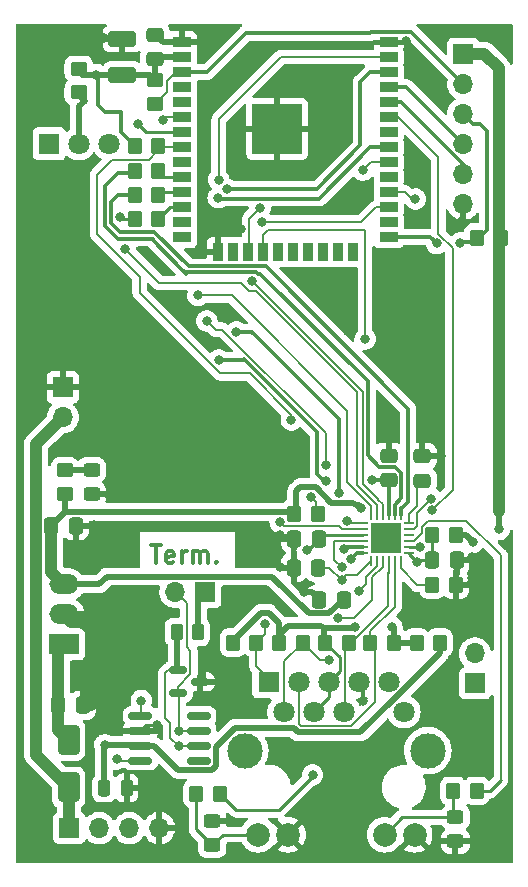
<source format=gbr>
%TF.GenerationSoftware,KiCad,Pcbnew,7.0.0-da2b9df05c~171~ubuntu22.10.1*%
%TF.CreationDate,2023-03-06T20:27:15+01:00*%
%TF.ProjectId,frakfurt_eth,6672616b-6675-4727-945f-6574682e6b69,rev?*%
%TF.SameCoordinates,Original*%
%TF.FileFunction,Copper,L1,Top*%
%TF.FilePolarity,Positive*%
%FSLAX46Y46*%
G04 Gerber Fmt 4.6, Leading zero omitted, Abs format (unit mm)*
G04 Created by KiCad (PCBNEW 7.0.0-da2b9df05c~171~ubuntu22.10.1) date 2023-03-06 20:27:15*
%MOMM*%
%LPD*%
G01*
G04 APERTURE LIST*
G04 Aperture macros list*
%AMRoundRect*
0 Rectangle with rounded corners*
0 $1 Rounding radius*
0 $2 $3 $4 $5 $6 $7 $8 $9 X,Y pos of 4 corners*
0 Add a 4 corners polygon primitive as box body*
4,1,4,$2,$3,$4,$5,$6,$7,$8,$9,$2,$3,0*
0 Add four circle primitives for the rounded corners*
1,1,$1+$1,$2,$3*
1,1,$1+$1,$4,$5*
1,1,$1+$1,$6,$7*
1,1,$1+$1,$8,$9*
0 Add four rect primitives between the rounded corners*
20,1,$1+$1,$2,$3,$4,$5,0*
20,1,$1+$1,$4,$5,$6,$7,0*
20,1,$1+$1,$6,$7,$8,$9,0*
20,1,$1+$1,$8,$9,$2,$3,0*%
G04 Aperture macros list end*
%ADD10C,0.300000*%
%TA.AperFunction,NonConductor*%
%ADD11C,0.300000*%
%TD*%
%TA.AperFunction,ComponentPad*%
%ADD12R,1.700000X1.700000*%
%TD*%
%TA.AperFunction,ComponentPad*%
%ADD13O,1.700000X1.700000*%
%TD*%
%TA.AperFunction,ComponentPad*%
%ADD14R,1.800000X1.800000*%
%TD*%
%TA.AperFunction,ComponentPad*%
%ADD15C,1.800000*%
%TD*%
%TA.AperFunction,ComponentPad*%
%ADD16C,2.000000*%
%TD*%
%TA.AperFunction,ComponentPad*%
%ADD17C,3.000000*%
%TD*%
%TA.AperFunction,SMDPad,CuDef*%
%ADD18RoundRect,0.250000X0.450000X-0.325000X0.450000X0.325000X-0.450000X0.325000X-0.450000X-0.325000X0*%
%TD*%
%TA.AperFunction,SMDPad,CuDef*%
%ADD19RoundRect,0.250000X-0.450000X0.325000X-0.450000X-0.325000X0.450000X-0.325000X0.450000X0.325000X0*%
%TD*%
%TA.AperFunction,SMDPad,CuDef*%
%ADD20RoundRect,0.250000X0.350000X0.450000X-0.350000X0.450000X-0.350000X-0.450000X0.350000X-0.450000X0*%
%TD*%
%TA.AperFunction,SMDPad,CuDef*%
%ADD21RoundRect,0.250000X-0.350000X-0.450000X0.350000X-0.450000X0.350000X0.450000X-0.350000X0.450000X0*%
%TD*%
%TA.AperFunction,SMDPad,CuDef*%
%ADD22RoundRect,0.062500X0.350000X0.062500X-0.350000X0.062500X-0.350000X-0.062500X0.350000X-0.062500X0*%
%TD*%
%TA.AperFunction,SMDPad,CuDef*%
%ADD23RoundRect,0.062500X0.062500X0.350000X-0.062500X0.350000X-0.062500X-0.350000X0.062500X-0.350000X0*%
%TD*%
%TA.AperFunction,SMDPad,CuDef*%
%ADD24R,2.600000X2.600000*%
%TD*%
%TA.AperFunction,SMDPad,CuDef*%
%ADD25RoundRect,0.250000X0.925000X-0.412500X0.925000X0.412500X-0.925000X0.412500X-0.925000X-0.412500X0*%
%TD*%
%TA.AperFunction,SMDPad,CuDef*%
%ADD26RoundRect,0.250000X-0.337500X-0.475000X0.337500X-0.475000X0.337500X0.475000X-0.337500X0.475000X0*%
%TD*%
%TA.AperFunction,SMDPad,CuDef*%
%ADD27RoundRect,0.150000X-0.825000X-0.150000X0.825000X-0.150000X0.825000X0.150000X-0.825000X0.150000X0*%
%TD*%
%TA.AperFunction,SMDPad,CuDef*%
%ADD28R,1.500000X0.900000*%
%TD*%
%TA.AperFunction,SMDPad,CuDef*%
%ADD29R,0.900000X1.500000*%
%TD*%
%TA.AperFunction,SMDPad,CuDef*%
%ADD30R,1.050000X1.050000*%
%TD*%
%TA.AperFunction,HeatsinkPad*%
%ADD31C,0.600000*%
%TD*%
%TA.AperFunction,SMDPad,CuDef*%
%ADD32R,4.200000X4.200000*%
%TD*%
%TA.AperFunction,SMDPad,CuDef*%
%ADD33RoundRect,0.250000X-0.475000X0.337500X-0.475000X-0.337500X0.475000X-0.337500X0.475000X0.337500X0*%
%TD*%
%TA.AperFunction,SMDPad,CuDef*%
%ADD34RoundRect,0.250000X0.262500X0.450000X-0.262500X0.450000X-0.262500X-0.450000X0.262500X-0.450000X0*%
%TD*%
%TA.AperFunction,SMDPad,CuDef*%
%ADD35RoundRect,0.250000X0.450000X-0.350000X0.450000X0.350000X-0.450000X0.350000X-0.450000X-0.350000X0*%
%TD*%
%TA.AperFunction,SMDPad,CuDef*%
%ADD36RoundRect,0.150000X-0.587500X-0.150000X0.587500X-0.150000X0.587500X0.150000X-0.587500X0.150000X0*%
%TD*%
%TA.AperFunction,ComponentPad*%
%ADD37R,2.500000X1.700000*%
%TD*%
%TA.AperFunction,ComponentPad*%
%ADD38O,2.500000X1.700000*%
%TD*%
%TA.AperFunction,SMDPad,CuDef*%
%ADD39RoundRect,0.250000X-0.650000X1.000000X-0.650000X-1.000000X0.650000X-1.000000X0.650000X1.000000X0*%
%TD*%
%TA.AperFunction,SMDPad,CuDef*%
%ADD40RoundRect,0.250000X0.475000X-0.337500X0.475000X0.337500X-0.475000X0.337500X-0.475000X-0.337500X0*%
%TD*%
%TA.AperFunction,SMDPad,CuDef*%
%ADD41RoundRect,0.250000X-0.450000X0.350000X-0.450000X-0.350000X0.450000X-0.350000X0.450000X0.350000X0*%
%TD*%
%TA.AperFunction,SMDPad,CuDef*%
%ADD42RoundRect,0.250000X0.337500X0.475000X-0.337500X0.475000X-0.337500X-0.475000X0.337500X-0.475000X0*%
%TD*%
%TA.AperFunction,SMDPad,CuDef*%
%ADD43RoundRect,0.250000X-0.250000X-0.475000X0.250000X-0.475000X0.250000X0.475000X-0.250000X0.475000X0*%
%TD*%
%TA.AperFunction,ViaPad*%
%ADD44C,0.800000*%
%TD*%
%TA.AperFunction,Conductor*%
%ADD45C,1.000000*%
%TD*%
%TA.AperFunction,Conductor*%
%ADD46C,0.300000*%
%TD*%
%TA.AperFunction,Conductor*%
%ADD47C,0.250000*%
%TD*%
%TA.AperFunction,Conductor*%
%ADD48C,0.500000*%
%TD*%
%TA.AperFunction,Conductor*%
%ADD49C,0.200000*%
%TD*%
G04 APERTURE END LIST*
D10*
D11*
X105442857Y-95123571D02*
X106300000Y-95123571D01*
X105871428Y-96623571D02*
X105871428Y-95123571D01*
X107371428Y-96552142D02*
X107228571Y-96623571D01*
X107228571Y-96623571D02*
X106942857Y-96623571D01*
X106942857Y-96623571D02*
X106799999Y-96552142D01*
X106799999Y-96552142D02*
X106728571Y-96409285D01*
X106728571Y-96409285D02*
X106728571Y-95837857D01*
X106728571Y-95837857D02*
X106799999Y-95695000D01*
X106799999Y-95695000D02*
X106942857Y-95623571D01*
X106942857Y-95623571D02*
X107228571Y-95623571D01*
X107228571Y-95623571D02*
X107371428Y-95695000D01*
X107371428Y-95695000D02*
X107442857Y-95837857D01*
X107442857Y-95837857D02*
X107442857Y-95980714D01*
X107442857Y-95980714D02*
X106728571Y-96123571D01*
X108085713Y-96623571D02*
X108085713Y-95623571D01*
X108085713Y-95909285D02*
X108157142Y-95766428D01*
X108157142Y-95766428D02*
X108228571Y-95695000D01*
X108228571Y-95695000D02*
X108371428Y-95623571D01*
X108371428Y-95623571D02*
X108514285Y-95623571D01*
X109014284Y-96623571D02*
X109014284Y-95623571D01*
X109014284Y-95766428D02*
X109085713Y-95695000D01*
X109085713Y-95695000D02*
X109228570Y-95623571D01*
X109228570Y-95623571D02*
X109442856Y-95623571D01*
X109442856Y-95623571D02*
X109585713Y-95695000D01*
X109585713Y-95695000D02*
X109657142Y-95837857D01*
X109657142Y-95837857D02*
X109657142Y-96623571D01*
X109657142Y-95837857D02*
X109728570Y-95695000D01*
X109728570Y-95695000D02*
X109871427Y-95623571D01*
X109871427Y-95623571D02*
X110085713Y-95623571D01*
X110085713Y-95623571D02*
X110228570Y-95695000D01*
X110228570Y-95695000D02*
X110299999Y-95837857D01*
X110299999Y-95837857D02*
X110299999Y-96623571D01*
X111014284Y-96480714D02*
X111085713Y-96552142D01*
X111085713Y-96552142D02*
X111014284Y-96623571D01*
X111014284Y-96623571D02*
X110942856Y-96552142D01*
X110942856Y-96552142D02*
X111014284Y-96480714D01*
X111014284Y-96480714D02*
X111014284Y-96623571D01*
D12*
%TO.P,J6,1,Pin_1*%
%TO.N,GND*%
X97999999Y-81724999D03*
D13*
%TO.P,J6,2,Pin_2*%
%TO.N,VBUS*%
X97999999Y-84264999D03*
%TD*%
D12*
%TO.P,J3,1,Pin_1*%
%TO.N,/VIN-*%
X132899999Y-106799999D03*
D13*
%TO.P,J3,2,Pin_2*%
%TO.N,/VIN+*%
X132899999Y-104259999D03*
%TD*%
D14*
%TO.P,J1,1,TD+*%
%TO.N,/TX+*%
X115449999Y-106659999D03*
D15*
%TO.P,J1,2,TD-*%
%TO.N,/TX-*%
X116720000Y-109200000D03*
%TO.P,J1,3,RD+*%
%TO.N,/RX+*%
X117990000Y-106660000D03*
%TO.P,J1,4,CT*%
%TO.N,Net-(J1-CT-Pad4)*%
X119260000Y-109200000D03*
%TO.P,J1,5,CT*%
X120530000Y-106660000D03*
%TO.P,J1,6,RD-*%
%TO.N,/RX-*%
X121800000Y-109200000D03*
%TO.P,J1,7,7*%
%TO.N,GND*%
X123070000Y-106660000D03*
%TO.P,J1,9,V+*%
%TO.N,/VIN+*%
X125610000Y-106660000D03*
%TO.P,J1,10,V-*%
%TO.N,/VIN-*%
X126880000Y-109200000D03*
D16*
%TO.P,J1,11,LLED+*%
%TO.N,Net-(D5-A)*%
X114530000Y-119610000D03*
%TO.P,J1,12,LLED-*%
%TO.N,GND*%
X117070000Y-119610000D03*
%TO.P,J1,13,RLED+*%
%TO.N,Net-(D6-A)*%
X125250000Y-119610000D03*
%TO.P,J1,14,RLED-*%
%TO.N,GND*%
X127790000Y-119610000D03*
D17*
%TO.P,J1,15,SHIELD*%
%TO.N,unconnected-(J1-SHIELD-Pad15)*%
X128910000Y-112500000D03*
X113410000Y-112500000D03*
%TD*%
D18*
%TO.P,D6,1,K*%
%TO.N,GND*%
X131250000Y-120175000D03*
%TO.P,D6,2,A*%
%TO.N,Net-(D6-A)*%
X131250000Y-118125000D03*
%TD*%
D19*
%TO.P,D5,1,K*%
%TO.N,GND*%
X110650000Y-118450000D03*
%TO.P,D5,2,A*%
%TO.N,Net-(D5-A)*%
X110650000Y-120500000D03*
%TD*%
D20*
%TO.P,R14,1*%
%TO.N,/PHY_L1*%
X133050000Y-115900000D03*
%TO.P,R14,2*%
%TO.N,Net-(D6-A)*%
X131050000Y-115900000D03*
%TD*%
D18*
%TO.P,D4,1,K*%
%TO.N,GND*%
X100450000Y-90775000D03*
%TO.P,D4,2,A*%
%TO.N,Net-(D4-A)*%
X100450000Y-88725000D03*
%TD*%
D20*
%TO.P,L1,1*%
%TO.N,+3V3*%
X131300000Y-94250000D03*
%TO.P,L1,2*%
%TO.N,Net-(U3-VDD1A)*%
X129300000Y-94250000D03*
%TD*%
D21*
%TO.P,R11,1*%
%TO.N,Net-(U3-RBIAS)*%
X129300000Y-98450000D03*
%TO.P,R11,2*%
%TO.N,GND*%
X131300000Y-98450000D03*
%TD*%
D20*
%TO.P,R9,1*%
%TO.N,/ETH_RXD1*%
X106100000Y-65450000D03*
%TO.P,R9,2*%
%TO.N,Net-(U3-RXD1{slash}MODE1)*%
X104100000Y-65450000D03*
%TD*%
D22*
%TO.P,U3,1,VDD2A*%
%TO.N,Net-(U3-VDD1A)*%
X127287500Y-95750000D03*
%TO.P,U3,2,LED2/nINTSEL*%
%TO.N,/PHY_L2*%
X127287500Y-95250000D03*
%TO.P,U3,3,LED1/REGOFF*%
%TO.N,/PHY_L1*%
X127287500Y-94750000D03*
%TO.P,U3,4,XTAL2*%
%TO.N,unconnected-(U3-XTAL2-Pad4)*%
X127287500Y-94250000D03*
%TO.P,U3,5,XTAL1/CLKIN*%
%TO.N,/ETH_CLK*%
X127287500Y-93750000D03*
%TO.P,U3,6,VDDCR*%
%TO.N,Net-(U3-VDDCR)*%
X127287500Y-93250000D03*
D23*
%TO.P,U3,7,RXD1/MODE1*%
%TO.N,Net-(U3-RXD1{slash}MODE1)*%
X126600000Y-92562500D03*
%TO.P,U3,8,RXD0/MODE0*%
%TO.N,Net-(U3-RXD0{slash}MODE0)*%
X126100000Y-92562500D03*
%TO.P,U3,9,VDDIO*%
%TO.N,+3V3*%
X125600000Y-92562500D03*
%TO.P,U3,10,RXER/PHYAD0*%
%TO.N,/PHY_RXER*%
X125100000Y-92562500D03*
%TO.P,U3,11,CRS_DV/MODE2*%
%TO.N,Net-(U3-CRS_DV{slash}MODE2)*%
X124600000Y-92562500D03*
%TO.P,U3,12,MDIO*%
%TO.N,/ETH_MDIO*%
X124100000Y-92562500D03*
D22*
%TO.P,U3,13,MDC*%
%TO.N,/ETH_MDC*%
X123412500Y-93250000D03*
%TO.P,U3,14,INT/REFCLKO*%
%TO.N,/PHY_INT*%
X123412500Y-93750000D03*
%TO.P,U3,15,RST*%
%TO.N,/PHY_RST*%
X123412500Y-94250000D03*
%TO.P,U3,16,TXEN*%
%TO.N,/ETH_TXEN*%
X123412500Y-94750000D03*
%TO.P,U3,17,TXD0*%
%TO.N,/ETH_TXD0*%
X123412500Y-95250000D03*
%TO.P,U3,18,TXD1*%
%TO.N,/ETH_TXD1*%
X123412500Y-95750000D03*
D23*
%TO.P,U3,19,VDD1A*%
%TO.N,Net-(U3-VDD1A)*%
X124100000Y-96437500D03*
%TO.P,U3,20,TXN*%
%TO.N,/TX-*%
X124600000Y-96437500D03*
%TO.P,U3,21,TXP*%
%TO.N,/TX+*%
X125100000Y-96437500D03*
%TO.P,U3,22,RXN*%
%TO.N,/RX-*%
X125600000Y-96437500D03*
%TO.P,U3,23,RXP*%
%TO.N,/RX+*%
X126100000Y-96437500D03*
%TO.P,U3,24,RBIAS*%
%TO.N,Net-(U3-RBIAS)*%
X126600000Y-96437500D03*
D24*
%TO.P,U3,25,VSS*%
%TO.N,GND*%
X125349999Y-94499999D03*
%TD*%
D25*
%TO.P,C4,1*%
%TO.N,+3V3*%
X103050000Y-55287500D03*
%TO.P,C4,2*%
%TO.N,GND*%
X103050000Y-52212500D03*
%TD*%
D26*
%TO.P,C13,1*%
%TO.N,+3V3*%
X97025000Y-93450000D03*
%TO.P,C13,2*%
%TO.N,GND*%
X99100000Y-93450000D03*
%TD*%
D27*
%TO.P,U4,1,D*%
%TO.N,/txcan*%
X104575000Y-109545000D03*
%TO.P,U4,2,GND*%
%TO.N,GND*%
X104575000Y-110815000D03*
%TO.P,U4,3,VCC*%
%TO.N,+3V3*%
X104575000Y-112085000D03*
%TO.P,U4,4,R*%
%TO.N,/rxcan*%
X104575000Y-113355000D03*
%TO.P,U4,5,NC*%
%TO.N,unconnected-(U4-NC-Pad5)*%
X109525000Y-113355000D03*
%TO.P,U4,6,CANL*%
%TO.N,/CANL*%
X109525000Y-112085000D03*
%TO.P,U4,7,CANH*%
%TO.N,/CANH*%
X109525000Y-110815000D03*
%TO.P,U4,8,NC*%
%TO.N,unconnected-(U4-NC-Pad8)*%
X109525000Y-109545000D03*
%TD*%
D28*
%TO.P,U2,1,GND*%
%TO.N,GND*%
X108089999Y-52509999D03*
%TO.P,U2,2,VDD*%
%TO.N,+3V3*%
X108089999Y-53779999D03*
%TO.P,U2,3,EN*%
%TO.N,/EN*%
X108089999Y-55049999D03*
%TO.P,U2,4,SENSOR_VP*%
%TO.N,unconnected-(U2-SENSOR_VP-Pad4)*%
X108089999Y-56319999D03*
%TO.P,U2,5,SENSOR_VN*%
%TO.N,unconnected-(U2-SENSOR_VN-Pad5)*%
X108089999Y-57589999D03*
%TO.P,U2,6,IO34*%
%TO.N,/LEDA*%
X108089999Y-58859999D03*
%TO.P,U2,7,IO35*%
%TO.N,/LEDB*%
X108089999Y-60129999D03*
%TO.P,U2,8,IO32*%
%TO.N,/PHY_INT*%
X108089999Y-61399999D03*
%TO.P,U2,9,IO33*%
%TO.N,unconnected-(U2-IO33-Pad9)*%
X108089999Y-62669999D03*
%TO.P,U2,10,IO25*%
%TO.N,/ETH_RXD0*%
X108089999Y-63939999D03*
%TO.P,U2,11,IO26*%
%TO.N,/ETH_RXD1*%
X108089999Y-65209999D03*
%TO.P,U2,12,IO27*%
%TO.N,/ETH_CRS_DV*%
X108089999Y-66479999D03*
%TO.P,U2,13,IO14*%
%TO.N,unconnected-(U2-IO14-Pad13)*%
X108089999Y-67749999D03*
%TO.P,U2,14,IO12*%
%TO.N,unconnected-(U2-IO12-Pad14)*%
X108089999Y-69019999D03*
D29*
%TO.P,U2,15,GND*%
%TO.N,GND*%
X111129999Y-70269999D03*
%TO.P,U2,16,IO13*%
%TO.N,unconnected-(U2-IO13-Pad16)*%
X112399999Y-70269999D03*
%TO.P,U2,17,SHD/SD2*%
%TO.N,/txcan*%
X113669999Y-70269999D03*
%TO.P,U2,18,SWP/SD3*%
%TO.N,/rxcan*%
X114939999Y-70269999D03*
%TO.P,U2,19,SCS/CMD*%
%TO.N,unconnected-(U2-SCS{slash}CMD-Pad19)*%
X116209999Y-70269999D03*
%TO.P,U2,20,SCK/CLK*%
%TO.N,unconnected-(U2-SCK{slash}CLK-Pad20)*%
X117479999Y-70269999D03*
%TO.P,U2,21,SDO/SD0*%
%TO.N,unconnected-(U2-SDO{slash}SD0-Pad21)*%
X118749999Y-70269999D03*
%TO.P,U2,22,SDI/SD1*%
%TO.N,unconnected-(U2-SDI{slash}SD1-Pad22)*%
X120019999Y-70269999D03*
%TO.P,U2,23,IO15*%
%TO.N,unconnected-(U2-IO15-Pad23)*%
X121289999Y-70269999D03*
%TO.P,U2,24,IO2*%
%TO.N,unconnected-(U2-IO2-Pad24)*%
X122559999Y-70269999D03*
D28*
%TO.P,U2,25,IO0*%
%TO.N,/BOOT0*%
X125589999Y-69019999D03*
%TO.P,U2,26,IO4*%
%TO.N,unconnected-(U2-IO4-Pad26)*%
X125589999Y-67749999D03*
%TO.P,U2,27,IO16*%
%TO.N,/PHY_RXER*%
X125589999Y-66479999D03*
%TO.P,U2,28,IO17*%
%TO.N,/ETH_CLK*%
X125589999Y-65209999D03*
%TO.P,U2,29,IO5*%
%TO.N,unconnected-(U2-IO5-Pad29)*%
X125589999Y-63939999D03*
%TO.P,U2,30,IO18*%
%TO.N,/ETH_MDIO*%
X125589999Y-62669999D03*
%TO.P,U2,31,IO19*%
%TO.N,/ETH_TXD0*%
X125589999Y-61399999D03*
%TO.P,U2,32,NC*%
%TO.N,unconnected-(U2-NC-Pad32)*%
X125589999Y-60129999D03*
%TO.P,U2,33,IO21*%
%TO.N,/ETH_TXEN*%
X125589999Y-58859999D03*
%TO.P,U2,34,RXD0/IO3*%
%TO.N,/RX*%
X125589999Y-57589999D03*
%TO.P,U2,35,TXD0/IO1*%
%TO.N,/TX*%
X125589999Y-56319999D03*
%TO.P,U2,36,IO22*%
%TO.N,/ETH_TXD1*%
X125589999Y-55049999D03*
%TO.P,U2,37,IO23*%
%TO.N,/ETH_MDC*%
X125589999Y-53779999D03*
%TO.P,U2,38,GND*%
%TO.N,GND*%
X125589999Y-52509999D03*
D30*
%TO.P,U2,39,GND*%
X114634999Y-58324999D03*
D31*
X114635000Y-59087500D03*
D30*
X114634999Y-59849999D03*
D31*
X114635000Y-60612500D03*
D30*
X114634999Y-61374999D03*
D31*
X115397500Y-58325000D03*
X115397500Y-59850000D03*
X115397500Y-61375000D03*
D30*
X116159999Y-58324999D03*
D31*
X116160000Y-59087500D03*
D30*
X116159999Y-59849999D03*
D32*
X116159999Y-59849999D03*
D31*
X116160000Y-60612500D03*
D30*
X116159999Y-61374999D03*
D31*
X116922500Y-58325000D03*
X116922500Y-59850000D03*
X116922500Y-61375000D03*
D30*
X117684999Y-58324999D03*
D31*
X117685000Y-59087500D03*
D30*
X117684999Y-59849999D03*
D31*
X117685000Y-60612500D03*
D30*
X117684999Y-61374999D03*
%TD*%
D26*
%TO.P,C8,1*%
%TO.N,Net-(U3-VDD1A)*%
X129262500Y-96350000D03*
%TO.P,C8,2*%
%TO.N,GND*%
X131337500Y-96350000D03*
%TD*%
D33*
%TO.P,C7,1*%
%TO.N,GND*%
X125600000Y-87512500D03*
%TO.P,C7,2*%
%TO.N,+3V3*%
X125600000Y-89587500D03*
%TD*%
D34*
%TO.P,R15,1*%
%TO.N,Net-(J5-Pin_1)*%
X109462500Y-102450000D03*
%TO.P,R15,2*%
%TO.N,/CANL*%
X107637500Y-102450000D03*
%TD*%
D35*
%TO.P,R6,1*%
%TO.N,/EN*%
X105850000Y-57750000D03*
%TO.P,R6,2*%
%TO.N,+3V3*%
X105850000Y-55750000D03*
%TD*%
D36*
%TO.P,D2,1,K*%
%TO.N,/CANL*%
X107762500Y-105700000D03*
%TO.P,D2,2,K*%
%TO.N,/CANH*%
X107762500Y-107600000D03*
%TO.P,D2,3,A*%
%TO.N,GND*%
X109637500Y-106650000D03*
%TD*%
D12*
%TO.P,J4,1,Pin_1*%
%TO.N,VBUS*%
X98549999Y-119049999D03*
D13*
%TO.P,J4,2,Pin_2*%
%TO.N,/CANH*%
X101089999Y-119049999D03*
%TO.P,J4,3,Pin_3*%
%TO.N,/CANL*%
X103629999Y-119049999D03*
%TO.P,J4,4,Pin_4*%
%TO.N,GND*%
X106169999Y-119049999D03*
%TD*%
D21*
%TO.P,R3,1*%
%TO.N,/RX+*%
X124050000Y-103350000D03*
%TO.P,R3,2*%
%TO.N,Net-(J1-CT-Pad4)*%
X126050000Y-103350000D03*
%TD*%
D20*
%TO.P,R5,1*%
%TO.N,/PHY_L2*%
X111300000Y-116150000D03*
%TO.P,R5,2*%
%TO.N,Net-(D5-A)*%
X109300000Y-116150000D03*
%TD*%
D12*
%TO.P,J2,1,Pin_1*%
%TO.N,+3V3*%
X131899999Y-53499999D03*
D13*
%TO.P,J2,2,Pin_2*%
%TO.N,/EN*%
X131899999Y-56039999D03*
%TO.P,J2,3,Pin_3*%
%TO.N,/BOOT0*%
X131899999Y-58579999D03*
%TO.P,J2,4,Pin_4*%
%TO.N,/TX*%
X131899999Y-61119999D03*
%TO.P,J2,5,Pin_5*%
%TO.N,/RX*%
X131899999Y-63659999D03*
%TO.P,J2,6,Pin_6*%
%TO.N,GND*%
X131899999Y-66199999D03*
%TD*%
D14*
%TO.P,D1,1,K1*%
%TO.N,/LEDA*%
X96849999Y-61099999D03*
D15*
%TO.P,D1,2,A*%
%TO.N,Net-(D1-A)*%
X99390000Y-61100000D03*
%TO.P,D1,3,K2*%
%TO.N,/LEDB*%
X101930000Y-61100000D03*
%TD*%
D37*
%TO.P,U5,1,IN*%
%TO.N,Net-(D3-K)*%
X98092499Y-103497499D03*
D38*
%TO.P,U5,2,GND*%
%TO.N,GND*%
X98092499Y-100957499D03*
%TO.P,U5,3,OUT*%
%TO.N,+3V3*%
X98092499Y-98417499D03*
%TD*%
D20*
%TO.P,R8,1*%
%TO.N,/ETH_RXD0*%
X106100000Y-63450000D03*
%TO.P,R8,2*%
%TO.N,Net-(U3-RXD0{slash}MODE0)*%
X104100000Y-63450000D03*
%TD*%
D39*
%TO.P,D3,1,K*%
%TO.N,Net-(D3-K)*%
X98500000Y-111600000D03*
%TO.P,D3,2,A*%
%TO.N,VBUS*%
X98500000Y-115600000D03*
%TD*%
D40*
%TO.P,C3,1*%
%TO.N,+3V3*%
X105800000Y-53937500D03*
%TO.P,C3,2*%
%TO.N,GND*%
X105800000Y-51862500D03*
%TD*%
D35*
%TO.P,R16,1*%
%TO.N,Net-(D1-A)*%
X99350000Y-56750000D03*
%TO.P,R16,2*%
%TO.N,+3V3*%
X99350000Y-54750000D03*
%TD*%
D26*
%TO.P,C6,1*%
%TO.N,GND*%
X119712500Y-99700000D03*
%TO.P,C6,2*%
%TO.N,+3V3*%
X121787500Y-99700000D03*
%TD*%
D21*
%TO.P,R7,1*%
%TO.N,/BOOT0*%
X133100000Y-69050000D03*
%TO.P,R7,2*%
%TO.N,+3V3*%
X135100000Y-69050000D03*
%TD*%
D20*
%TO.P,R10,1*%
%TO.N,/ETH_CRS_DV*%
X106100000Y-67450000D03*
%TO.P,R10,2*%
%TO.N,Net-(U3-CRS_DV{slash}MODE2)*%
X104100000Y-67450000D03*
%TD*%
D21*
%TO.P,L2,1*%
%TO.N,Net-(J1-CT-Pad4)*%
X127950000Y-103350000D03*
%TO.P,L2,2*%
%TO.N,+3V3*%
X129950000Y-103350000D03*
%TD*%
D20*
%TO.P,R1,1*%
%TO.N,/TX+*%
X114400000Y-103350000D03*
%TO.P,R1,2*%
%TO.N,Net-(J1-CT-Pad4)*%
X112400000Y-103350000D03*
%TD*%
%TO.P,R2,1*%
%TO.N,/TX-*%
X118300000Y-103350000D03*
%TO.P,R2,2*%
%TO.N,Net-(J1-CT-Pad4)*%
X116300000Y-103350000D03*
%TD*%
D41*
%TO.P,R17,1*%
%TO.N,Net-(D4-A)*%
X98200000Y-88750000D03*
%TO.P,R17,2*%
%TO.N,+3V3*%
X98200000Y-90750000D03*
%TD*%
D26*
%TO.P,C12,1*%
%TO.N,Net-(D3-K)*%
X97612500Y-108650000D03*
%TO.P,C12,2*%
%TO.N,GND*%
X99687500Y-108650000D03*
%TD*%
D42*
%TO.P,C10,1*%
%TO.N,Net-(U3-VDD1A)*%
X119637500Y-97000000D03*
%TO.P,C10,2*%
%TO.N,GND*%
X117562500Y-97000000D03*
%TD*%
D20*
%TO.P,R4,1*%
%TO.N,/RX-*%
X122200000Y-103350000D03*
%TO.P,R4,2*%
%TO.N,Net-(J1-CT-Pad4)*%
X120200000Y-103350000D03*
%TD*%
D43*
%TO.P,C5,1*%
%TO.N,+3V3*%
X101500000Y-115650000D03*
%TO.P,C5,2*%
%TO.N,GND*%
X103400000Y-115650000D03*
%TD*%
D20*
%TO.P,R13,1*%
%TO.N,/PHY_INT*%
X106100000Y-61300000D03*
%TO.P,R13,2*%
%TO.N,+3V3*%
X104100000Y-61300000D03*
%TD*%
D40*
%TO.P,C9,1*%
%TO.N,Net-(U3-VDDCR)*%
X128450000Y-89637500D03*
%TO.P,C9,2*%
%TO.N,GND*%
X128450000Y-87562500D03*
%TD*%
D21*
%TO.P,R12,1*%
%TO.N,+3V3*%
X117600000Y-92450000D03*
%TO.P,R12,2*%
%TO.N,/PHY_RST*%
X119600000Y-92450000D03*
%TD*%
D42*
%TO.P,C11,1*%
%TO.N,/PHY_RST*%
X119687500Y-94550000D03*
%TO.P,C11,2*%
%TO.N,GND*%
X117612500Y-94550000D03*
%TD*%
D12*
%TO.P,J5,1,Pin_1*%
%TO.N,Net-(J5-Pin_1)*%
X110074999Y-99049999D03*
D13*
%TO.P,J5,2,Pin_2*%
%TO.N,/CANH*%
X107534999Y-99049999D03*
%TD*%
D44*
%TO.N,GND*%
X128500000Y-107750000D03*
X123450000Y-108250000D03*
%TO.N,/PHY_L2*%
X119150000Y-114550000D03*
%TO.N,GND*%
X122800000Y-114850000D03*
X121350000Y-119750000D03*
X132900000Y-120200000D03*
X127100000Y-52450000D03*
X116400000Y-94200000D03*
X117750000Y-61450000D03*
X125600000Y-86100000D03*
X110000000Y-52450000D03*
X132650000Y-96100000D03*
X121000000Y-74350000D03*
X135000000Y-52150000D03*
X127850000Y-62850000D03*
X114600000Y-61400000D03*
X107350000Y-74500000D03*
X106000000Y-110350000D03*
X121900000Y-66250000D03*
X115400000Y-59100000D03*
X132650000Y-97850000D03*
X116200000Y-112250000D03*
X104750000Y-115600000D03*
X116350000Y-96950000D03*
X118450000Y-99100000D03*
X112150000Y-118400000D03*
X125400000Y-94550000D03*
X101500000Y-52150000D03*
X109950000Y-104300000D03*
X100650000Y-93400000D03*
X101950000Y-90850000D03*
X113100000Y-68350000D03*
X117750000Y-58300000D03*
X114650000Y-58300000D03*
X130950000Y-68050000D03*
X105700000Y-71000000D03*
X130050000Y-87550000D03*
%TO.N,+3V3*%
X124200000Y-89550000D03*
X123273470Y-91934484D03*
X101550000Y-112000000D03*
X100850000Y-55250000D03*
X132700000Y-94850000D03*
X134950000Y-93750000D03*
%TO.N,/PHY_RST*%
X118700000Y-95500000D03*
X119050000Y-91050000D03*
%TO.N,/TX+*%
X115100000Y-101750000D03*
X121300000Y-101300000D03*
%TO.N,/TX-*%
X123100000Y-98950000D03*
X120550000Y-104800000D03*
%TO.N,/PHY_L2*%
X128250000Y-95250000D03*
%TO.N,/BOOT0*%
X129650000Y-69550000D03*
X131650000Y-69500000D03*
%TO.N,Net-(U3-CRS_DV{slash}MODE2)*%
X102850000Y-67300000D03*
X103300000Y-70050000D03*
%TO.N,/PHY_INT*%
X117350000Y-84500000D03*
X116400000Y-93150000D03*
%TO.N,/LEDB*%
X104350000Y-59450000D03*
%TO.N,/PHY_RXER*%
X114050000Y-72750000D03*
X114900000Y-67750000D03*
%TO.N,/ETH_CLK*%
X129200000Y-91150000D03*
X127850000Y-65800000D03*
%TO.N,/ETH_MDIO*%
X109450000Y-73950000D03*
X123400000Y-63350000D03*
%TO.N,/ETH_TXD0*%
X111206861Y-79425095D03*
X121782456Y-95449500D03*
X111162647Y-65674053D03*
X120300000Y-89650000D03*
%TO.N,/ETH_TXEN*%
X129300000Y-92150000D03*
X121600000Y-96950000D03*
%TO.N,/ETH_TXD1*%
X121350000Y-90650000D03*
X112700000Y-77050000D03*
X122392948Y-96240894D03*
X111900000Y-64950000D03*
%TO.N,/ETH_MDC*%
X110200000Y-76105469D03*
X122099500Y-93050500D03*
X111200000Y-64150000D03*
X120300000Y-88300000D03*
%TO.N,/CANL*%
X107800000Y-112100000D03*
%TO.N,/CANH*%
X107800000Y-110850000D03*
%TO.N,/txcan*%
X114700000Y-66550000D03*
X104650000Y-108250000D03*
%TO.N,/rxcan*%
X123600000Y-77650000D03*
X102550000Y-113200000D03*
%TO.N,Net-(U3-VDD1A)*%
X128000000Y-96550000D03*
X121600000Y-98050000D03*
%TO.N,/LEDA*%
X106500000Y-59100000D03*
%TO.N,Net-(J1-CT-Pad4)*%
X122764997Y-101989983D03*
X125850000Y-102000000D03*
%TD*%
D45*
%TO.N,VBUS*%
X98000000Y-84265000D02*
X95737500Y-86527500D01*
X95737500Y-86527500D02*
X95737500Y-112837500D01*
X95737500Y-112837500D02*
X98550000Y-115650000D01*
D46*
%TO.N,GND*%
X123450000Y-108250000D02*
X123450000Y-107040000D01*
X123450000Y-107040000D02*
X123070000Y-106660000D01*
D47*
%TO.N,/PHY_L2*%
X112675000Y-117525000D02*
X116268072Y-117525000D01*
X116268072Y-117525000D02*
X119150000Y-114643072D01*
X119150000Y-114643072D02*
X119150000Y-114550000D01*
D48*
%TO.N,+3V3*%
X117935000Y-110950000D02*
X117535000Y-110550000D01*
X117535000Y-110550000D02*
X112602283Y-110550000D01*
X112602283Y-110550000D02*
X110950000Y-112202283D01*
X110950000Y-112202283D02*
X110950000Y-113753528D01*
X110950000Y-113753528D02*
X110598528Y-114105000D01*
D47*
%TO.N,GND*%
X131250000Y-120175000D02*
X132875000Y-120175000D01*
X132875000Y-120175000D02*
X132900000Y-120200000D01*
D49*
%TO.N,/PHY_L1*%
X135085000Y-95969314D02*
X135085000Y-115000000D01*
D47*
X133050000Y-115900000D02*
X134185000Y-115900000D01*
X134185000Y-115900000D02*
X135085000Y-115000000D01*
%TO.N,Net-(D6-A)*%
X131050000Y-115900000D02*
X131050000Y-117925000D01*
X131050000Y-117925000D02*
X131250000Y-118125000D01*
X131250000Y-118125000D02*
X126735000Y-118125000D01*
X126735000Y-118125000D02*
X125250000Y-119610000D01*
%TO.N,/PHY_L2*%
X111300000Y-116150000D02*
X112675000Y-117525000D01*
%TO.N,Net-(D5-A)*%
X110650000Y-120500000D02*
X111540000Y-119610000D01*
X111540000Y-119610000D02*
X114530000Y-119610000D01*
%TO.N,GND*%
X110650000Y-118450000D02*
X112100000Y-118450000D01*
X112100000Y-118450000D02*
X112150000Y-118400000D01*
%TO.N,Net-(D5-A)*%
X109300000Y-116150000D02*
X109300000Y-119150000D01*
X109300000Y-119150000D02*
X110650000Y-120500000D01*
D48*
%TO.N,+3V3*%
X117935000Y-110950000D02*
X123200000Y-110950000D01*
X123200000Y-110950000D02*
X126140000Y-108010000D01*
X126140000Y-108010000D02*
X126169189Y-108010000D01*
X126169189Y-108010000D02*
X129950000Y-104229189D01*
X129950000Y-104229189D02*
X129950000Y-103350000D01*
D49*
%TO.N,/RX+*%
X117990000Y-106660000D02*
X117990000Y-110227183D01*
X117990000Y-110227183D02*
X118162817Y-110400000D01*
X118162817Y-110400000D02*
X122400000Y-110400000D01*
X122400000Y-110400000D02*
X124410000Y-108390000D01*
X124410000Y-108390000D02*
X124410000Y-103710000D01*
X124410000Y-103710000D02*
X124050000Y-103350000D01*
%TO.N,/RX-*%
X121800000Y-109200000D02*
X121855000Y-109145000D01*
X121855000Y-109145000D02*
X121855000Y-103695000D01*
X121855000Y-103695000D02*
X122200000Y-103350000D01*
D47*
%TO.N,Net-(J1-CT-Pad4)*%
X120530000Y-106660000D02*
X121430000Y-105760000D01*
X121430000Y-105760000D02*
X121430000Y-104580000D01*
X121430000Y-104580000D02*
X120200000Y-103350000D01*
D49*
%TO.N,/TX-*%
X119800000Y-104850000D02*
X120500000Y-104850000D01*
X120500000Y-104850000D02*
X120550000Y-104800000D01*
D47*
%TO.N,Net-(J1-CT-Pad4)*%
X119260000Y-109200000D02*
X120530000Y-107930000D01*
X120530000Y-107930000D02*
X120530000Y-106660000D01*
D49*
%TO.N,/TX-*%
X116720000Y-109200000D02*
X116720000Y-104930000D01*
X116720000Y-104930000D02*
X118300000Y-103350000D01*
%TO.N,/TX+*%
X114400000Y-103350000D02*
X114400000Y-105360050D01*
X114400000Y-105360050D02*
X115574975Y-106535025D01*
D45*
%TO.N,Net-(D3-K)*%
X98500000Y-111600000D02*
X97612500Y-110712500D01*
X97612500Y-110712500D02*
X97612500Y-108650000D01*
X97612500Y-103977500D02*
X98092500Y-103497500D01*
X97612500Y-108650000D02*
X97612500Y-103977500D01*
D48*
%TO.N,GND*%
X103300000Y-52212500D02*
X101562500Y-52212500D01*
X101562500Y-52212500D02*
X101500000Y-52150000D01*
X111125000Y-70015000D02*
X111125000Y-68515000D01*
D47*
X116400000Y-97000000D02*
X116350000Y-96950000D01*
D45*
X100400000Y-101600000D02*
X98735000Y-101600000D01*
D47*
X109950000Y-104300000D02*
X109950000Y-106337500D01*
D48*
X118450000Y-99100000D02*
X119112500Y-99100000D01*
D47*
X131900000Y-66200000D02*
X131900000Y-67100000D01*
X131337500Y-96350000D02*
X132400000Y-96350000D01*
D48*
X119112500Y-99100000D02*
X119712500Y-99700000D01*
X106447500Y-52510000D02*
X105800000Y-51862500D01*
D47*
X106000000Y-110350000D02*
X105040000Y-110350000D01*
X116450000Y-94250000D02*
X116400000Y-94200000D01*
X130050000Y-87550000D02*
X128462500Y-87550000D01*
X109950000Y-106337500D02*
X109637500Y-106650000D01*
D49*
X99100000Y-93450000D02*
X100600000Y-93450000D01*
D48*
X104700000Y-115650000D02*
X104750000Y-115600000D01*
D47*
X131300000Y-98450000D02*
X132050000Y-98450000D01*
D48*
X103400000Y-115650000D02*
X104700000Y-115650000D01*
D45*
X99687500Y-108650000D02*
X100400000Y-108650000D01*
D49*
X125340000Y-52505000D02*
X127045000Y-52505000D01*
D48*
X111125000Y-68515000D02*
X111290000Y-68350000D01*
D45*
X100400000Y-108650000D02*
X100400000Y-101600000D01*
D47*
X105040000Y-110350000D02*
X104575000Y-110815000D01*
X131900000Y-67100000D02*
X130950000Y-68050000D01*
X117825000Y-97000000D02*
X116400000Y-97000000D01*
X101875000Y-90775000D02*
X101950000Y-90850000D01*
X125600000Y-87512500D02*
X125600000Y-86100000D01*
X117850000Y-94250000D02*
X116450000Y-94250000D01*
D48*
X108340000Y-52505000D02*
X109945000Y-52505000D01*
D45*
X98735000Y-101600000D02*
X98092500Y-100957500D01*
D48*
X109945000Y-52505000D02*
X110000000Y-52450000D01*
D49*
X127045000Y-52505000D02*
X127100000Y-52450000D01*
D47*
X100450000Y-90775000D02*
X101875000Y-90775000D01*
D49*
X100600000Y-93450000D02*
X100650000Y-93400000D01*
D48*
X108090000Y-52510000D02*
X106447500Y-52510000D01*
D47*
X132400000Y-96350000D02*
X132650000Y-96100000D01*
X128462500Y-87550000D02*
X128450000Y-87562500D01*
X132050000Y-98450000D02*
X132650000Y-97850000D01*
D48*
X111290000Y-68350000D02*
X113100000Y-68350000D01*
D47*
%TO.N,+3V3*%
X100975000Y-55225000D02*
X101000000Y-55250000D01*
D46*
X101000000Y-57850000D02*
X101600000Y-58450000D01*
X101600000Y-58450000D02*
X102950000Y-58450000D01*
D48*
X131300000Y-94250000D02*
X132100000Y-94250000D01*
D45*
X134925000Y-69050000D02*
X134925000Y-92200000D01*
D48*
X132100000Y-94250000D02*
X132700000Y-94850000D01*
X103050000Y-55287500D02*
X105387500Y-55287500D01*
X101550000Y-112000000D02*
X104490000Y-112000000D01*
X101082500Y-98417500D02*
X101750000Y-97750000D01*
X101750000Y-97750000D02*
X115697918Y-97750000D01*
X119402082Y-90200000D02*
X118100000Y-90200000D01*
D46*
X102950000Y-58450000D02*
X102950000Y-60150000D01*
X125600000Y-92562500D02*
X125600000Y-89587500D01*
D48*
X98200000Y-90750000D02*
X98200000Y-92275000D01*
X107755000Y-114105000D02*
X110598528Y-114105000D01*
D45*
X134925000Y-69050000D02*
X134925000Y-54725000D01*
D48*
X134950000Y-92225000D02*
X134925000Y-92200000D01*
X122577711Y-91513328D02*
X122801572Y-91737190D01*
X105957500Y-53780000D02*
X105800000Y-53937500D01*
D45*
X133700000Y-53500000D02*
X131900000Y-53500000D01*
D48*
X104575000Y-112085000D02*
X105735000Y-112085000D01*
X105800000Y-53937500D02*
X105800000Y-55700000D01*
X115697918Y-97750000D02*
X118822918Y-100875000D01*
D46*
X125600000Y-89587500D02*
X124237500Y-89587500D01*
D45*
X134925000Y-54725000D02*
X133700000Y-53500000D01*
D48*
X101000000Y-55250000D02*
X99600000Y-55250000D01*
X98200000Y-92275000D02*
X97025000Y-93450000D01*
X108090000Y-53780000D02*
X105957500Y-53780000D01*
X101500000Y-115650000D02*
X101500000Y-112050000D01*
X123076176Y-91737190D02*
X123273470Y-91934484D01*
X122577711Y-91513328D02*
X120715410Y-91513328D01*
X122801572Y-91737190D02*
X123076176Y-91737190D01*
X120715410Y-91513328D02*
X119402082Y-90200000D01*
D49*
X101500000Y-112050000D02*
X101550000Y-112000000D01*
D45*
X97025000Y-93450000D02*
X97025000Y-97350000D01*
D48*
X105800000Y-55700000D02*
X105850000Y-55750000D01*
X105387500Y-55287500D02*
X105850000Y-55750000D01*
X134950000Y-93750000D02*
X134950000Y-92225000D01*
X117600000Y-92275000D02*
X98200000Y-92275000D01*
D45*
X97025000Y-97350000D02*
X98092500Y-98417500D01*
D46*
X102950000Y-60150000D02*
X104100000Y-61300000D01*
D48*
X105735000Y-112085000D02*
X107755000Y-114105000D01*
X117775000Y-92450000D02*
X117600000Y-92275000D01*
X118100000Y-90200000D02*
X117775000Y-90525000D01*
X101000000Y-55250000D02*
X103262500Y-55250000D01*
D46*
X101000000Y-55250000D02*
X101000000Y-57850000D01*
D48*
X118822918Y-100875000D02*
X120522918Y-100875000D01*
D47*
X99600000Y-55250000D02*
X99400000Y-55050000D01*
D48*
X98092500Y-98417500D02*
X101082500Y-98417500D01*
X121697918Y-99700000D02*
X120522918Y-100875000D01*
X117775000Y-90525000D02*
X117775000Y-92450000D01*
D47*
%TO.N,/PHY_RST*%
X119987500Y-94250000D02*
X119687500Y-94550000D01*
X118737500Y-95500000D02*
X119687500Y-94550000D01*
D49*
X119425000Y-92450000D02*
X119425000Y-91425000D01*
D47*
X118700000Y-95500000D02*
X118737500Y-95500000D01*
D49*
X119425000Y-91425000D02*
X119050000Y-91050000D01*
D47*
X123412500Y-94250000D02*
X119987500Y-94250000D01*
D45*
%TO.N,VBUS*%
X98550000Y-115650000D02*
X98550000Y-119050000D01*
D47*
X98500000Y-115600000D02*
X98550000Y-115650000D01*
D49*
%TO.N,/TX+*%
X124200000Y-99750000D02*
X122650000Y-101300000D01*
X115100000Y-101750000D02*
X115100000Y-102650000D01*
X122650000Y-101300000D02*
X121000000Y-101300000D01*
X115100000Y-102650000D02*
X114400000Y-103350000D01*
X125100000Y-96931800D02*
X125100000Y-96437500D01*
X124200000Y-97831800D02*
X124200000Y-99750000D01*
X124200000Y-97831800D02*
X125100000Y-96931800D01*
%TO.N,/TX-*%
X124600000Y-96862011D02*
X123706005Y-97756005D01*
X118300000Y-103350000D02*
X119800000Y-104850000D01*
X123706005Y-98343995D02*
X123100000Y-98950000D01*
X123706005Y-97756005D02*
X123706005Y-98343995D01*
X124600000Y-96437500D02*
X124600000Y-96862011D01*
%TO.N,/RX+*%
X124050000Y-102350000D02*
X124050000Y-103350000D01*
X126100000Y-100300000D02*
X124050000Y-102350000D01*
X126100000Y-96437500D02*
X126100000Y-100300000D01*
D48*
X124325000Y-103400000D02*
X124275000Y-103350000D01*
D49*
%TO.N,/RX-*%
X125624999Y-97350000D02*
X125624999Y-97493199D01*
X125512500Y-100232430D02*
X125512500Y-97462499D01*
X122200000Y-103350000D02*
X122394930Y-103350000D01*
X125600000Y-96437500D02*
X125624999Y-96462499D01*
X125624999Y-96462499D02*
X125624999Y-97350000D01*
X125512500Y-97462499D02*
X125624999Y-97350000D01*
X122394930Y-103350000D02*
X125512500Y-100232430D01*
%TO.N,/PHY_L1*%
X127287500Y-94750000D02*
X127711973Y-94750000D01*
X127711973Y-94750000D02*
X128399520Y-94062453D01*
X132141166Y-93025480D02*
X135085000Y-95969314D01*
X128924520Y-93025480D02*
X132141166Y-93025480D01*
X128399520Y-94062453D02*
X128399520Y-93550480D01*
X128399520Y-93550480D02*
X128924520Y-93025480D01*
D47*
%TO.N,/PHY_L2*%
X127287500Y-95250000D02*
X128250000Y-95250000D01*
D46*
%TO.N,/EN*%
X107630000Y-55045000D02*
X108340000Y-55045000D01*
D49*
X106850000Y-56750000D02*
X105850000Y-57750000D01*
D46*
X113500000Y-51750000D02*
X123990489Y-51750000D01*
X108340000Y-55045000D02*
X110205000Y-55045000D01*
D49*
X106850000Y-55760000D02*
X106850000Y-56750000D01*
D46*
X123990489Y-51750000D02*
X124090489Y-51650000D01*
D49*
X108090000Y-55050000D02*
X107560000Y-55050000D01*
X107560000Y-55050000D02*
X106850000Y-55760000D01*
D46*
X127510000Y-51650000D02*
X131900000Y-56040000D01*
X124090489Y-51650000D02*
X127510000Y-51650000D01*
X110205000Y-55045000D02*
X113500000Y-51750000D01*
%TO.N,/BOOT0*%
X133900000Y-66000000D02*
X133900000Y-60050000D01*
X132770000Y-59450000D02*
X131900000Y-58580000D01*
X133900000Y-68425000D02*
X133275000Y-69050000D01*
X129115000Y-69015000D02*
X129650000Y-69550000D01*
X133900000Y-68450000D02*
X133900000Y-65057500D01*
X132875000Y-69450000D02*
X133275000Y-69050000D01*
X133900000Y-65400000D02*
X133900000Y-68425000D01*
X133300000Y-59450000D02*
X132770000Y-59450000D01*
X125340000Y-69015000D02*
X129065000Y-69015000D01*
X133900000Y-60050000D02*
X133300000Y-59450000D01*
X129065000Y-69015000D02*
X129115000Y-69015000D01*
X132000000Y-69450000D02*
X132875000Y-69450000D01*
%TO.N,/ETH_RXD0*%
X106550000Y-63935000D02*
X106225000Y-63610000D01*
D47*
X108090000Y-63940000D02*
X106590000Y-63940000D01*
X106590000Y-63940000D02*
X106100000Y-63450000D01*
D46*
%TO.N,Net-(U3-RXD0{slash}MODE0)*%
X123825000Y-81225000D02*
X114700000Y-72100000D01*
X108136348Y-71763652D02*
X105600000Y-69227304D01*
X103940000Y-63610000D02*
X104100000Y-63450000D01*
X126100000Y-91712493D02*
X126675000Y-91137493D01*
X101600000Y-68050000D02*
X101600000Y-64700000D01*
X123850000Y-87500000D02*
X123850000Y-81250000D01*
X101600000Y-64700000D02*
X102690000Y-63610000D01*
X108372696Y-72000000D02*
X108136348Y-71763652D01*
X126100000Y-92562500D02*
X126100000Y-91712493D01*
X126675000Y-89001472D02*
X126123528Y-88450000D01*
X114700000Y-72100000D02*
X114500000Y-72100000D01*
X105600000Y-69150000D02*
X102700000Y-69150000D01*
X126123528Y-88450000D02*
X124800000Y-88450000D01*
X108136348Y-71763652D02*
X108472696Y-72100000D01*
X123850000Y-81250000D02*
X123825000Y-81225000D01*
X114400000Y-72000000D02*
X108372696Y-72000000D01*
X124800000Y-88450000D02*
X123850000Y-87500000D01*
X114500000Y-72100000D02*
X114400000Y-72000000D01*
X126675000Y-91137493D02*
X126675000Y-89001472D01*
X102700000Y-69150000D02*
X101600000Y-68050000D01*
X102690000Y-63610000D02*
X103940000Y-63610000D01*
X105600000Y-69227304D02*
X105600000Y-69150000D01*
D47*
%TO.N,/ETH_RXD1*%
X108090000Y-65210000D02*
X106340000Y-65210000D01*
D46*
X106230000Y-65205000D02*
X106225000Y-65210000D01*
D47*
X106340000Y-65210000D02*
X106100000Y-65450000D01*
D46*
%TO.N,Net-(U3-RXD1{slash}MODE1)*%
X115200000Y-71500000D02*
X108675978Y-71500000D01*
X126750000Y-91950000D02*
X127250000Y-91450000D01*
X108675978Y-71500000D02*
X105725978Y-68550000D01*
X102700000Y-65450000D02*
X104100000Y-65450000D01*
X127250000Y-83550000D02*
X115200000Y-71500000D01*
X102100000Y-67843584D02*
X102100000Y-66050000D01*
X102100000Y-66050000D02*
X102700000Y-65450000D01*
X126600000Y-91950000D02*
X126750000Y-91950000D01*
X102806416Y-68550000D02*
X102100000Y-67843584D01*
X127250000Y-91450000D02*
X127250000Y-83550000D01*
X126600000Y-91950000D02*
X126600000Y-92562500D01*
X105725978Y-68550000D02*
X102806416Y-68550000D01*
D47*
%TO.N,/ETH_CRS_DV*%
X107070000Y-66480000D02*
X106100000Y-67450000D01*
X108090000Y-66480000D02*
X107070000Y-66480000D01*
%TO.N,Net-(U3-CRS_DV{slash}MODE2)*%
X104100000Y-67450000D02*
X103000000Y-67450000D01*
D49*
X122900000Y-82165686D02*
X114342157Y-73607843D01*
X113050489Y-72900489D02*
X106150489Y-72900489D01*
X113757843Y-73607843D02*
X113050489Y-72900489D01*
X106150489Y-72900489D02*
X103300000Y-70050000D01*
X114342157Y-73607843D02*
X113757843Y-73607843D01*
X122900000Y-90006776D02*
X122900000Y-82165686D01*
D47*
X103000000Y-67450000D02*
X102850000Y-67300000D01*
D49*
X124600000Y-92562500D02*
X124600000Y-91706776D01*
X124600000Y-91706776D02*
X122900000Y-90006776D01*
%TO.N,Net-(U3-RBIAS)*%
X126600000Y-97050000D02*
X128000000Y-98450000D01*
X126600000Y-96437500D02*
X126600000Y-97050000D01*
X128000000Y-98450000D02*
X129300000Y-98450000D01*
%TO.N,/PHY_INT*%
X105300000Y-62450000D02*
X106100000Y-61650000D01*
X121370475Y-93470475D02*
X116720475Y-93470475D01*
X100900000Y-68750000D02*
X100900000Y-63750000D01*
X104500000Y-73708184D02*
X104500000Y-72350000D01*
X100900000Y-63750000D02*
X102200000Y-62450000D01*
X102200000Y-62450000D02*
X105300000Y-62450000D01*
X123412500Y-93750000D02*
X121650000Y-93750000D01*
X117350000Y-84500000D02*
X117350000Y-84050000D01*
X116720475Y-93470475D02*
X116400000Y-93150000D01*
X121650000Y-93750000D02*
X121370475Y-93470475D01*
X106225000Y-61350000D02*
X106270000Y-61395000D01*
X117350000Y-84050000D02*
X113850000Y-80550000D01*
X106270000Y-61395000D02*
X108340000Y-61395000D01*
X106100000Y-61650000D02*
X106100000Y-61300000D01*
X104500000Y-72350000D02*
X100900000Y-68750000D01*
X111341816Y-80550000D02*
X104500000Y-73708184D01*
X113850000Y-80550000D02*
X111341816Y-80550000D01*
D47*
%TO.N,/LEDB*%
X108090000Y-60130000D02*
X105030000Y-60130000D01*
X105030000Y-60130000D02*
X104350000Y-59450000D01*
D49*
%TO.N,/PHY_RXER*%
X124491461Y-90988564D02*
X124491458Y-90988564D01*
X124560978Y-66475000D02*
X125340000Y-66475000D01*
X125100000Y-91641783D02*
X124725484Y-91267267D01*
X123285978Y-67750000D02*
X124560978Y-66475000D01*
X123400000Y-88650000D02*
X123400000Y-82100000D01*
X125100000Y-92562500D02*
X125100000Y-91641783D01*
X123400000Y-89897106D02*
X123400000Y-88650000D01*
X124725484Y-91267267D02*
X124725484Y-91222587D01*
X114900000Y-67750000D02*
X123285978Y-67750000D01*
X124491458Y-90988564D02*
X123400000Y-89897106D01*
X124725484Y-91222587D02*
X124491461Y-90988564D01*
X123400000Y-82100000D02*
X114050000Y-72750000D01*
%TO.N,/ETH_CLK*%
X127287500Y-93750000D02*
X127711973Y-93750000D01*
X127550000Y-65800000D02*
X126955000Y-65205000D01*
X127711973Y-93750000D02*
X127999520Y-93462453D01*
X127999520Y-93462453D02*
X127999520Y-92350480D01*
X127850000Y-65800000D02*
X127550000Y-65800000D01*
X126955000Y-65205000D02*
X125340000Y-65205000D01*
X127999520Y-92350480D02*
X129200000Y-91150000D01*
%TO.N,/ETH_MDIO*%
X124100000Y-91771770D02*
X122078230Y-89750000D01*
X122078230Y-89750000D02*
X122078230Y-83728230D01*
X124085000Y-62665000D02*
X125340000Y-62665000D01*
X112300000Y-73950000D02*
X109450000Y-73950000D01*
X122078230Y-83728230D02*
X112300000Y-73950000D01*
X123400000Y-63350000D02*
X124085000Y-62665000D01*
X124100000Y-92562500D02*
X124100000Y-91771770D01*
D46*
%TO.N,/ETH_TXD0*%
X121981956Y-95250000D02*
X121782456Y-95449500D01*
X111238594Y-65750000D02*
X111162647Y-65674053D01*
X124040000Y-61395000D02*
X119685000Y-65750000D01*
X113373654Y-79350000D02*
X113298559Y-79425095D01*
X119550000Y-89060661D02*
X120139339Y-89650000D01*
X123412500Y-95250000D02*
X121981956Y-95250000D01*
X113298559Y-79425095D02*
X111206861Y-79425095D01*
X120139339Y-89650000D02*
X120300000Y-89650000D01*
X125340000Y-61395000D02*
X124040000Y-61395000D01*
X119550000Y-85526346D02*
X119550000Y-89060661D01*
X119550000Y-85526346D02*
X113373654Y-79350000D01*
X119685000Y-65750000D02*
X111238594Y-65750000D01*
D49*
%TO.N,/ETH_TXEN*%
X121600000Y-96950000D02*
X121000000Y-96350000D01*
X121000000Y-96350000D02*
X121000000Y-94750000D01*
X126421346Y-58855000D02*
X129800000Y-62233654D01*
X129800000Y-68710050D02*
X131000000Y-69910050D01*
X121000000Y-94750000D02*
X123412500Y-94750000D01*
X125340000Y-58855000D02*
X126421346Y-58855000D01*
X131000000Y-90450000D02*
X129300000Y-92150000D01*
X131000000Y-69910050D02*
X131000000Y-90450000D01*
X129800000Y-62233654D02*
X129800000Y-68710050D01*
D46*
%TO.N,/RX*%
X126640000Y-57585000D02*
X131900000Y-62845000D01*
X131900000Y-62845000D02*
X131900000Y-63660000D01*
X125340000Y-57585000D02*
X126640000Y-57585000D01*
%TO.N,/TX*%
X127095000Y-56315000D02*
X131900000Y-61120000D01*
X125340000Y-56315000D02*
X127095000Y-56315000D01*
%TO.N,/ETH_TXD1*%
X114050000Y-77150000D02*
X114100000Y-77150000D01*
X123200000Y-55885000D02*
X124040000Y-55045000D01*
X121350000Y-87622183D02*
X121350000Y-90650000D01*
X124040000Y-55045000D02*
X125340000Y-55045000D01*
X119500000Y-64950000D02*
X123200000Y-61250000D01*
X121350000Y-84400000D02*
X121350000Y-87622183D01*
X122883842Y-95750000D02*
X122392948Y-96240894D01*
X123412500Y-95750000D02*
X122883842Y-95750000D01*
X112700000Y-77050000D02*
X114050000Y-77050000D01*
X114050000Y-77050000D02*
X114050000Y-77150000D01*
X114100000Y-77150000D02*
X121350000Y-84400000D01*
X123200000Y-61250000D02*
X123200000Y-55885000D01*
X111900000Y-64950000D02*
X119500000Y-64950000D01*
D49*
%TO.N,/ETH_MDC*%
X110944531Y-76850000D02*
X110200000Y-76105469D01*
X121944531Y-93205469D02*
X122099500Y-93050500D01*
X116470978Y-53775000D02*
X125340000Y-53775000D01*
X123412500Y-93250000D02*
X121944531Y-93250000D01*
X120300000Y-85639950D02*
X111510050Y-76850000D01*
X111200000Y-64150000D02*
X111200000Y-59045978D01*
X120300000Y-85639950D02*
X120300000Y-88300000D01*
X121944531Y-93250000D02*
X121944531Y-93205469D01*
X111510050Y-76850000D02*
X110944531Y-76850000D01*
X111200000Y-59045978D02*
X116470978Y-53775000D01*
D48*
%TO.N,/CANL*%
X107637500Y-102450000D02*
X107637500Y-105575000D01*
D49*
X107762500Y-105700000D02*
X106900000Y-105700000D01*
D48*
X107637500Y-105575000D02*
X107762500Y-105700000D01*
D49*
X106639950Y-109689950D02*
X107100000Y-110150000D01*
X106900000Y-105700000D02*
X106639950Y-105960050D01*
X106639950Y-105960050D02*
X106639950Y-109689950D01*
X109525000Y-112085000D02*
X107815000Y-112085000D01*
X107815000Y-112085000D02*
X107800000Y-112100000D01*
X107100000Y-110150000D02*
X107100000Y-111400000D01*
X107100000Y-111400000D02*
X107800000Y-112100000D01*
%TO.N,/CANH*%
X109525000Y-110815000D02*
X107835000Y-110815000D01*
X108500000Y-100015000D02*
X107535000Y-99050000D01*
X107800000Y-107637500D02*
X107800000Y-110850000D01*
X107835000Y-110815000D02*
X107800000Y-110850000D01*
X107762500Y-107600000D02*
X107762500Y-107073896D01*
X108800000Y-106036396D02*
X108800000Y-104050000D01*
X107762500Y-107600000D02*
X107800000Y-107637500D01*
X108500000Y-103750000D02*
X108500000Y-100015000D01*
X107762500Y-107073896D02*
X108800000Y-106036396D01*
X108800000Y-104050000D02*
X108500000Y-103750000D01*
D48*
%TO.N,Net-(J5-Pin_1)*%
X109462500Y-99662500D02*
X110075000Y-99050000D01*
X109462500Y-102450000D02*
X109462500Y-99662500D01*
D49*
%TO.N,/txcan*%
X104650000Y-109470000D02*
X104575000Y-109545000D01*
X113800000Y-67450000D02*
X113800000Y-70140000D01*
X114700000Y-66550000D02*
X113800000Y-67450000D01*
X113800000Y-70140000D02*
X113670000Y-70270000D01*
X104650000Y-108250000D02*
X104650000Y-109470000D01*
%TO.N,/rxcan*%
X114935000Y-68815000D02*
X115350000Y-68400000D01*
X104575000Y-113355000D02*
X102705000Y-113355000D01*
X123600000Y-77650000D02*
X123600000Y-68400000D01*
X102705000Y-113355000D02*
X102550000Y-113200000D01*
X123600000Y-68400000D02*
X115350000Y-68400000D01*
X114935000Y-70015000D02*
X114935000Y-68815000D01*
%TO.N,Net-(U3-VDDCR)*%
X128000000Y-91785006D02*
X128000000Y-90087500D01*
X127287500Y-93250000D02*
X127287500Y-92497506D01*
X128000000Y-90087500D02*
X128450000Y-89637500D01*
X127287500Y-92497506D02*
X128000000Y-91785006D01*
%TO.N,Net-(U3-VDD1A)*%
X120550000Y-97000000D02*
X121600000Y-98050000D01*
X124100000Y-96437500D02*
X122887999Y-97649501D01*
D46*
X128100000Y-96450000D02*
X128000000Y-96550000D01*
D47*
X129300000Y-94250000D02*
X129300000Y-96312500D01*
X129262500Y-96350000D02*
X128200000Y-96350000D01*
X127287500Y-95750000D02*
X127287500Y-95837500D01*
X128200000Y-96350000D02*
X128000000Y-96550000D01*
X129300000Y-96312500D02*
X129262500Y-96350000D01*
X128000000Y-96550000D02*
X127287500Y-95837500D01*
D49*
X122887999Y-97649501D02*
X122000499Y-97649501D01*
X119375000Y-97000000D02*
X120550000Y-97000000D01*
X122000499Y-97649501D02*
X121600000Y-98050000D01*
%TO.N,/LEDA*%
X108090000Y-58860000D02*
X106740000Y-58860000D01*
X106740000Y-58860000D02*
X106500000Y-59100000D01*
D48*
%TO.N,Net-(D1-A)*%
X99840000Y-57490000D02*
X99390000Y-57940000D01*
D47*
X99400000Y-56875000D02*
X99310000Y-56965000D01*
D48*
X99390000Y-57940000D02*
X99390000Y-61100000D01*
X99840000Y-57490000D02*
X99400000Y-57050000D01*
D47*
X99400000Y-56875000D02*
X99840000Y-57315000D01*
D48*
%TO.N,Net-(D4-A)*%
X100425000Y-88750000D02*
X100450000Y-88725000D01*
X98200000Y-88750000D02*
X100425000Y-88750000D01*
%TO.N,Net-(J1-CT-Pad4)*%
X120100000Y-103250000D02*
X120100000Y-102150000D01*
X127950000Y-103350000D02*
X126050000Y-103350000D01*
X120100000Y-102150000D02*
X119900000Y-101950000D01*
X122764997Y-101989983D02*
X122604980Y-102150000D01*
X117050000Y-101950000D02*
X119900000Y-101950000D01*
D47*
X112400000Y-103350000D02*
X112400000Y-103174695D01*
D48*
X116300000Y-103350000D02*
X116300000Y-102700000D01*
X116300000Y-101700000D02*
X116300000Y-103350000D01*
X126050000Y-102200000D02*
X125850000Y-102000000D01*
X112400000Y-103174695D02*
X114749695Y-100825000D01*
X115425000Y-100825000D02*
X116300000Y-101700000D01*
X126050000Y-103350000D02*
X126050000Y-102200000D01*
X120200000Y-103350000D02*
X120100000Y-103250000D01*
X116300000Y-102700000D02*
X117050000Y-101950000D01*
X122604980Y-102150000D02*
X120100000Y-102150000D01*
X114749695Y-100825000D02*
X115425000Y-100825000D01*
%TD*%
%TA.AperFunction,Conductor*%
%TO.N,GND*%
G36*
X101661049Y-50976516D02*
G01*
X101707064Y-51021735D01*
X101724666Y-51083801D01*
X101709241Y-51146444D01*
X101664832Y-51193241D01*
X101657908Y-51197511D01*
X101646467Y-51206558D01*
X101531558Y-51321467D01*
X101522511Y-51332908D01*
X101437192Y-51471232D01*
X101431035Y-51484435D01*
X101379767Y-51639153D01*
X101376907Y-51652511D01*
X101367325Y-51746307D01*
X101367000Y-51752698D01*
X101367000Y-51941910D01*
X101370506Y-51954993D01*
X101383590Y-51958500D01*
X103178000Y-51958500D01*
X103241000Y-51975381D01*
X103287119Y-52021500D01*
X103304000Y-52084500D01*
X103304000Y-53366410D01*
X103307506Y-53379493D01*
X103320590Y-53383000D01*
X104022303Y-53383000D01*
X104028692Y-53382674D01*
X104122488Y-53373092D01*
X104135846Y-53370232D01*
X104290564Y-53318964D01*
X104303769Y-53312806D01*
X104407986Y-53248524D01*
X104466075Y-53230022D01*
X104526050Y-53240957D01*
X104573872Y-53278768D01*
X104598345Y-53334604D01*
X104593739Y-53395394D01*
X104579276Y-53439041D01*
X104579272Y-53439056D01*
X104577113Y-53445574D01*
X104566500Y-53549455D01*
X104566500Y-53552660D01*
X104566500Y-53552661D01*
X104566500Y-54122901D01*
X104549158Y-54186693D01*
X104501906Y-54232925D01*
X104437751Y-54248871D01*
X104374353Y-54230142D01*
X104303981Y-54186735D01*
X104303976Y-54186732D01*
X104297738Y-54182885D01*
X104290776Y-54180578D01*
X104290774Y-54180577D01*
X104135951Y-54129275D01*
X104135949Y-54129274D01*
X104129426Y-54127113D01*
X104122589Y-54126414D01*
X104122587Y-54126414D01*
X104028729Y-54116825D01*
X104028723Y-54116824D01*
X104025545Y-54116500D01*
X104022339Y-54116500D01*
X102077661Y-54116500D01*
X102077641Y-54116500D01*
X102074456Y-54116501D01*
X102071279Y-54116825D01*
X102071270Y-54116826D01*
X101977411Y-54126414D01*
X101977405Y-54126415D01*
X101970574Y-54127113D01*
X101964058Y-54129271D01*
X101964049Y-54129274D01*
X101809225Y-54180577D01*
X101809219Y-54180579D01*
X101802262Y-54182885D01*
X101796026Y-54186730D01*
X101796018Y-54186735D01*
X101657595Y-54272116D01*
X101657590Y-54272119D01*
X101651348Y-54275970D01*
X101646158Y-54281159D01*
X101646154Y-54281163D01*
X101531163Y-54396154D01*
X101531159Y-54396158D01*
X101525970Y-54401348D01*
X101522118Y-54407592D01*
X101522114Y-54407598D01*
X101507280Y-54431648D01*
X101461446Y-54475524D01*
X101400040Y-54491500D01*
X101392587Y-54491500D01*
X101353652Y-54485333D01*
X101318528Y-54467437D01*
X101312097Y-54462765D01*
X101312094Y-54462763D01*
X101306752Y-54458882D01*
X101132288Y-54381206D01*
X101125835Y-54379834D01*
X101125831Y-54379833D01*
X100951943Y-54342872D01*
X100951940Y-54342871D01*
X100945487Y-54341500D01*
X100754513Y-54341500D01*
X100748060Y-54342871D01*
X100748056Y-54342872D01*
X100698857Y-54353330D01*
X100633782Y-54349935D01*
X100579105Y-54314484D01*
X100549452Y-54256459D01*
X100548585Y-54252410D01*
X100547887Y-54245574D01*
X100542773Y-54230142D01*
X100522001Y-54167454D01*
X100492115Y-54077262D01*
X100399030Y-53926348D01*
X100273652Y-53800970D01*
X100267404Y-53797116D01*
X100128981Y-53711735D01*
X100128976Y-53711732D01*
X100122738Y-53707885D01*
X100115776Y-53705578D01*
X100115774Y-53705577D01*
X99960951Y-53654275D01*
X99960949Y-53654274D01*
X99954426Y-53652113D01*
X99947589Y-53651414D01*
X99947587Y-53651414D01*
X99853729Y-53641825D01*
X99853723Y-53641824D01*
X99850545Y-53641500D01*
X99847339Y-53641500D01*
X98852661Y-53641500D01*
X98852641Y-53641500D01*
X98849456Y-53641501D01*
X98846279Y-53641825D01*
X98846270Y-53641826D01*
X98752411Y-53651414D01*
X98752405Y-53651415D01*
X98745574Y-53652113D01*
X98739058Y-53654271D01*
X98739049Y-53654274D01*
X98584225Y-53705577D01*
X98584219Y-53705579D01*
X98577262Y-53707885D01*
X98571026Y-53711730D01*
X98571018Y-53711735D01*
X98432595Y-53797116D01*
X98432590Y-53797119D01*
X98426348Y-53800970D01*
X98421158Y-53806159D01*
X98421154Y-53806163D01*
X98306163Y-53921154D01*
X98306159Y-53921158D01*
X98300970Y-53926348D01*
X98297119Y-53932590D01*
X98297116Y-53932595D01*
X98211735Y-54071018D01*
X98211730Y-54071026D01*
X98207885Y-54077262D01*
X98205579Y-54084219D01*
X98205577Y-54084225D01*
X98156304Y-54232925D01*
X98152113Y-54245574D01*
X98151414Y-54252408D01*
X98151414Y-54252412D01*
X98141825Y-54346270D01*
X98141500Y-54349455D01*
X98141500Y-54352659D01*
X98141500Y-54352660D01*
X98141500Y-55147338D01*
X98141500Y-55147357D01*
X98141501Y-55150544D01*
X98141825Y-55153721D01*
X98141826Y-55153729D01*
X98146440Y-55198899D01*
X98152113Y-55254426D01*
X98154272Y-55260943D01*
X98154274Y-55260950D01*
X98199019Y-55395982D01*
X98207885Y-55422738D01*
X98211732Y-55428976D01*
X98211735Y-55428981D01*
X98297116Y-55567404D01*
X98300970Y-55573652D01*
X98306163Y-55578844D01*
X98306163Y-55578845D01*
X98388223Y-55660905D01*
X98420835Y-55717389D01*
X98420835Y-55782611D01*
X98388223Y-55839095D01*
X98306163Y-55921154D01*
X98306159Y-55921158D01*
X98300970Y-55926348D01*
X98297119Y-55932590D01*
X98297116Y-55932595D01*
X98211735Y-56071018D01*
X98211730Y-56071026D01*
X98207885Y-56077262D01*
X98205579Y-56084219D01*
X98205577Y-56084225D01*
X98175945Y-56173652D01*
X98152113Y-56245574D01*
X98151414Y-56252408D01*
X98151414Y-56252412D01*
X98146258Y-56302883D01*
X98141500Y-56349455D01*
X98141500Y-56352659D01*
X98141500Y-56352660D01*
X98141500Y-57147338D01*
X98141500Y-57147357D01*
X98141501Y-57150544D01*
X98141825Y-57153721D01*
X98141826Y-57153729D01*
X98151208Y-57245574D01*
X98152113Y-57254426D01*
X98154272Y-57260943D01*
X98154274Y-57260950D01*
X98198464Y-57394307D01*
X98207885Y-57422738D01*
X98211732Y-57428976D01*
X98211735Y-57428981D01*
X98270992Y-57525050D01*
X98300970Y-57573652D01*
X98426348Y-57699030D01*
X98504273Y-57747095D01*
X98569957Y-57787609D01*
X98612929Y-57831850D01*
X98629757Y-57891185D01*
X98631447Y-57949258D01*
X98631500Y-57952923D01*
X98631500Y-59843914D01*
X98618697Y-59899253D01*
X98582891Y-59943345D01*
X98436898Y-60056976D01*
X98436892Y-60056981D01*
X98432780Y-60060182D01*
X98429251Y-60064014D01*
X98427748Y-60065399D01*
X98374144Y-60094632D01*
X98313090Y-60095232D01*
X98258922Y-60067057D01*
X98224360Y-60016724D01*
X98204038Y-59962238D01*
X98204037Y-59962236D01*
X98200889Y-59953796D01*
X98193065Y-59943345D01*
X98118659Y-59843950D01*
X98113261Y-59836739D01*
X98106049Y-59831340D01*
X98003417Y-59754510D01*
X98003414Y-59754508D01*
X97996204Y-59749111D01*
X97987766Y-59745964D01*
X97987763Y-59745962D01*
X97866580Y-59700763D01*
X97866578Y-59700762D01*
X97859201Y-59698011D01*
X97851373Y-59697169D01*
X97851367Y-59697168D01*
X97801988Y-59691860D01*
X97801985Y-59691859D01*
X97798638Y-59691500D01*
X95901362Y-59691500D01*
X95898015Y-59691859D01*
X95898011Y-59691860D01*
X95848632Y-59697168D01*
X95848625Y-59697169D01*
X95840799Y-59698011D01*
X95833423Y-59700761D01*
X95833419Y-59700763D01*
X95712236Y-59745962D01*
X95712230Y-59745965D01*
X95703796Y-59749111D01*
X95696588Y-59754506D01*
X95696582Y-59754510D01*
X95593950Y-59831340D01*
X95593946Y-59831343D01*
X95586739Y-59836739D01*
X95581343Y-59843946D01*
X95581340Y-59843950D01*
X95504510Y-59946582D01*
X95504506Y-59946588D01*
X95499111Y-59953796D01*
X95495965Y-59962230D01*
X95495962Y-59962236D01*
X95450763Y-60083419D01*
X95450761Y-60083423D01*
X95448011Y-60090799D01*
X95447169Y-60098625D01*
X95447168Y-60098632D01*
X95444808Y-60120590D01*
X95441500Y-60151362D01*
X95441500Y-62048638D01*
X95441859Y-62051985D01*
X95441860Y-62051988D01*
X95447168Y-62101367D01*
X95447169Y-62101373D01*
X95448011Y-62109201D01*
X95450762Y-62116578D01*
X95450763Y-62116580D01*
X95495962Y-62237763D01*
X95495964Y-62237766D01*
X95499111Y-62246204D01*
X95504508Y-62253414D01*
X95504510Y-62253417D01*
X95558473Y-62325502D01*
X95586739Y-62363261D01*
X95593950Y-62368659D01*
X95691133Y-62441410D01*
X95703796Y-62450889D01*
X95840799Y-62501989D01*
X95901362Y-62508500D01*
X97795269Y-62508500D01*
X97798638Y-62508500D01*
X97859201Y-62501989D01*
X97996204Y-62450889D01*
X98113261Y-62363261D01*
X98200889Y-62246204D01*
X98224360Y-62183275D01*
X98258923Y-62132941D01*
X98313092Y-62104767D01*
X98374148Y-62105368D01*
X98427752Y-62134604D01*
X98429247Y-62135980D01*
X98432780Y-62139818D01*
X98616983Y-62283190D01*
X98822273Y-62394287D01*
X99043049Y-62470080D01*
X99273288Y-62508500D01*
X99501501Y-62508500D01*
X99506712Y-62508500D01*
X99736951Y-62470080D01*
X99957727Y-62394287D01*
X100163017Y-62283190D01*
X100347220Y-62139818D01*
X100505314Y-61968083D01*
X100554517Y-61892771D01*
X100600031Y-61850873D01*
X100660000Y-61835687D01*
X100719969Y-61850873D01*
X100765482Y-61892771D01*
X100814686Y-61968083D01*
X100839670Y-61995223D01*
X100969247Y-62135981D01*
X100969252Y-62135985D01*
X100972780Y-62139818D01*
X101156983Y-62283190D01*
X101221865Y-62318302D01*
X101235003Y-62325412D01*
X101278329Y-62364074D01*
X101299717Y-62418060D01*
X101294622Y-62475904D01*
X101264128Y-62525321D01*
X100503767Y-63285682D01*
X100491380Y-63296546D01*
X100472562Y-63310986D01*
X100472555Y-63310992D01*
X100466013Y-63316013D01*
X100460992Y-63322555D01*
X100460989Y-63322559D01*
X100441576Y-63347858D01*
X100441525Y-63347925D01*
X100441523Y-63347928D01*
X100368476Y-63443124D01*
X100365318Y-63450747D01*
X100365315Y-63450753D01*
X100310315Y-63583535D01*
X100310313Y-63583539D01*
X100307989Y-63589152D01*
X100307162Y-63591150D01*
X100306085Y-63599325D01*
X100306084Y-63599332D01*
X100291500Y-63710115D01*
X100291500Y-63710120D01*
X100289995Y-63721556D01*
X100286250Y-63750000D01*
X100287328Y-63758188D01*
X100290422Y-63781690D01*
X100291500Y-63798136D01*
X100291500Y-68701864D01*
X100290422Y-68718307D01*
X100286250Y-68750000D01*
X100291500Y-68789880D01*
X100291500Y-68789885D01*
X100301903Y-68868901D01*
X100307162Y-68908851D01*
X100310319Y-68916474D01*
X100310321Y-68916479D01*
X100365315Y-69049246D01*
X100365316Y-69049249D01*
X100368476Y-69056876D01*
X100373502Y-69063427D01*
X100373504Y-69063429D01*
X100441523Y-69152072D01*
X100439813Y-69153384D01*
X100439814Y-69153386D01*
X100441525Y-69152074D01*
X100466013Y-69183987D01*
X100472558Y-69189009D01*
X100472562Y-69189013D01*
X100491379Y-69203452D01*
X100503770Y-69214319D01*
X103854595Y-72565144D01*
X103881909Y-72606021D01*
X103891500Y-72654239D01*
X103891500Y-73660048D01*
X103890422Y-73676491D01*
X103886250Y-73708184D01*
X103891500Y-73748064D01*
X103891500Y-73748069D01*
X103897172Y-73791149D01*
X103907162Y-73867035D01*
X103910319Y-73874658D01*
X103910321Y-73874663D01*
X103965315Y-74007430D01*
X103965316Y-74007433D01*
X103968476Y-74015060D01*
X103973502Y-74021611D01*
X103973504Y-74021613D01*
X104041523Y-74110256D01*
X104039813Y-74111568D01*
X104039814Y-74111570D01*
X104041525Y-74110258D01*
X104066013Y-74142171D01*
X104072558Y-74147193D01*
X104072562Y-74147197D01*
X104091379Y-74161636D01*
X104103770Y-74172503D01*
X110877496Y-80946229D01*
X110888363Y-80958619D01*
X110907829Y-80983987D01*
X110939741Y-81008474D01*
X110939744Y-81008477D01*
X111034940Y-81081524D01*
X111182965Y-81142838D01*
X111202359Y-81145391D01*
X111301931Y-81158500D01*
X111301936Y-81158500D01*
X111341816Y-81163750D01*
X111373508Y-81159577D01*
X111389952Y-81158500D01*
X113545761Y-81158500D01*
X113593979Y-81168091D01*
X113634856Y-81195405D01*
X116473730Y-84034279D01*
X116507154Y-84093960D01*
X116504468Y-84162310D01*
X116458497Y-84303793D01*
X116458494Y-84303803D01*
X116456458Y-84310072D01*
X116436496Y-84500000D01*
X116456458Y-84689928D01*
X116458495Y-84696200D01*
X116458497Y-84696205D01*
X116513430Y-84865271D01*
X116513433Y-84865278D01*
X116515473Y-84871556D01*
X116610960Y-85036944D01*
X116738747Y-85178866D01*
X116893248Y-85291118D01*
X117067712Y-85368794D01*
X117254513Y-85408500D01*
X117438884Y-85408500D01*
X117445487Y-85408500D01*
X117632288Y-85368794D01*
X117806752Y-85291118D01*
X117961253Y-85178866D01*
X118019291Y-85114407D01*
X118076086Y-85078226D01*
X118143407Y-85076463D01*
X118202020Y-85109625D01*
X118854595Y-85762200D01*
X118881909Y-85803077D01*
X118891500Y-85851295D01*
X118891500Y-88978605D01*
X118890941Y-88990461D01*
X118889212Y-88998198D01*
X118889460Y-89006111D01*
X118889460Y-89006119D01*
X118891438Y-89069030D01*
X118891500Y-89072988D01*
X118891500Y-89102093D01*
X118891995Y-89106010D01*
X118892057Y-89106501D01*
X118892986Y-89118316D01*
X118894188Y-89156571D01*
X118894189Y-89156578D01*
X118894438Y-89164492D01*
X118896647Y-89172099D01*
X118896649Y-89172106D01*
X118900421Y-89185090D01*
X118904429Y-89204443D01*
X118907118Y-89225725D01*
X118917782Y-89252661D01*
X118924124Y-89268679D01*
X118927882Y-89279611D01*
X118928011Y-89280054D01*
X118931091Y-89337910D01*
X118907953Y-89391030D01*
X118863488Y-89428178D01*
X118807100Y-89441500D01*
X118164442Y-89441500D01*
X118146180Y-89440170D01*
X118129471Y-89437722D01*
X118129466Y-89437721D01*
X118122211Y-89436659D01*
X118114905Y-89437298D01*
X118114901Y-89437298D01*
X118072354Y-89441021D01*
X118061372Y-89441500D01*
X118055820Y-89441500D01*
X118052187Y-89441924D01*
X118052180Y-89441925D01*
X118024707Y-89445136D01*
X118021068Y-89445507D01*
X117953859Y-89451387D01*
X117945573Y-89452113D01*
X117938605Y-89454421D01*
X117935296Y-89455105D01*
X117934870Y-89455173D01*
X117934463Y-89455289D01*
X117931167Y-89456069D01*
X117923887Y-89456921D01*
X117917001Y-89459426D01*
X117916993Y-89459429D01*
X117852655Y-89482846D01*
X117849197Y-89484048D01*
X117784222Y-89505579D01*
X117784219Y-89505579D01*
X117777261Y-89507886D01*
X117771019Y-89511735D01*
X117767950Y-89513167D01*
X117767555Y-89513330D01*
X117767185Y-89513537D01*
X117764158Y-89515057D01*
X117757268Y-89517565D01*
X117751145Y-89521591D01*
X117751137Y-89521596D01*
X117693927Y-89559224D01*
X117690838Y-89561192D01*
X117632587Y-89597122D01*
X117632583Y-89597125D01*
X117626348Y-89600971D01*
X117621168Y-89606150D01*
X117618506Y-89608255D01*
X117618164Y-89608501D01*
X117617863Y-89608778D01*
X117615250Y-89610970D01*
X117609126Y-89614999D01*
X117604097Y-89620329D01*
X117604089Y-89620336D01*
X117557086Y-89670156D01*
X117554534Y-89672783D01*
X117284225Y-89943092D01*
X117270377Y-89955061D01*
X117256830Y-89965147D01*
X117250942Y-89969531D01*
X117246229Y-89975147D01*
X117246220Y-89975156D01*
X117218771Y-90007868D01*
X117211370Y-90015947D01*
X117210022Y-90017295D01*
X117210008Y-90017310D01*
X117207420Y-90019899D01*
X117205149Y-90022770D01*
X117205140Y-90022781D01*
X117187997Y-90044460D01*
X117185688Y-90047294D01*
X117141685Y-90099736D01*
X117141677Y-90099746D01*
X117136968Y-90105360D01*
X117133676Y-90111911D01*
X117131809Y-90114752D01*
X117131567Y-90115087D01*
X117131361Y-90115456D01*
X117129582Y-90118340D01*
X117125033Y-90124094D01*
X117121935Y-90130736D01*
X117121929Y-90130747D01*
X117092995Y-90192794D01*
X117091401Y-90196087D01*
X117060684Y-90257253D01*
X117060681Y-90257259D01*
X117057391Y-90263812D01*
X117055700Y-90270944D01*
X117054543Y-90274124D01*
X117054378Y-90274522D01*
X117054266Y-90274917D01*
X117053194Y-90278150D01*
X117050097Y-90284794D01*
X117048613Y-90291976D01*
X117048611Y-90291985D01*
X117034759Y-90359064D01*
X117033967Y-90362637D01*
X117018192Y-90429200D01*
X117018190Y-90429209D01*
X117016500Y-90436344D01*
X117016500Y-90443680D01*
X117016110Y-90447017D01*
X117016038Y-90447463D01*
X117016020Y-90447876D01*
X117015723Y-90451261D01*
X117014241Y-90458442D01*
X117014454Y-90465768D01*
X117014454Y-90465771D01*
X117016447Y-90534258D01*
X117016500Y-90537923D01*
X117016500Y-91187329D01*
X117005706Y-91238355D01*
X116975173Y-91280638D01*
X116940213Y-91301048D01*
X116940879Y-91302475D01*
X116934222Y-91305578D01*
X116927262Y-91307885D01*
X116921026Y-91311730D01*
X116921018Y-91311735D01*
X116782595Y-91397116D01*
X116782590Y-91397119D01*
X116776348Y-91400970D01*
X116771158Y-91406159D01*
X116771154Y-91406163D01*
X116697723Y-91479595D01*
X116656846Y-91506909D01*
X116608628Y-91516500D01*
X101735008Y-91516500D01*
X101677642Y-91502683D01*
X101632857Y-91464264D01*
X101610474Y-91409667D01*
X101615403Y-91350867D01*
X101645232Y-91260846D01*
X101648092Y-91247488D01*
X101657674Y-91153692D01*
X101658000Y-91147303D01*
X101658000Y-91045590D01*
X101654493Y-91032506D01*
X101641410Y-91029000D01*
X100322000Y-91029000D01*
X100259000Y-91012119D01*
X100212881Y-90966000D01*
X100196000Y-90903000D01*
X100196000Y-90647000D01*
X100212881Y-90584000D01*
X100259000Y-90537881D01*
X100322000Y-90521000D01*
X101641410Y-90521000D01*
X101654493Y-90517493D01*
X101658000Y-90504410D01*
X101658000Y-90402698D01*
X101657674Y-90396307D01*
X101648092Y-90302511D01*
X101645232Y-90289153D01*
X101593964Y-90134435D01*
X101587807Y-90121232D01*
X101502488Y-89982908D01*
X101493441Y-89971467D01*
X101378531Y-89856557D01*
X101369170Y-89849155D01*
X101333914Y-89805224D01*
X101321323Y-89750320D01*
X101333915Y-89695416D01*
X101368683Y-89652094D01*
X101373652Y-89649030D01*
X101499030Y-89523652D01*
X101592115Y-89372738D01*
X101647887Y-89204426D01*
X101658500Y-89100545D01*
X101658499Y-88349456D01*
X101647887Y-88245574D01*
X101592115Y-88077262D01*
X101581989Y-88060846D01*
X101502883Y-87932595D01*
X101499030Y-87926348D01*
X101373652Y-87800970D01*
X101317768Y-87766500D01*
X101228981Y-87711735D01*
X101228976Y-87711732D01*
X101222738Y-87707885D01*
X101215776Y-87705578D01*
X101215774Y-87705577D01*
X101060951Y-87654275D01*
X101060949Y-87654274D01*
X101054426Y-87652113D01*
X101047589Y-87651414D01*
X101047587Y-87651414D01*
X100953729Y-87641825D01*
X100953723Y-87641824D01*
X100950545Y-87641500D01*
X100947339Y-87641500D01*
X99952661Y-87641500D01*
X99952641Y-87641500D01*
X99949456Y-87641501D01*
X99946279Y-87641825D01*
X99946270Y-87641826D01*
X99852411Y-87651414D01*
X99852405Y-87651415D01*
X99845574Y-87652113D01*
X99839058Y-87654271D01*
X99839049Y-87654274D01*
X99684225Y-87705577D01*
X99684219Y-87705579D01*
X99677262Y-87707885D01*
X99671026Y-87711730D01*
X99671018Y-87711735D01*
X99532595Y-87797116D01*
X99532590Y-87797119D01*
X99526348Y-87800970D01*
X99521158Y-87806159D01*
X99521154Y-87806163D01*
X99414095Y-87913223D01*
X99357611Y-87945835D01*
X99292389Y-87945835D01*
X99235905Y-87913223D01*
X99128845Y-87806163D01*
X99123652Y-87800970D01*
X99067768Y-87766500D01*
X98978981Y-87711735D01*
X98978976Y-87711732D01*
X98972738Y-87707885D01*
X98965776Y-87705578D01*
X98965774Y-87705577D01*
X98810951Y-87654275D01*
X98810949Y-87654274D01*
X98804426Y-87652113D01*
X98797589Y-87651414D01*
X98797587Y-87651414D01*
X98703729Y-87641825D01*
X98703723Y-87641824D01*
X98700545Y-87641500D01*
X98697339Y-87641500D01*
X97702661Y-87641500D01*
X97702641Y-87641500D01*
X97699456Y-87641501D01*
X97696279Y-87641825D01*
X97696270Y-87641826D01*
X97602411Y-87651414D01*
X97602405Y-87651415D01*
X97595574Y-87652113D01*
X97589058Y-87654271D01*
X97589049Y-87654274D01*
X97434225Y-87705577D01*
X97434219Y-87705579D01*
X97427262Y-87707885D01*
X97421026Y-87711730D01*
X97421018Y-87711735D01*
X97282595Y-87797116D01*
X97282590Y-87797119D01*
X97276348Y-87800970D01*
X97271158Y-87806159D01*
X97271154Y-87806163D01*
X97156163Y-87921154D01*
X97156159Y-87921158D01*
X97150970Y-87926348D01*
X97147119Y-87932590D01*
X97147116Y-87932595D01*
X97061735Y-88071018D01*
X97061730Y-88071026D01*
X97057885Y-88077262D01*
X97055579Y-88084219D01*
X97055577Y-88084225D01*
X97012057Y-88215564D01*
X97002113Y-88245574D01*
X97001414Y-88252408D01*
X97001414Y-88252412D01*
X96997348Y-88292214D01*
X96975388Y-88351428D01*
X96927454Y-88392549D01*
X96865589Y-88405245D01*
X96805334Y-88386327D01*
X96761828Y-88340547D01*
X96746000Y-88279408D01*
X96746000Y-86997424D01*
X96755591Y-86949206D01*
X96782905Y-86908329D01*
X97367364Y-86323870D01*
X98031496Y-85659737D01*
X98067605Y-85634516D01*
X98109303Y-85623500D01*
X98112569Y-85623500D01*
X98334635Y-85586444D01*
X98547574Y-85513342D01*
X98745576Y-85406189D01*
X98923240Y-85267906D01*
X99075722Y-85102268D01*
X99198860Y-84913791D01*
X99289296Y-84707616D01*
X99344564Y-84489368D01*
X99363156Y-84265000D01*
X99344564Y-84040632D01*
X99289296Y-83822384D01*
X99198860Y-83616209D01*
X99075722Y-83427732D01*
X98996794Y-83341994D01*
X98932159Y-83271782D01*
X98902922Y-83218178D01*
X98902319Y-83157122D01*
X98930494Y-83102952D01*
X98980828Y-83068388D01*
X99087520Y-83028594D01*
X99103175Y-83020045D01*
X99205692Y-82943302D01*
X99218302Y-82930692D01*
X99295045Y-82828175D01*
X99303594Y-82812519D01*
X99348740Y-82691478D01*
X99352337Y-82676257D01*
X99357640Y-82626938D01*
X99358000Y-82620223D01*
X99358000Y-81995590D01*
X99354493Y-81982506D01*
X99341410Y-81979000D01*
X96658590Y-81979000D01*
X96645506Y-81982506D01*
X96642000Y-81995590D01*
X96642000Y-82620223D01*
X96642359Y-82626938D01*
X96647662Y-82676257D01*
X96651259Y-82691478D01*
X96696405Y-82812519D01*
X96704954Y-82828175D01*
X96781697Y-82930692D01*
X96794307Y-82943302D01*
X96896824Y-83020045D01*
X96912480Y-83028594D01*
X97019171Y-83068388D01*
X97069505Y-83102952D01*
X97097680Y-83157122D01*
X97097077Y-83218178D01*
X97067840Y-83271781D01*
X96927811Y-83423892D01*
X96927800Y-83423906D01*
X96924278Y-83427732D01*
X96921430Y-83432090D01*
X96921427Y-83432095D01*
X96852450Y-83537673D01*
X96801140Y-83616209D01*
X96799048Y-83620978D01*
X96799046Y-83620982D01*
X96712799Y-83817606D01*
X96712796Y-83817614D01*
X96710704Y-83822384D01*
X96709423Y-83827440D01*
X96709422Y-83827445D01*
X96657045Y-84034279D01*
X96655436Y-84040632D01*
X96655006Y-84045820D01*
X96655005Y-84045827D01*
X96646357Y-84150193D01*
X96635104Y-84192775D01*
X96609882Y-84228882D01*
X95063801Y-85774963D01*
X95054643Y-85783265D01*
X95035343Y-85799105D01*
X95020932Y-85810932D01*
X95017014Y-85815705D01*
X95017009Y-85815711D01*
X94898832Y-85959710D01*
X94898828Y-85959715D01*
X94894905Y-85964496D01*
X94891987Y-85969953D01*
X94891985Y-85969958D01*
X94864558Y-86021272D01*
X94804176Y-86134237D01*
X94804172Y-86134244D01*
X94801259Y-86139696D01*
X94799464Y-86145611D01*
X94799461Y-86145620D01*
X94745389Y-86323870D01*
X94745387Y-86323875D01*
X94743591Y-86329799D01*
X94742984Y-86335955D01*
X94742983Y-86335964D01*
X94728090Y-86487192D01*
X94724120Y-86527500D01*
X94724727Y-86533663D01*
X94724727Y-86533664D01*
X94728393Y-86570888D01*
X94729000Y-86583237D01*
X94729000Y-112781763D01*
X94728393Y-112794112D01*
X94724120Y-112837500D01*
X94743591Y-113035201D01*
X94745387Y-113041122D01*
X94745388Y-113041126D01*
X94788442Y-113183052D01*
X94799462Y-113219382D01*
X94799464Y-113219387D01*
X94801259Y-113225304D01*
X94804174Y-113230759D01*
X94804176Y-113230762D01*
X94861098Y-113337255D01*
X94894905Y-113400504D01*
X95020932Y-113554068D01*
X95054648Y-113581738D01*
X95063798Y-113590032D01*
X97054595Y-115580829D01*
X97081909Y-115621706D01*
X97091500Y-115669924D01*
X97091500Y-116647338D01*
X97091500Y-116647357D01*
X97091501Y-116650544D01*
X97091825Y-116653721D01*
X97091826Y-116653729D01*
X97100320Y-116736881D01*
X97102113Y-116754426D01*
X97104272Y-116760943D01*
X97104274Y-116760950D01*
X97155577Y-116915774D01*
X97157885Y-116922738D01*
X97161732Y-116928976D01*
X97161735Y-116928981D01*
X97239537Y-117055117D01*
X97250970Y-117073652D01*
X97376348Y-117199030D01*
X97429249Y-117231660D01*
X97481647Y-117263979D01*
X97525524Y-117309814D01*
X97541500Y-117371220D01*
X97541500Y-117628915D01*
X97531327Y-117678514D01*
X97502452Y-117720104D01*
X97469615Y-117740659D01*
X97470151Y-117741641D01*
X97462234Y-117745963D01*
X97453796Y-117749111D01*
X97446588Y-117754506D01*
X97446582Y-117754510D01*
X97343950Y-117831340D01*
X97343946Y-117831343D01*
X97336739Y-117836739D01*
X97331343Y-117843946D01*
X97331340Y-117843950D01*
X97254510Y-117946582D01*
X97254506Y-117946588D01*
X97249111Y-117953796D01*
X97245965Y-117962230D01*
X97245962Y-117962236D01*
X97200763Y-118083419D01*
X97200761Y-118083423D01*
X97198011Y-118090799D01*
X97197169Y-118098625D01*
X97197168Y-118098632D01*
X97191915Y-118147504D01*
X97191500Y-118151362D01*
X97191500Y-119948638D01*
X97191859Y-119951985D01*
X97191860Y-119951988D01*
X97197168Y-120001367D01*
X97197169Y-120001373D01*
X97198011Y-120009201D01*
X97200762Y-120016578D01*
X97200763Y-120016580D01*
X97245962Y-120137763D01*
X97245964Y-120137766D01*
X97249111Y-120146204D01*
X97254508Y-120153414D01*
X97254510Y-120153417D01*
X97280389Y-120187987D01*
X97336739Y-120263261D01*
X97343950Y-120268659D01*
X97379671Y-120295400D01*
X97453796Y-120350889D01*
X97590799Y-120401989D01*
X97651362Y-120408500D01*
X99445269Y-120408500D01*
X99448638Y-120408500D01*
X99509201Y-120401989D01*
X99646204Y-120350889D01*
X99763261Y-120263261D01*
X99850889Y-120146204D01*
X99894998Y-120027943D01*
X99931530Y-119975904D01*
X99988820Y-119948328D01*
X100052282Y-119952238D01*
X100105755Y-119986638D01*
X100126526Y-120009201D01*
X100166760Y-120052906D01*
X100344424Y-120191189D01*
X100542426Y-120298342D01*
X100547355Y-120300034D01*
X100547357Y-120300035D01*
X100557931Y-120303665D01*
X100755365Y-120371444D01*
X100977431Y-120408500D01*
X101197358Y-120408500D01*
X101202569Y-120408500D01*
X101424635Y-120371444D01*
X101637574Y-120298342D01*
X101835576Y-120191189D01*
X102013240Y-120052906D01*
X102165722Y-119887268D01*
X102254518Y-119751354D01*
X102300030Y-119709457D01*
X102360000Y-119694271D01*
X102419970Y-119709457D01*
X102465481Y-119751354D01*
X102554278Y-119887268D01*
X102585331Y-119921000D01*
X102703227Y-120049069D01*
X102703231Y-120049073D01*
X102706760Y-120052906D01*
X102884424Y-120191189D01*
X103082426Y-120298342D01*
X103087355Y-120300034D01*
X103087357Y-120300035D01*
X103097931Y-120303665D01*
X103295365Y-120371444D01*
X103517431Y-120408500D01*
X103737358Y-120408500D01*
X103742569Y-120408500D01*
X103964635Y-120371444D01*
X104177574Y-120298342D01*
X104375576Y-120191189D01*
X104553240Y-120052906D01*
X104705722Y-119887268D01*
X104794817Y-119750896D01*
X104840328Y-119709001D01*
X104900297Y-119693814D01*
X104960267Y-119709000D01*
X105005781Y-119750898D01*
X105091822Y-119882592D01*
X105098210Y-119890799D01*
X105243567Y-120048700D01*
X105251211Y-120055737D01*
X105420588Y-120187568D01*
X105429281Y-120193247D01*
X105618042Y-120295400D01*
X105627559Y-120299575D01*
X105830557Y-120369264D01*
X105840627Y-120371814D01*
X105902461Y-120382132D01*
X105913598Y-120381556D01*
X105916000Y-120370664D01*
X106424000Y-120370664D01*
X106426401Y-120381556D01*
X106437538Y-120382132D01*
X106499372Y-120371814D01*
X106509442Y-120369264D01*
X106712440Y-120299575D01*
X106721957Y-120295400D01*
X106910718Y-120193247D01*
X106919411Y-120187568D01*
X107088788Y-120055737D01*
X107096432Y-120048700D01*
X107241789Y-119890799D01*
X107248177Y-119882593D01*
X107365568Y-119702913D01*
X107370511Y-119693778D01*
X107456729Y-119497223D01*
X107460099Y-119487408D01*
X107503013Y-119317943D01*
X107503248Y-119306565D01*
X107492160Y-119304000D01*
X106440590Y-119304000D01*
X106427506Y-119307506D01*
X106424000Y-119320590D01*
X106424000Y-120370664D01*
X105916000Y-120370664D01*
X105916000Y-118779410D01*
X106424000Y-118779410D01*
X106427506Y-118792493D01*
X106440590Y-118796000D01*
X107492160Y-118796000D01*
X107503248Y-118793434D01*
X107503013Y-118782056D01*
X107460099Y-118612591D01*
X107456729Y-118602776D01*
X107370511Y-118406221D01*
X107365568Y-118397086D01*
X107248177Y-118217406D01*
X107241789Y-118209200D01*
X107096432Y-118051299D01*
X107088788Y-118044262D01*
X106919411Y-117912431D01*
X106910718Y-117906752D01*
X106721957Y-117804599D01*
X106712440Y-117800424D01*
X106509442Y-117730735D01*
X106499372Y-117728185D01*
X106437538Y-117717867D01*
X106426401Y-117718443D01*
X106424000Y-117729336D01*
X106424000Y-118779410D01*
X105916000Y-118779410D01*
X105916000Y-117729336D01*
X105913598Y-117718443D01*
X105902461Y-117717867D01*
X105840627Y-117728185D01*
X105830557Y-117730735D01*
X105627559Y-117800424D01*
X105618042Y-117804599D01*
X105429281Y-117906752D01*
X105420588Y-117912431D01*
X105251211Y-118044262D01*
X105243567Y-118051299D01*
X105098210Y-118209200D01*
X105091816Y-118217415D01*
X105005780Y-118349101D01*
X104960267Y-118390999D01*
X104900297Y-118406185D01*
X104840328Y-118390998D01*
X104794816Y-118349101D01*
X104705722Y-118212732D01*
X104634749Y-118135635D01*
X104556772Y-118050930D01*
X104556767Y-118050925D01*
X104553240Y-118047094D01*
X104375576Y-117908811D01*
X104370997Y-117906333D01*
X104370994Y-117906331D01*
X104182159Y-117804139D01*
X104182156Y-117804137D01*
X104177574Y-117801658D01*
X104172650Y-117799967D01*
X104172642Y-117799964D01*
X103969565Y-117730248D01*
X103969559Y-117730246D01*
X103964635Y-117728556D01*
X103959498Y-117727698D01*
X103959495Y-117727698D01*
X103747706Y-117692357D01*
X103747703Y-117692356D01*
X103742569Y-117691500D01*
X103517431Y-117691500D01*
X103512297Y-117692356D01*
X103512293Y-117692357D01*
X103300504Y-117727698D01*
X103300498Y-117727699D01*
X103295365Y-117728556D01*
X103290443Y-117730245D01*
X103290434Y-117730248D01*
X103087357Y-117799964D01*
X103087344Y-117799969D01*
X103082426Y-117801658D01*
X103077847Y-117804135D01*
X103077840Y-117804139D01*
X102889005Y-117906331D01*
X102888997Y-117906336D01*
X102884424Y-117908811D01*
X102880313Y-117912010D01*
X102880311Y-117912012D01*
X102710878Y-118043888D01*
X102710872Y-118043893D01*
X102706760Y-118047094D01*
X102703237Y-118050919D01*
X102703227Y-118050930D01*
X102557806Y-118208899D01*
X102557802Y-118208902D01*
X102554278Y-118212732D01*
X102551430Y-118217090D01*
X102551427Y-118217095D01*
X102465483Y-118348643D01*
X102419969Y-118390542D01*
X102360000Y-118405728D01*
X102300031Y-118390542D01*
X102254517Y-118348643D01*
X102199443Y-118264346D01*
X102165722Y-118212732D01*
X102094749Y-118135635D01*
X102016772Y-118050930D01*
X102016767Y-118050925D01*
X102013240Y-118047094D01*
X101835576Y-117908811D01*
X101830997Y-117906333D01*
X101830994Y-117906331D01*
X101642159Y-117804139D01*
X101642156Y-117804137D01*
X101637574Y-117801658D01*
X101632650Y-117799967D01*
X101632642Y-117799964D01*
X101429565Y-117730248D01*
X101429559Y-117730246D01*
X101424635Y-117728556D01*
X101419498Y-117727698D01*
X101419495Y-117727698D01*
X101207706Y-117692357D01*
X101207703Y-117692356D01*
X101202569Y-117691500D01*
X100977431Y-117691500D01*
X100972297Y-117692356D01*
X100972293Y-117692357D01*
X100760504Y-117727698D01*
X100760498Y-117727699D01*
X100755365Y-117728556D01*
X100750443Y-117730245D01*
X100750434Y-117730248D01*
X100547357Y-117799964D01*
X100547344Y-117799969D01*
X100542426Y-117801658D01*
X100537847Y-117804135D01*
X100537840Y-117804139D01*
X100349005Y-117906331D01*
X100348997Y-117906336D01*
X100344424Y-117908811D01*
X100340313Y-117912010D01*
X100340311Y-117912012D01*
X100170878Y-118043888D01*
X100170872Y-118043893D01*
X100166760Y-118047094D01*
X100163237Y-118050920D01*
X100163226Y-118050931D01*
X100105754Y-118113362D01*
X100052281Y-118147761D01*
X99988820Y-118151671D01*
X99931530Y-118124095D01*
X99894998Y-118072056D01*
X99870826Y-118007250D01*
X99850889Y-117953796D01*
X99819923Y-117912431D01*
X99768659Y-117843950D01*
X99763261Y-117836739D01*
X99756049Y-117831340D01*
X99653417Y-117754510D01*
X99653414Y-117754508D01*
X99646204Y-117749111D01*
X99637764Y-117745963D01*
X99629849Y-117741641D01*
X99630384Y-117740659D01*
X99597548Y-117720104D01*
X99568673Y-117678514D01*
X99558500Y-117628915D01*
X99558500Y-117309539D01*
X99574478Y-117248129D01*
X99612455Y-117208461D01*
X99611646Y-117207437D01*
X99617405Y-117202883D01*
X99623652Y-117199030D01*
X99749030Y-117073652D01*
X99842115Y-116922738D01*
X99897887Y-116754426D01*
X99908500Y-116650545D01*
X99908499Y-114549456D01*
X99897887Y-114445574D01*
X99891701Y-114426907D01*
X99869555Y-114360072D01*
X99842115Y-114277262D01*
X99835445Y-114266449D01*
X99752883Y-114132595D01*
X99749030Y-114126348D01*
X99623652Y-114000970D01*
X99612031Y-113993802D01*
X99478981Y-113911735D01*
X99478976Y-113911732D01*
X99472738Y-113907885D01*
X99465776Y-113905578D01*
X99465774Y-113905577D01*
X99310951Y-113854275D01*
X99310949Y-113854274D01*
X99304426Y-113852113D01*
X99297589Y-113851414D01*
X99297587Y-113851414D01*
X99203729Y-113841825D01*
X99203723Y-113841824D01*
X99200545Y-113841500D01*
X99197340Y-113841500D01*
X98219924Y-113841500D01*
X98171706Y-113831909D01*
X98130829Y-113804595D01*
X97899828Y-113573594D01*
X97869090Y-113523435D01*
X97864474Y-113464788D01*
X97886987Y-113410438D01*
X97931720Y-113372232D01*
X97988919Y-113358499D01*
X99200544Y-113358499D01*
X99304426Y-113347887D01*
X99472738Y-113292115D01*
X99623652Y-113199030D01*
X99749030Y-113073652D01*
X99842115Y-112922738D01*
X99897887Y-112754426D01*
X99908500Y-112650545D01*
X99908499Y-110549456D01*
X99897887Y-110445574D01*
X99885771Y-110409011D01*
X99844422Y-110284225D01*
X99842115Y-110277262D01*
X99834750Y-110265322D01*
X99762647Y-110148425D01*
X99749030Y-110126348D01*
X99720776Y-110098094D01*
X99690039Y-110047936D01*
X99685423Y-109989289D01*
X99707936Y-109934939D01*
X99752669Y-109896733D01*
X99809872Y-109883000D01*
X100072303Y-109883000D01*
X100078692Y-109882674D01*
X100172488Y-109873092D01*
X100185846Y-109870232D01*
X100340564Y-109818964D01*
X100353767Y-109812807D01*
X100492091Y-109727488D01*
X100503532Y-109718441D01*
X100618441Y-109603532D01*
X100627488Y-109592091D01*
X100712807Y-109453767D01*
X100718964Y-109440564D01*
X100770232Y-109285846D01*
X100773092Y-109272488D01*
X100782674Y-109178692D01*
X100783000Y-109172303D01*
X100783000Y-108920590D01*
X100779493Y-108907506D01*
X100766410Y-108904000D01*
X99559500Y-108904000D01*
X99496500Y-108887119D01*
X99450381Y-108841000D01*
X99433500Y-108778000D01*
X99433500Y-108379410D01*
X99941500Y-108379410D01*
X99945006Y-108392493D01*
X99958090Y-108396000D01*
X100766410Y-108396000D01*
X100779493Y-108392493D01*
X100783000Y-108379410D01*
X100783000Y-108127698D01*
X100782674Y-108121307D01*
X100773092Y-108027511D01*
X100770232Y-108014153D01*
X100718964Y-107859435D01*
X100712807Y-107846232D01*
X100627488Y-107707908D01*
X100618441Y-107696467D01*
X100503532Y-107581558D01*
X100492091Y-107572511D01*
X100353767Y-107487192D01*
X100340564Y-107481035D01*
X100185846Y-107429767D01*
X100172488Y-107426907D01*
X100078692Y-107417325D01*
X100072303Y-107417000D01*
X99958090Y-107417000D01*
X99945006Y-107420506D01*
X99941500Y-107433590D01*
X99941500Y-108379410D01*
X99433500Y-108379410D01*
X99433500Y-107433590D01*
X99429993Y-107420506D01*
X99416910Y-107417000D01*
X99302697Y-107417000D01*
X99296307Y-107417325D01*
X99202511Y-107426907D01*
X99189153Y-107429767D01*
X99034435Y-107481035D01*
X99021232Y-107487192D01*
X98882908Y-107572511D01*
X98871467Y-107581558D01*
X98836095Y-107616931D01*
X98785936Y-107647669D01*
X98727289Y-107652285D01*
X98672939Y-107629772D01*
X98634733Y-107585039D01*
X98621000Y-107527836D01*
X98621000Y-104982000D01*
X98637881Y-104919000D01*
X98684000Y-104872881D01*
X98747000Y-104856000D01*
X99387769Y-104856000D01*
X99391138Y-104856000D01*
X99451701Y-104849489D01*
X99588704Y-104798389D01*
X99705761Y-104710761D01*
X99793389Y-104593704D01*
X99844489Y-104456701D01*
X99851000Y-104396138D01*
X99851000Y-102598862D01*
X99844489Y-102538299D01*
X99793389Y-102401296D01*
X99750447Y-102343933D01*
X99711159Y-102291450D01*
X99705761Y-102284239D01*
X99622902Y-102222211D01*
X99595917Y-102202010D01*
X99595914Y-102202008D01*
X99588704Y-102196611D01*
X99580266Y-102193464D01*
X99580263Y-102193462D01*
X99469763Y-102152248D01*
X99418135Y-102116198D01*
X99390398Y-102059666D01*
X99393481Y-101996773D01*
X99426612Y-101943225D01*
X99511735Y-101861641D01*
X99518785Y-101853631D01*
X99649868Y-101676396D01*
X99655471Y-101667296D01*
X99754719Y-101470448D01*
X99758696Y-101460553D01*
X99823251Y-101249757D01*
X99825499Y-101239327D01*
X99826783Y-101229304D01*
X99824604Y-101215424D01*
X99811112Y-101211500D01*
X97964500Y-101211500D01*
X97901500Y-101194619D01*
X97855381Y-101148500D01*
X97838500Y-101085500D01*
X97838500Y-100829500D01*
X97855381Y-100766500D01*
X97901500Y-100720381D01*
X97964500Y-100703500D01*
X99812839Y-100703500D01*
X99823848Y-100701004D01*
X99823968Y-100689716D01*
X99796797Y-100563644D01*
X99793671Y-100553438D01*
X99711475Y-100348882D01*
X99706670Y-100339353D01*
X99591082Y-100151625D01*
X99584736Y-100143045D01*
X99439090Y-99977561D01*
X99431382Y-99970173D01*
X99259860Y-99831679D01*
X99251026Y-99825708D01*
X99201902Y-99798266D01*
X99156059Y-99754329D01*
X99137466Y-99693613D01*
X99150843Y-99631540D01*
X99192793Y-99583875D01*
X99349023Y-99478283D01*
X99515976Y-99318272D01*
X99583424Y-99227075D01*
X99628002Y-99189491D01*
X99684728Y-99176000D01*
X101018058Y-99176000D01*
X101036320Y-99177330D01*
X101060289Y-99180841D01*
X101110146Y-99176478D01*
X101121128Y-99176000D01*
X101123013Y-99176000D01*
X101126680Y-99176000D01*
X101157800Y-99172361D01*
X101161403Y-99171993D01*
X101236926Y-99165387D01*
X101243893Y-99163078D01*
X101247197Y-99162396D01*
X101247620Y-99162327D01*
X101248052Y-99162205D01*
X101251313Y-99161432D01*
X101258613Y-99160579D01*
X101329920Y-99134624D01*
X101333269Y-99133461D01*
X101405238Y-99109614D01*
X101411489Y-99105757D01*
X101414525Y-99104342D01*
X101414943Y-99104168D01*
X101415330Y-99103953D01*
X101418327Y-99102447D01*
X101425232Y-99099935D01*
X101488639Y-99058229D01*
X101491597Y-99056345D01*
X101556151Y-99016530D01*
X101561345Y-99011334D01*
X101563972Y-99009258D01*
X101564337Y-99008994D01*
X101564665Y-99008694D01*
X101567232Y-99006539D01*
X101573374Y-99002501D01*
X101625450Y-98947303D01*
X101627932Y-98944747D01*
X102027276Y-98545404D01*
X102068154Y-98518091D01*
X102116372Y-98508500D01*
X106108860Y-98508500D01*
X106164199Y-98521303D01*
X106208292Y-98557109D01*
X106232178Y-98608643D01*
X106231005Y-98665428D01*
X106190436Y-98825632D01*
X106190006Y-98830820D01*
X106190005Y-98830827D01*
X106175780Y-99002501D01*
X106171844Y-99050000D01*
X106172274Y-99055189D01*
X106186157Y-99222738D01*
X106190436Y-99274368D01*
X106245704Y-99492616D01*
X106247797Y-99497389D01*
X106247799Y-99497393D01*
X106314118Y-99648585D01*
X106336140Y-99698791D01*
X106459278Y-99887268D01*
X106462806Y-99891100D01*
X106608227Y-100049069D01*
X106608231Y-100049073D01*
X106611760Y-100052906D01*
X106789424Y-100191189D01*
X106987426Y-100298342D01*
X106992355Y-100300034D01*
X106992357Y-100300035D01*
X107012139Y-100306826D01*
X107200365Y-100371444D01*
X107422431Y-100408500D01*
X107642358Y-100408500D01*
X107647569Y-100408500D01*
X107695465Y-100400507D01*
X107744762Y-100392282D01*
X107798949Y-100395085D01*
X107846934Y-100420416D01*
X107879817Y-100463577D01*
X107891500Y-100516564D01*
X107891500Y-101115500D01*
X107874619Y-101178500D01*
X107828500Y-101224619D01*
X107765500Y-101241500D01*
X107327661Y-101241500D01*
X107327641Y-101241500D01*
X107324456Y-101241501D01*
X107321279Y-101241825D01*
X107321270Y-101241826D01*
X107227411Y-101251414D01*
X107227405Y-101251415D01*
X107220574Y-101252113D01*
X107214058Y-101254271D01*
X107214049Y-101254274D01*
X107059225Y-101305577D01*
X107059219Y-101305579D01*
X107052262Y-101307885D01*
X107046026Y-101311730D01*
X107046018Y-101311735D01*
X106907595Y-101397116D01*
X106907590Y-101397119D01*
X106901348Y-101400970D01*
X106896158Y-101406159D01*
X106896154Y-101406163D01*
X106781163Y-101521154D01*
X106781159Y-101521158D01*
X106775970Y-101526348D01*
X106772119Y-101532590D01*
X106772116Y-101532595D01*
X106686735Y-101671018D01*
X106686730Y-101671026D01*
X106682885Y-101677262D01*
X106680579Y-101684219D01*
X106680577Y-101684225D01*
X106636702Y-101816635D01*
X106627113Y-101845574D01*
X106626414Y-101852408D01*
X106626414Y-101852412D01*
X106617136Y-101943225D01*
X106616500Y-101949455D01*
X106616500Y-101952659D01*
X106616500Y-101952660D01*
X106616500Y-102947338D01*
X106616500Y-102947357D01*
X106616501Y-102950544D01*
X106616825Y-102953721D01*
X106616826Y-102953729D01*
X106622997Y-103014139D01*
X106627113Y-103054426D01*
X106629272Y-103060943D01*
X106629274Y-103060950D01*
X106649508Y-103122012D01*
X106682885Y-103222738D01*
X106686732Y-103228976D01*
X106686735Y-103228981D01*
X106706442Y-103260930D01*
X106775970Y-103373652D01*
X106781163Y-103378845D01*
X106842095Y-103439777D01*
X106869409Y-103480654D01*
X106879000Y-103528872D01*
X106879000Y-104888146D01*
X106862448Y-104950573D01*
X106817140Y-104996599D01*
X106775016Y-105021511D01*
X106775011Y-105021514D01*
X106768193Y-105025547D01*
X106762590Y-105031149D01*
X106762591Y-105031149D01*
X106665714Y-105128026D01*
X106624841Y-105155337D01*
X106600755Y-105165314D01*
X106600748Y-105165317D01*
X106593124Y-105168476D01*
X106497928Y-105241523D01*
X106497925Y-105241525D01*
X106497886Y-105241554D01*
X106497858Y-105241576D01*
X106472559Y-105260989D01*
X106472555Y-105260992D01*
X106466013Y-105266013D01*
X106460992Y-105272555D01*
X106460989Y-105272559D01*
X106446545Y-105291382D01*
X106435681Y-105303768D01*
X106243717Y-105495732D01*
X106231330Y-105506596D01*
X106212512Y-105521036D01*
X106212505Y-105521042D01*
X106205963Y-105526063D01*
X106200942Y-105532605D01*
X106200939Y-105532609D01*
X106181526Y-105557908D01*
X106181475Y-105557975D01*
X106181473Y-105557978D01*
X106108426Y-105653174D01*
X106105268Y-105660797D01*
X106105265Y-105660803D01*
X106050259Y-105793599D01*
X106050257Y-105793604D01*
X106047668Y-105799856D01*
X106047112Y-105801200D01*
X106046035Y-105809373D01*
X106046035Y-105809377D01*
X106038419Y-105867228D01*
X106031450Y-105920165D01*
X106031450Y-105920170D01*
X106026200Y-105960050D01*
X106029791Y-105987331D01*
X106030372Y-105991740D01*
X106031450Y-106008186D01*
X106031450Y-108791000D01*
X106017717Y-108848203D01*
X105979511Y-108892936D01*
X105925161Y-108915449D01*
X105866514Y-108910833D01*
X105816355Y-108880095D01*
X105812415Y-108876155D01*
X105806807Y-108870547D01*
X105756846Y-108841000D01*
X105670426Y-108789891D01*
X105670424Y-108789890D01*
X105663601Y-108785855D01*
X105655990Y-108783644D01*
X105655986Y-108783642D01*
X105576053Y-108760420D01*
X105519355Y-108725676D01*
X105488239Y-108666909D01*
X105491371Y-108600490D01*
X105543542Y-108439928D01*
X105563504Y-108250000D01*
X105543542Y-108060072D01*
X105492641Y-107903417D01*
X105486569Y-107884728D01*
X105486568Y-107884726D01*
X105484527Y-107878444D01*
X105389040Y-107713056D01*
X105261253Y-107571134D01*
X105255911Y-107567253D01*
X105255908Y-107567250D01*
X105145717Y-107487192D01*
X105106752Y-107458882D01*
X104932288Y-107381206D01*
X104925835Y-107379834D01*
X104925831Y-107379833D01*
X104751943Y-107342872D01*
X104751940Y-107342871D01*
X104745487Y-107341500D01*
X104554513Y-107341500D01*
X104548060Y-107342871D01*
X104548056Y-107342872D01*
X104374168Y-107379833D01*
X104374161Y-107379835D01*
X104367712Y-107381206D01*
X104361682Y-107383890D01*
X104361681Y-107383891D01*
X104199278Y-107456197D01*
X104199275Y-107456198D01*
X104193248Y-107458882D01*
X104187907Y-107462762D01*
X104187906Y-107462763D01*
X104044091Y-107567250D01*
X104044083Y-107567256D01*
X104038747Y-107571134D01*
X104034330Y-107576039D01*
X104034325Y-107576044D01*
X103915595Y-107707908D01*
X103910960Y-107713056D01*
X103907661Y-107718769D01*
X103907658Y-107718774D01*
X103824716Y-107862434D01*
X103815473Y-107878444D01*
X103813434Y-107884718D01*
X103813430Y-107884728D01*
X103758497Y-108053794D01*
X103758495Y-108053801D01*
X103756458Y-108060072D01*
X103755768Y-108066633D01*
X103755768Y-108066635D01*
X103746797Y-108151989D01*
X103736496Y-108250000D01*
X103737186Y-108256565D01*
X103754148Y-108417955D01*
X103756458Y-108439928D01*
X103799281Y-108571723D01*
X103804085Y-108629142D01*
X103782823Y-108682697D01*
X103739942Y-108721186D01*
X103684627Y-108736500D01*
X103683498Y-108736500D01*
X103681061Y-108736691D01*
X103681056Y-108736692D01*
X103652579Y-108738933D01*
X103652574Y-108738933D01*
X103646169Y-108739438D01*
X103639997Y-108741231D01*
X103639992Y-108741232D01*
X103494011Y-108783643D01*
X103494007Y-108783644D01*
X103486399Y-108785855D01*
X103479578Y-108789888D01*
X103479573Y-108789891D01*
X103350020Y-108866509D01*
X103350017Y-108866511D01*
X103343193Y-108870547D01*
X103337588Y-108876151D01*
X103337584Y-108876155D01*
X103231155Y-108982584D01*
X103231151Y-108982588D01*
X103225547Y-108988193D01*
X103221511Y-108995017D01*
X103221509Y-108995020D01*
X103144891Y-109124573D01*
X103144888Y-109124578D01*
X103140855Y-109131399D01*
X103138644Y-109139007D01*
X103138643Y-109139011D01*
X103096232Y-109284992D01*
X103096231Y-109284997D01*
X103094438Y-109291169D01*
X103091500Y-109328498D01*
X103091500Y-109761502D01*
X103091692Y-109763950D01*
X103091693Y-109763958D01*
X103093894Y-109791926D01*
X103094438Y-109798831D01*
X103096231Y-109805004D01*
X103096232Y-109805007D01*
X103138638Y-109950970D01*
X103140855Y-109958601D01*
X103144890Y-109965424D01*
X103144891Y-109965426D01*
X103175458Y-110017111D01*
X103225547Y-110101807D01*
X103228716Y-110104976D01*
X103251278Y-110152924D01*
X103251279Y-110207893D01*
X103227876Y-110257632D01*
X103221912Y-110265321D01*
X103145352Y-110394778D01*
X103139107Y-110409210D01*
X103099097Y-110546919D01*
X103098512Y-110558368D01*
X103109667Y-110561000D01*
X106040333Y-110561000D01*
X106051487Y-110558368D01*
X106050902Y-110546919D01*
X106010892Y-110409210D01*
X106004647Y-110394778D01*
X105928088Y-110265322D01*
X105922129Y-110257640D01*
X105898721Y-110207900D01*
X105898720Y-110152927D01*
X105921283Y-110104976D01*
X105924453Y-110101807D01*
X105944681Y-110067602D01*
X105987438Y-110024225D01*
X106045550Y-110005971D01*
X106105434Y-110017111D01*
X106153092Y-110055036D01*
X106181473Y-110092022D01*
X106179763Y-110093334D01*
X106179764Y-110093336D01*
X106181475Y-110092024D01*
X106205963Y-110123937D01*
X106212508Y-110128959D01*
X106212512Y-110128963D01*
X106231324Y-110143398D01*
X106243715Y-110154264D01*
X106360469Y-110271018D01*
X106454595Y-110365143D01*
X106481909Y-110406021D01*
X106491500Y-110454239D01*
X106491500Y-111351864D01*
X106490422Y-111368307D01*
X106486250Y-111400000D01*
X106487328Y-111408189D01*
X106491500Y-111439880D01*
X106491501Y-111439908D01*
X106491503Y-111439908D01*
X106492093Y-111444396D01*
X106491907Y-111446090D01*
X106492578Y-111456325D01*
X106492578Y-111456331D01*
X106490784Y-111456331D01*
X106485563Y-111503932D01*
X106452282Y-111553726D01*
X106399769Y-111582528D01*
X106339891Y-111583831D01*
X106286176Y-111557340D01*
X106252127Y-111528769D01*
X106244024Y-111521343D01*
X106242694Y-111520013D01*
X106240101Y-111517420D01*
X106237235Y-111515153D01*
X106237224Y-111515144D01*
X106215530Y-111497991D01*
X106212708Y-111495692D01*
X106154640Y-111446968D01*
X106148082Y-111443674D01*
X106145260Y-111441818D01*
X106144915Y-111441568D01*
X106144537Y-111441358D01*
X106141664Y-111439586D01*
X106135906Y-111435033D01*
X106067201Y-111402994D01*
X106063882Y-111401387D01*
X106062483Y-111400684D01*
X106015109Y-111359309D01*
X105993638Y-111300189D01*
X106003421Y-111238057D01*
X106010892Y-111220793D01*
X106050902Y-111083080D01*
X106051487Y-111071631D01*
X106040333Y-111069000D01*
X103109667Y-111069000D01*
X103098512Y-111071631D01*
X103099846Y-111097724D01*
X103099192Y-111097757D01*
X103101255Y-111138140D01*
X103078065Y-111191154D01*
X103033625Y-111228213D01*
X102977306Y-111241500D01*
X102092587Y-111241500D01*
X102053652Y-111235333D01*
X102018528Y-111217437D01*
X102012097Y-111212765D01*
X102012094Y-111212763D01*
X102006752Y-111208882D01*
X101832288Y-111131206D01*
X101825835Y-111129834D01*
X101825831Y-111129833D01*
X101651943Y-111092872D01*
X101651940Y-111092871D01*
X101645487Y-111091500D01*
X101454513Y-111091500D01*
X101448060Y-111092871D01*
X101448056Y-111092872D01*
X101274168Y-111129833D01*
X101274161Y-111129835D01*
X101267712Y-111131206D01*
X101261682Y-111133890D01*
X101261681Y-111133891D01*
X101099278Y-111206197D01*
X101099275Y-111206198D01*
X101093248Y-111208882D01*
X101087907Y-111212762D01*
X101087906Y-111212763D01*
X100944091Y-111317250D01*
X100944083Y-111317256D01*
X100938747Y-111321134D01*
X100934330Y-111326039D01*
X100934325Y-111326044D01*
X100817015Y-111456331D01*
X100810960Y-111463056D01*
X100807661Y-111468769D01*
X100807658Y-111468774D01*
X100735688Y-111593430D01*
X100715473Y-111628444D01*
X100713434Y-111634718D01*
X100713430Y-111634728D01*
X100658497Y-111803794D01*
X100658495Y-111803801D01*
X100656458Y-111810072D01*
X100655768Y-111816633D01*
X100655768Y-111816635D01*
X100640589Y-111961057D01*
X100636496Y-112000000D01*
X100656458Y-112189928D01*
X100658495Y-112196200D01*
X100658497Y-112196205D01*
X100713430Y-112365271D01*
X100713433Y-112365278D01*
X100715473Y-112371556D01*
X100724619Y-112387398D01*
X100741500Y-112450397D01*
X100741500Y-114558628D01*
X100731909Y-114606846D01*
X100704595Y-114647723D01*
X100656163Y-114696154D01*
X100656159Y-114696158D01*
X100650970Y-114701348D01*
X100647119Y-114707590D01*
X100647116Y-114707595D01*
X100561735Y-114846018D01*
X100561733Y-114846023D01*
X100557885Y-114852262D01*
X100555579Y-114859219D01*
X100555577Y-114859225D01*
X100504899Y-115012165D01*
X100502113Y-115020574D01*
X100501414Y-115027408D01*
X100501414Y-115027412D01*
X100491851Y-115121018D01*
X100491500Y-115124455D01*
X100491500Y-115127659D01*
X100491500Y-115127660D01*
X100491500Y-116172338D01*
X100491500Y-116172357D01*
X100491501Y-116175544D01*
X100491825Y-116178721D01*
X100491826Y-116178729D01*
X100501283Y-116271308D01*
X100502113Y-116279426D01*
X100504272Y-116285943D01*
X100504274Y-116285950D01*
X100555577Y-116440774D01*
X100557885Y-116447738D01*
X100561732Y-116453976D01*
X100561735Y-116453981D01*
X100618693Y-116546323D01*
X100650970Y-116598652D01*
X100776348Y-116724030D01*
X100833046Y-116759002D01*
X100921018Y-116813264D01*
X100921020Y-116813265D01*
X100927262Y-116817115D01*
X101095574Y-116872887D01*
X101199455Y-116883500D01*
X101800544Y-116883499D01*
X101904426Y-116872887D01*
X102072738Y-116817115D01*
X102223652Y-116724030D01*
X102349030Y-116598652D01*
X102352094Y-116593683D01*
X102395416Y-116558915D01*
X102450320Y-116546323D01*
X102505224Y-116558914D01*
X102549155Y-116594170D01*
X102556557Y-116603531D01*
X102671467Y-116718441D01*
X102682908Y-116727488D01*
X102821232Y-116812807D01*
X102834435Y-116818964D01*
X102989153Y-116870232D01*
X103002511Y-116873092D01*
X103096307Y-116882674D01*
X103102697Y-116883000D01*
X103129410Y-116883000D01*
X103142493Y-116879493D01*
X103146000Y-116866410D01*
X103654000Y-116866410D01*
X103657506Y-116879493D01*
X103670590Y-116883000D01*
X103697303Y-116883000D01*
X103703692Y-116882674D01*
X103797488Y-116873092D01*
X103810846Y-116870232D01*
X103965564Y-116818964D01*
X103978767Y-116812807D01*
X104117091Y-116727488D01*
X104128532Y-116718441D01*
X104243441Y-116603532D01*
X104252488Y-116592091D01*
X104337807Y-116453767D01*
X104343964Y-116440564D01*
X104395232Y-116285846D01*
X104398092Y-116272488D01*
X104407674Y-116178692D01*
X104408000Y-116172303D01*
X104408000Y-115920590D01*
X104404493Y-115907506D01*
X104391410Y-115904000D01*
X103670590Y-115904000D01*
X103657506Y-115907506D01*
X103654000Y-115920590D01*
X103654000Y-116866410D01*
X103146000Y-116866410D01*
X103146000Y-115379410D01*
X103654000Y-115379410D01*
X103657506Y-115392493D01*
X103670590Y-115396000D01*
X104391410Y-115396000D01*
X104404493Y-115392493D01*
X104408000Y-115379410D01*
X104408000Y-115127698D01*
X104407674Y-115121307D01*
X104398092Y-115027511D01*
X104395232Y-115014153D01*
X104343964Y-114859435D01*
X104337807Y-114846232D01*
X104252488Y-114707908D01*
X104243441Y-114696467D01*
X104128532Y-114581558D01*
X104117091Y-114572511D01*
X103978767Y-114487192D01*
X103965564Y-114481035D01*
X103810846Y-114429767D01*
X103797488Y-114426907D01*
X103703692Y-114417325D01*
X103697303Y-114417000D01*
X103670590Y-114417000D01*
X103657506Y-114420506D01*
X103654000Y-114433590D01*
X103654000Y-115379410D01*
X103146000Y-115379410D01*
X103146000Y-114433590D01*
X103142493Y-114420506D01*
X103129410Y-114417000D01*
X103102697Y-114417000D01*
X103096307Y-114417325D01*
X103002511Y-114426907D01*
X102989153Y-114429767D01*
X102834435Y-114481035D01*
X102821232Y-114487192D01*
X102682908Y-114572511D01*
X102671467Y-114581558D01*
X102556553Y-114696472D01*
X102549152Y-114705832D01*
X102505222Y-114741086D01*
X102450320Y-114753676D01*
X102395418Y-114741085D01*
X102352095Y-114706317D01*
X102349030Y-114701348D01*
X102295404Y-114647722D01*
X102268091Y-114606846D01*
X102258500Y-114558628D01*
X102258500Y-114222434D01*
X102270774Y-114168190D01*
X102305205Y-114124514D01*
X102355085Y-114099916D01*
X102410696Y-114099187D01*
X102448053Y-114107127D01*
X102448054Y-114107127D01*
X102454513Y-114108500D01*
X102638884Y-114108500D01*
X102645487Y-114108500D01*
X102832288Y-114068794D01*
X103006752Y-113991118D01*
X103012096Y-113987234D01*
X103017811Y-113983936D01*
X103018027Y-113984310D01*
X103046771Y-113969666D01*
X103085705Y-113963500D01*
X103225050Y-113963500D01*
X103273268Y-113973091D01*
X103314145Y-114000405D01*
X103343193Y-114029453D01*
X103486399Y-114114145D01*
X103646169Y-114160562D01*
X103683498Y-114163500D01*
X105464033Y-114163500D01*
X105466502Y-114163500D01*
X105503831Y-114160562D01*
X105663601Y-114114145D01*
X105806807Y-114029453D01*
X105924453Y-113911807D01*
X106009145Y-113768601D01*
X106025520Y-113712236D01*
X106058831Y-113656905D01*
X106115181Y-113625347D01*
X106179765Y-113625854D01*
X106235612Y-113658293D01*
X107173093Y-114595774D01*
X107185060Y-114609620D01*
X107199531Y-114629058D01*
X107205149Y-114633772D01*
X107205150Y-114633773D01*
X107237870Y-114661228D01*
X107245973Y-114668654D01*
X107249899Y-114672580D01*
X107274452Y-114691994D01*
X107277284Y-114694300D01*
X107335360Y-114743032D01*
X107341920Y-114746326D01*
X107344728Y-114748173D01*
X107345084Y-114748430D01*
X107345460Y-114748640D01*
X107348334Y-114750413D01*
X107354094Y-114754967D01*
X107422867Y-114787035D01*
X107426036Y-114788570D01*
X107493812Y-114822609D01*
X107500955Y-114824302D01*
X107504115Y-114825452D01*
X107504521Y-114825620D01*
X107504929Y-114825736D01*
X107508140Y-114826800D01*
X107514793Y-114829902D01*
X107589066Y-114845237D01*
X107592544Y-114846008D01*
X107666344Y-114863500D01*
X107673687Y-114863500D01*
X107677024Y-114863890D01*
X107677458Y-114863960D01*
X107677886Y-114863979D01*
X107681252Y-114864273D01*
X107688442Y-114865758D01*
X107764223Y-114863552D01*
X107767888Y-114863500D01*
X108417057Y-114863500D01*
X108479421Y-114880016D01*
X108525435Y-114925234D01*
X108543038Y-114987300D01*
X108527613Y-115049942D01*
X108487815Y-115091882D01*
X108488354Y-115092563D01*
X108483609Y-115096314D01*
X108483206Y-115096740D01*
X108482595Y-115097116D01*
X108482590Y-115097119D01*
X108476348Y-115100970D01*
X108471158Y-115106159D01*
X108471154Y-115106163D01*
X108356163Y-115221154D01*
X108356159Y-115221158D01*
X108350970Y-115226348D01*
X108347119Y-115232590D01*
X108347116Y-115232595D01*
X108261735Y-115371018D01*
X108261730Y-115371026D01*
X108257885Y-115377262D01*
X108255579Y-115384219D01*
X108255577Y-115384225D01*
X108204275Y-115539048D01*
X108202113Y-115545574D01*
X108201414Y-115552408D01*
X108201414Y-115552412D01*
X108191825Y-115646270D01*
X108191500Y-115649455D01*
X108191500Y-115652659D01*
X108191500Y-115652660D01*
X108191500Y-116647338D01*
X108191500Y-116647357D01*
X108191501Y-116650544D01*
X108191825Y-116653721D01*
X108191826Y-116653729D01*
X108200320Y-116736881D01*
X108202113Y-116754426D01*
X108204272Y-116760943D01*
X108204274Y-116760950D01*
X108255577Y-116915774D01*
X108257885Y-116922738D01*
X108261732Y-116928976D01*
X108261735Y-116928981D01*
X108339537Y-117055117D01*
X108350970Y-117073652D01*
X108476348Y-117199030D01*
X108606648Y-117279400D01*
X108650524Y-117325233D01*
X108666500Y-117386640D01*
X108666500Y-119071233D01*
X108665972Y-119082416D01*
X108664298Y-119089909D01*
X108664547Y-119097833D01*
X108664547Y-119097835D01*
X108666438Y-119157986D01*
X108666500Y-119161945D01*
X108666500Y-119189856D01*
X108666995Y-119193774D01*
X108666997Y-119193806D01*
X108667008Y-119193888D01*
X108667937Y-119205697D01*
X108669077Y-119241969D01*
X108669078Y-119241976D01*
X108669327Y-119249889D01*
X108671537Y-119257498D01*
X108671538Y-119257500D01*
X108674978Y-119269342D01*
X108678986Y-119288693D01*
X108681526Y-119308797D01*
X108684444Y-119316169D01*
X108684445Y-119316170D01*
X108697800Y-119349901D01*
X108701645Y-119361130D01*
X108711771Y-119395986D01*
X108711773Y-119395992D01*
X108713982Y-119403593D01*
X108718014Y-119410411D01*
X108718015Y-119410413D01*
X108724293Y-119421029D01*
X108732990Y-119438782D01*
X108740448Y-119457617D01*
X108745107Y-119464030D01*
X108745108Y-119464031D01*
X108766432Y-119493381D01*
X108772948Y-119503301D01*
X108783553Y-119521232D01*
X108795458Y-119541362D01*
X108801063Y-119546967D01*
X108809778Y-119555682D01*
X108822618Y-119570715D01*
X108834528Y-119587107D01*
X108840635Y-119592159D01*
X108840636Y-119592160D01*
X108868598Y-119615292D01*
X108877378Y-119623282D01*
X109404595Y-120150499D01*
X109431909Y-120191376D01*
X109441500Y-120239594D01*
X109441500Y-120872338D01*
X109441500Y-120872357D01*
X109441501Y-120875544D01*
X109441825Y-120878721D01*
X109441826Y-120878729D01*
X109450852Y-120967091D01*
X109452113Y-120979426D01*
X109454272Y-120985943D01*
X109454274Y-120985950D01*
X109499742Y-121123165D01*
X109507885Y-121147738D01*
X109511732Y-121153976D01*
X109511735Y-121153981D01*
X109597116Y-121292404D01*
X109600970Y-121298652D01*
X109726348Y-121424030D01*
X109732596Y-121427883D01*
X109732595Y-121427883D01*
X109871018Y-121513264D01*
X109871020Y-121513265D01*
X109877262Y-121517115D01*
X110045574Y-121572887D01*
X110149455Y-121583500D01*
X111150544Y-121583499D01*
X111254426Y-121572887D01*
X111422738Y-121517115D01*
X111573652Y-121424030D01*
X111699030Y-121298652D01*
X111792115Y-121147738D01*
X111847887Y-120979426D01*
X111858500Y-120875545D01*
X111858499Y-120369499D01*
X111875380Y-120306500D01*
X111921499Y-120260381D01*
X111984499Y-120243500D01*
X113078434Y-120243500D01*
X113140000Y-120259565D01*
X113185867Y-120303665D01*
X113294410Y-120480791D01*
X113305824Y-120499416D01*
X113309031Y-120503171D01*
X113309034Y-120503175D01*
X113443698Y-120660846D01*
X113460031Y-120679969D01*
X113463786Y-120683176D01*
X113634250Y-120828767D01*
X113640584Y-120834176D01*
X113843037Y-120958240D01*
X114062406Y-121049105D01*
X114293289Y-121104535D01*
X114530000Y-121123165D01*
X114766711Y-121104535D01*
X114997594Y-121049105D01*
X115216963Y-120958240D01*
X115405638Y-120842619D01*
X116200183Y-120842619D01*
X116208286Y-120850565D01*
X116379044Y-120955206D01*
X116387839Y-120959687D01*
X116597987Y-121046733D01*
X116607373Y-121049783D01*
X116828554Y-121102884D01*
X116838300Y-121104428D01*
X117065070Y-121122275D01*
X117074930Y-121122275D01*
X117301699Y-121104428D01*
X117311445Y-121102884D01*
X117532626Y-121049783D01*
X117542012Y-121046733D01*
X117752162Y-120959686D01*
X117760957Y-120955205D01*
X117931708Y-120850568D01*
X117939814Y-120842619D01*
X117933787Y-120832997D01*
X117081729Y-119980939D01*
X117069999Y-119974167D01*
X117058271Y-119980938D01*
X116206208Y-120833000D01*
X116200183Y-120842619D01*
X115405638Y-120842619D01*
X115419416Y-120834176D01*
X115599969Y-120679969D01*
X115730881Y-120526689D01*
X115767845Y-120497106D01*
X115813115Y-120483253D01*
X115835822Y-120480791D01*
X115846997Y-120473791D01*
X116699059Y-119621730D01*
X116705832Y-119609999D01*
X117434167Y-119609999D01*
X117440939Y-119621729D01*
X118292997Y-120473787D01*
X118302619Y-120479814D01*
X118310568Y-120471708D01*
X118415205Y-120300957D01*
X118419686Y-120292162D01*
X118506733Y-120082012D01*
X118509783Y-120072626D01*
X118562884Y-119851445D01*
X118564428Y-119841699D01*
X118582275Y-119614930D01*
X118582275Y-119605070D01*
X118564428Y-119378300D01*
X118562884Y-119368554D01*
X118509783Y-119147373D01*
X118506733Y-119137987D01*
X118419687Y-118927839D01*
X118415206Y-118919044D01*
X118310565Y-118748286D01*
X118302619Y-118740183D01*
X118293000Y-118746208D01*
X117440938Y-119598271D01*
X117434167Y-119609999D01*
X116705832Y-119609999D01*
X116699060Y-119598270D01*
X115846999Y-118746209D01*
X115835820Y-118739207D01*
X115813112Y-118736745D01*
X115767843Y-118722891D01*
X115730882Y-118693310D01*
X115603176Y-118543786D01*
X115599969Y-118540031D01*
X115419416Y-118385824D01*
X115418758Y-118385420D01*
X115379651Y-118338148D01*
X115367908Y-118276588D01*
X115387274Y-118216986D01*
X115432958Y-118174085D01*
X115493659Y-118158500D01*
X116114938Y-118158500D01*
X116172361Y-118172346D01*
X116217164Y-118210840D01*
X116239501Y-118265522D01*
X116234462Y-118324376D01*
X116203155Y-118374466D01*
X116200183Y-118377379D01*
X116206209Y-118386999D01*
X117058270Y-119239060D01*
X117069999Y-119245832D01*
X117081730Y-119239059D01*
X117933791Y-118386997D01*
X117939816Y-118377379D01*
X117931712Y-118369433D01*
X117760955Y-118264793D01*
X117752160Y-118260312D01*
X117542012Y-118173266D01*
X117532626Y-118170216D01*
X117311445Y-118117115D01*
X117301699Y-118115571D01*
X117074930Y-118097725D01*
X117065069Y-118097725D01*
X116891258Y-118111403D01*
X116831332Y-118101428D01*
X116783038Y-118064571D01*
X116757605Y-118009401D01*
X116760943Y-117948742D01*
X116792276Y-117896698D01*
X119200034Y-115488941D01*
X119229004Y-115467308D01*
X119262925Y-115454793D01*
X119432288Y-115418794D01*
X119606752Y-115341118D01*
X119761253Y-115228866D01*
X119889040Y-115086944D01*
X119984527Y-114921556D01*
X120043542Y-114739928D01*
X120063504Y-114550000D01*
X120043542Y-114360072D01*
X119984527Y-114178444D01*
X119889040Y-114013056D01*
X119761253Y-113871134D01*
X119755911Y-113867253D01*
X119755908Y-113867250D01*
X119665570Y-113801616D01*
X119606752Y-113758882D01*
X119432288Y-113681206D01*
X119425835Y-113679834D01*
X119425831Y-113679833D01*
X119251943Y-113642872D01*
X119251940Y-113642871D01*
X119245487Y-113641500D01*
X119054513Y-113641500D01*
X119048060Y-113642871D01*
X119048056Y-113642872D01*
X118874168Y-113679833D01*
X118874161Y-113679835D01*
X118867712Y-113681206D01*
X118861682Y-113683890D01*
X118861681Y-113683891D01*
X118699278Y-113756197D01*
X118699275Y-113756198D01*
X118693248Y-113758882D01*
X118687907Y-113762762D01*
X118687906Y-113762763D01*
X118544091Y-113867250D01*
X118544083Y-113867256D01*
X118538747Y-113871134D01*
X118534330Y-113876039D01*
X118534325Y-113876044D01*
X118419105Y-114004010D01*
X118410960Y-114013056D01*
X118407661Y-114018769D01*
X118407658Y-114018774D01*
X118323063Y-114165298D01*
X118315473Y-114178444D01*
X118313434Y-114184718D01*
X118313430Y-114184728D01*
X118258497Y-114353794D01*
X118258495Y-114353801D01*
X118256458Y-114360072D01*
X118255768Y-114366633D01*
X118255768Y-114366635D01*
X118244451Y-114474308D01*
X118236496Y-114550000D01*
X118237186Y-114556565D01*
X118237186Y-114556568D01*
X118240739Y-114590379D01*
X118234201Y-114645608D01*
X118204524Y-114692642D01*
X117500814Y-115396352D01*
X117439676Y-115430116D01*
X117369948Y-115426132D01*
X117313054Y-115385623D01*
X117286475Y-115321037D01*
X117283673Y-115295574D01*
X117274586Y-115212982D01*
X117206072Y-114950912D01*
X117100130Y-114701610D01*
X116959018Y-114470390D01*
X116785745Y-114262180D01*
X116692290Y-114178444D01*
X116587438Y-114084496D01*
X116587432Y-114084491D01*
X116584002Y-114081418D01*
X116451469Y-113993735D01*
X116361925Y-113934493D01*
X116361922Y-113934491D01*
X116358090Y-113931956D01*
X116112824Y-113816980D01*
X116071658Y-113804595D01*
X115857843Y-113740267D01*
X115857838Y-113740265D01*
X115853431Y-113738940D01*
X115848874Y-113738269D01*
X115848868Y-113738268D01*
X115590000Y-113700171D01*
X115589996Y-113700170D01*
X115585439Y-113699500D01*
X115382369Y-113699500D01*
X115380099Y-113699666D01*
X115380075Y-113699667D01*
X115262251Y-113708291D01*
X115197408Y-113695673D01*
X115147860Y-113651982D01*
X115127227Y-113589228D01*
X115141181Y-113524659D01*
X115254541Y-113305884D01*
X115254543Y-113305878D01*
X115256523Y-113302058D01*
X115348538Y-113043153D01*
X115404442Y-112774130D01*
X115423193Y-112500000D01*
X115404442Y-112225870D01*
X115348538Y-111956847D01*
X115304873Y-111833987D01*
X115257962Y-111701991D01*
X115256523Y-111697942D01*
X115150054Y-111492466D01*
X115136002Y-111430198D01*
X115154272Y-111369032D01*
X115200175Y-111324671D01*
X115261929Y-111308500D01*
X117168629Y-111308500D01*
X117216847Y-111318091D01*
X117257724Y-111345405D01*
X117353093Y-111440774D01*
X117365060Y-111454620D01*
X117379531Y-111474058D01*
X117385149Y-111478772D01*
X117385150Y-111478773D01*
X117417870Y-111506228D01*
X117425974Y-111513655D01*
X117429899Y-111517580D01*
X117451931Y-111535001D01*
X117454452Y-111536994D01*
X117457284Y-111539300D01*
X117459898Y-111541494D01*
X117508800Y-111582528D01*
X117515360Y-111588032D01*
X117521920Y-111591326D01*
X117524728Y-111593173D01*
X117525084Y-111593430D01*
X117525460Y-111593640D01*
X117528334Y-111595413D01*
X117534094Y-111599967D01*
X117602867Y-111632035D01*
X117606036Y-111633570D01*
X117673812Y-111667609D01*
X117680955Y-111669302D01*
X117684115Y-111670452D01*
X117684521Y-111670620D01*
X117684929Y-111670736D01*
X117688140Y-111671800D01*
X117694793Y-111674902D01*
X117769066Y-111690237D01*
X117772544Y-111691008D01*
X117846344Y-111708500D01*
X117853687Y-111708500D01*
X117857024Y-111708890D01*
X117857458Y-111708960D01*
X117857886Y-111708979D01*
X117861252Y-111709273D01*
X117868442Y-111710758D01*
X117944223Y-111708552D01*
X117947888Y-111708500D01*
X123135558Y-111708500D01*
X123153820Y-111709830D01*
X123177789Y-111713341D01*
X123227646Y-111708978D01*
X123238628Y-111708500D01*
X123240513Y-111708500D01*
X123244180Y-111708500D01*
X123275300Y-111704861D01*
X123278903Y-111704493D01*
X123354426Y-111697887D01*
X123361393Y-111695578D01*
X123364697Y-111694896D01*
X123365120Y-111694827D01*
X123365552Y-111694705D01*
X123368813Y-111693932D01*
X123376113Y-111693079D01*
X123447420Y-111667124D01*
X123450769Y-111665961D01*
X123522738Y-111642114D01*
X123528989Y-111638257D01*
X123532025Y-111636842D01*
X123532443Y-111636668D01*
X123532830Y-111636453D01*
X123535827Y-111634947D01*
X123542732Y-111632435D01*
X123606139Y-111590729D01*
X123609097Y-111588845D01*
X123673651Y-111549030D01*
X123678845Y-111543834D01*
X123681472Y-111541758D01*
X123681837Y-111541494D01*
X123682165Y-111541194D01*
X123684732Y-111539039D01*
X123690874Y-111535001D01*
X123742962Y-111479789D01*
X123745448Y-111477231D01*
X125419107Y-109803572D01*
X125471001Y-109772285D01*
X125531502Y-109768842D01*
X125586613Y-109794042D01*
X125623586Y-109842053D01*
X125637016Y-109872669D01*
X125764686Y-110068083D01*
X125817710Y-110125682D01*
X125919247Y-110235981D01*
X125919252Y-110235985D01*
X125922780Y-110239818D01*
X126106983Y-110383190D01*
X126312273Y-110494287D01*
X126533049Y-110570080D01*
X126763288Y-110608500D01*
X126991501Y-110608500D01*
X126996712Y-110608500D01*
X127226951Y-110570080D01*
X127447727Y-110494287D01*
X127653017Y-110383190D01*
X127837220Y-110239818D01*
X127995314Y-110068083D01*
X128122984Y-109872669D01*
X128216749Y-109658907D01*
X128274051Y-109432626D01*
X128293327Y-109200000D01*
X128274051Y-108967374D01*
X128216749Y-108741093D01*
X128122984Y-108527331D01*
X127995314Y-108331917D01*
X127900989Y-108229453D01*
X127840752Y-108164018D01*
X127840747Y-108164013D01*
X127837220Y-108160182D01*
X127783364Y-108118264D01*
X127657130Y-108020011D01*
X127657127Y-108020009D01*
X127653017Y-108016810D01*
X127648438Y-108014332D01*
X127648435Y-108014330D01*
X127569226Y-107971465D01*
X127530430Y-107950469D01*
X127487105Y-107911809D01*
X127465717Y-107857823D01*
X127470812Y-107799979D01*
X127501304Y-107750564D01*
X130440778Y-104811090D01*
X130454623Y-104799126D01*
X130474058Y-104784658D01*
X130485472Y-104771053D01*
X130506221Y-104746327D01*
X130513660Y-104738209D01*
X130517580Y-104734290D01*
X130537004Y-104709723D01*
X130539302Y-104706902D01*
X130542899Y-104702616D01*
X130588032Y-104648829D01*
X130591324Y-104642271D01*
X130593172Y-104639463D01*
X130593428Y-104639108D01*
X130593649Y-104638712D01*
X130595408Y-104635859D01*
X130599967Y-104630095D01*
X130632031Y-104561330D01*
X130633570Y-104558152D01*
X130656046Y-104513401D01*
X130667610Y-104490376D01*
X130668242Y-104490693D01*
X130684338Y-104462329D01*
X130715887Y-104434659D01*
X130773652Y-104399030D01*
X130899030Y-104273652D01*
X130992115Y-104122738D01*
X131047887Y-103954426D01*
X131058500Y-103850545D01*
X131058499Y-102849456D01*
X131047887Y-102745574D01*
X130992115Y-102577262D01*
X130968082Y-102538299D01*
X130902883Y-102432595D01*
X130899030Y-102426348D01*
X130773652Y-102300970D01*
X130737774Y-102278840D01*
X130628981Y-102211735D01*
X130628976Y-102211732D01*
X130622738Y-102207885D01*
X130615776Y-102205578D01*
X130615774Y-102205577D01*
X130460951Y-102154275D01*
X130460949Y-102154274D01*
X130454426Y-102152113D01*
X130447589Y-102151414D01*
X130447587Y-102151414D01*
X130353729Y-102141825D01*
X130353723Y-102141824D01*
X130350545Y-102141500D01*
X130347339Y-102141500D01*
X129552661Y-102141500D01*
X129552641Y-102141500D01*
X129549456Y-102141501D01*
X129546279Y-102141825D01*
X129546270Y-102141826D01*
X129452411Y-102151414D01*
X129452405Y-102151415D01*
X129445574Y-102152113D01*
X129439058Y-102154271D01*
X129439049Y-102154274D01*
X129284225Y-102205577D01*
X129284219Y-102205579D01*
X129277262Y-102207885D01*
X129271026Y-102211730D01*
X129271018Y-102211735D01*
X129132595Y-102297116D01*
X129132590Y-102297119D01*
X129126348Y-102300970D01*
X129121158Y-102306159D01*
X129121154Y-102306163D01*
X129039095Y-102388223D01*
X128982611Y-102420835D01*
X128917389Y-102420835D01*
X128860905Y-102388223D01*
X128778845Y-102306163D01*
X128778844Y-102306162D01*
X128773652Y-102300970D01*
X128737774Y-102278840D01*
X128628981Y-102211735D01*
X128628976Y-102211732D01*
X128622738Y-102207885D01*
X128615776Y-102205578D01*
X128615774Y-102205577D01*
X128460951Y-102154275D01*
X128460949Y-102154274D01*
X128454426Y-102152113D01*
X128447589Y-102151414D01*
X128447587Y-102151414D01*
X128353729Y-102141825D01*
X128353723Y-102141824D01*
X128350545Y-102141500D01*
X128347339Y-102141500D01*
X127552661Y-102141500D01*
X127552641Y-102141500D01*
X127549456Y-102141501D01*
X127546279Y-102141825D01*
X127546270Y-102141826D01*
X127452411Y-102151414D01*
X127452405Y-102151415D01*
X127445574Y-102152113D01*
X127439058Y-102154271D01*
X127439049Y-102154274D01*
X127284225Y-102205577D01*
X127284219Y-102205579D01*
X127277262Y-102207885D01*
X127271026Y-102211730D01*
X127271018Y-102211735D01*
X127132595Y-102297116D01*
X127132590Y-102297119D01*
X127126348Y-102300970D01*
X127121158Y-102306159D01*
X127121154Y-102306163D01*
X127089095Y-102338223D01*
X127032611Y-102370835D01*
X126967389Y-102370835D01*
X126910905Y-102338223D01*
X126878845Y-102306163D01*
X126878844Y-102306162D01*
X126873652Y-102300970D01*
X126867404Y-102297116D01*
X126861646Y-102292563D01*
X126862791Y-102291114D01*
X126829942Y-102258255D01*
X126811669Y-102203101D01*
X126808979Y-102172354D01*
X126808500Y-102161372D01*
X126808500Y-102159488D01*
X126808500Y-102155820D01*
X126804866Y-102124734D01*
X126804495Y-102121115D01*
X126797887Y-102045574D01*
X126795577Y-102038605D01*
X126794896Y-102035303D01*
X126794827Y-102034880D01*
X126794709Y-102034461D01*
X126793931Y-102031180D01*
X126793079Y-102023887D01*
X126767124Y-101952577D01*
X126765967Y-101949249D01*
X126758827Y-101927702D01*
X126753124Y-101901246D01*
X126743542Y-101810072D01*
X126718297Y-101732379D01*
X126686569Y-101634728D01*
X126686568Y-101634726D01*
X126684527Y-101628444D01*
X126589040Y-101463056D01*
X126461253Y-101321134D01*
X126455911Y-101317253D01*
X126455908Y-101317250D01*
X126351648Y-101241501D01*
X126306752Y-101208882D01*
X126300720Y-101206196D01*
X126300716Y-101206194D01*
X126297729Y-101204864D01*
X126295759Y-101203331D01*
X126294999Y-101202893D01*
X126295059Y-101202787D01*
X126250028Y-101167763D01*
X126225089Y-101112719D01*
X126228647Y-101052393D01*
X126259882Y-101000665D01*
X126496235Y-100764312D01*
X126508622Y-100753450D01*
X126527437Y-100739013D01*
X126527437Y-100739012D01*
X126533987Y-100733987D01*
X126558474Y-100702074D01*
X126560300Y-100703475D01*
X126560303Y-100703471D01*
X126558478Y-100702071D01*
X126567958Y-100689716D01*
X126631524Y-100606876D01*
X126692838Y-100458851D01*
X126699218Y-100410387D01*
X126708500Y-100339885D01*
X126708500Y-100339880D01*
X126713750Y-100300000D01*
X126709577Y-100268307D01*
X126708500Y-100251864D01*
X126708500Y-98323239D01*
X126722233Y-98266036D01*
X126760439Y-98221303D01*
X126814789Y-98198790D01*
X126873436Y-98203406D01*
X126923595Y-98234144D01*
X127535680Y-98846229D01*
X127546547Y-98858619D01*
X127566013Y-98883987D01*
X127597925Y-98908474D01*
X127597928Y-98908477D01*
X127693124Y-98981524D01*
X127841149Y-99042838D01*
X127860543Y-99045391D01*
X127960115Y-99058500D01*
X127960120Y-99058500D01*
X128000000Y-99063750D01*
X128031692Y-99059577D01*
X128048136Y-99058500D01*
X128112477Y-99058500D01*
X128163503Y-99069294D01*
X128205786Y-99099827D01*
X128232082Y-99144868D01*
X128255507Y-99215564D01*
X128257885Y-99222738D01*
X128261732Y-99228976D01*
X128261735Y-99228981D01*
X128336020Y-99349414D01*
X128350970Y-99373652D01*
X128476348Y-99499030D01*
X128482596Y-99502883D01*
X128482595Y-99502883D01*
X128621018Y-99588264D01*
X128621020Y-99588265D01*
X128627262Y-99592115D01*
X128795574Y-99647887D01*
X128899455Y-99658500D01*
X129700544Y-99658499D01*
X129804426Y-99647887D01*
X129972738Y-99592115D01*
X130123652Y-99499030D01*
X130211259Y-99411423D01*
X130267743Y-99378811D01*
X130332965Y-99378811D01*
X130389449Y-99411423D01*
X130471467Y-99493441D01*
X130482908Y-99502488D01*
X130621232Y-99587807D01*
X130634435Y-99593964D01*
X130789153Y-99645232D01*
X130802511Y-99648092D01*
X130896307Y-99657674D01*
X130902697Y-99658000D01*
X131029410Y-99658000D01*
X131042493Y-99654493D01*
X131046000Y-99641410D01*
X131554000Y-99641410D01*
X131557506Y-99654493D01*
X131570590Y-99658000D01*
X131697303Y-99658000D01*
X131703692Y-99657674D01*
X131797488Y-99648092D01*
X131810846Y-99645232D01*
X131965564Y-99593964D01*
X131978767Y-99587807D01*
X132117091Y-99502488D01*
X132128532Y-99493441D01*
X132243441Y-99378532D01*
X132252488Y-99367091D01*
X132337807Y-99228767D01*
X132343964Y-99215564D01*
X132395232Y-99060846D01*
X132398092Y-99047488D01*
X132407674Y-98953692D01*
X132408000Y-98947303D01*
X132408000Y-98720590D01*
X132404493Y-98707506D01*
X132391410Y-98704000D01*
X131570590Y-98704000D01*
X131557506Y-98707506D01*
X131554000Y-98720590D01*
X131554000Y-99641410D01*
X131046000Y-99641410D01*
X131046000Y-98179410D01*
X131554000Y-98179410D01*
X131557506Y-98192493D01*
X131570590Y-98196000D01*
X132391410Y-98196000D01*
X132404493Y-98192493D01*
X132408000Y-98179410D01*
X132408000Y-97952698D01*
X132407674Y-97946307D01*
X132398092Y-97852511D01*
X132395232Y-97839153D01*
X132343964Y-97684435D01*
X132337807Y-97671232D01*
X132252488Y-97532908D01*
X132243441Y-97521467D01*
X132236069Y-97514095D01*
X132203457Y-97457611D01*
X132203457Y-97392389D01*
X132236069Y-97335905D01*
X132268441Y-97303532D01*
X132277488Y-97292091D01*
X132362807Y-97153767D01*
X132368964Y-97140564D01*
X132420232Y-96985846D01*
X132423092Y-96972488D01*
X132432674Y-96878692D01*
X132433000Y-96872303D01*
X132433000Y-96620590D01*
X132429493Y-96607506D01*
X132416410Y-96604000D01*
X131608090Y-96604000D01*
X131595006Y-96607506D01*
X131591500Y-96620590D01*
X131591500Y-97539381D01*
X131581909Y-97587599D01*
X131558573Y-97622521D01*
X131554000Y-97639590D01*
X131554000Y-98179410D01*
X131046000Y-98179410D01*
X131046000Y-97285619D01*
X131055591Y-97237401D01*
X131078926Y-97202478D01*
X131083500Y-97185410D01*
X131083500Y-96222000D01*
X131100381Y-96159000D01*
X131146500Y-96112881D01*
X131209500Y-96096000D01*
X132416410Y-96096000D01*
X132429493Y-96092493D01*
X132433000Y-96079410D01*
X132433000Y-95877641D01*
X132445274Y-95823396D01*
X132479706Y-95779720D01*
X132529587Y-95755122D01*
X132585198Y-95754395D01*
X132597456Y-95757000D01*
X132604513Y-95758500D01*
X132788884Y-95758500D01*
X132795487Y-95758500D01*
X132982288Y-95718794D01*
X133156752Y-95641118D01*
X133311253Y-95528866D01*
X133439040Y-95386944D01*
X133439409Y-95386303D01*
X133477638Y-95352329D01*
X133529320Y-95336650D01*
X133582818Y-95344048D01*
X133628304Y-95373166D01*
X134439595Y-96184457D01*
X134466909Y-96225334D01*
X134476500Y-96273552D01*
X134476500Y-103940697D01*
X134462129Y-103999134D01*
X134422296Y-104044241D01*
X134366085Y-104065729D01*
X134306320Y-104058697D01*
X134256632Y-104024749D01*
X134228356Y-103971628D01*
X134206044Y-103883522D01*
X134189296Y-103817384D01*
X134098860Y-103611209D01*
X133975722Y-103422732D01*
X133914956Y-103356723D01*
X133826772Y-103260930D01*
X133826767Y-103260925D01*
X133823240Y-103257094D01*
X133645576Y-103118811D01*
X133640997Y-103116333D01*
X133640994Y-103116331D01*
X133452159Y-103014139D01*
X133452156Y-103014137D01*
X133447574Y-103011658D01*
X133442650Y-103009967D01*
X133442642Y-103009964D01*
X133239565Y-102940248D01*
X133239559Y-102940246D01*
X133234635Y-102938556D01*
X133229498Y-102937698D01*
X133229495Y-102937698D01*
X133017706Y-102902357D01*
X133017703Y-102902356D01*
X133012569Y-102901500D01*
X132787431Y-102901500D01*
X132782297Y-102902356D01*
X132782293Y-102902357D01*
X132570504Y-102937698D01*
X132570498Y-102937699D01*
X132565365Y-102938556D01*
X132560443Y-102940245D01*
X132560434Y-102940248D01*
X132357357Y-103009964D01*
X132357344Y-103009969D01*
X132352426Y-103011658D01*
X132347847Y-103014135D01*
X132347840Y-103014139D01*
X132159005Y-103116331D01*
X132158997Y-103116336D01*
X132154424Y-103118811D01*
X132150313Y-103122010D01*
X132150311Y-103122012D01*
X131980878Y-103253888D01*
X131980872Y-103253893D01*
X131976760Y-103257094D01*
X131973237Y-103260919D01*
X131973227Y-103260930D01*
X131827806Y-103418899D01*
X131827802Y-103418902D01*
X131824278Y-103422732D01*
X131821430Y-103427090D01*
X131821427Y-103427095D01*
X131712107Y-103594422D01*
X131701140Y-103611209D01*
X131699048Y-103615978D01*
X131699046Y-103615982D01*
X131612799Y-103812606D01*
X131612796Y-103812614D01*
X131610704Y-103817384D01*
X131609423Y-103822440D01*
X131609422Y-103822445D01*
X131558192Y-104024749D01*
X131555436Y-104035632D01*
X131555006Y-104040820D01*
X131555005Y-104040827D01*
X131542560Y-104191016D01*
X131536844Y-104260000D01*
X131537274Y-104265189D01*
X131554722Y-104475759D01*
X131555436Y-104484368D01*
X131610704Y-104702616D01*
X131612797Y-104707389D01*
X131612799Y-104707393D01*
X131654094Y-104801537D01*
X131701140Y-104908791D01*
X131824278Y-105097268D01*
X131868381Y-105145176D01*
X131967474Y-105252819D01*
X131996711Y-105306423D01*
X131997314Y-105367478D01*
X131969140Y-105421648D01*
X131918807Y-105456212D01*
X131812240Y-105495960D01*
X131812231Y-105495964D01*
X131803796Y-105499111D01*
X131796588Y-105504506D01*
X131796582Y-105504510D01*
X131693950Y-105581340D01*
X131693946Y-105581343D01*
X131686739Y-105586739D01*
X131681343Y-105593946D01*
X131681340Y-105593950D01*
X131604510Y-105696582D01*
X131604506Y-105696588D01*
X131599111Y-105703796D01*
X131595965Y-105712230D01*
X131595962Y-105712236D01*
X131550763Y-105833419D01*
X131550761Y-105833423D01*
X131548011Y-105840799D01*
X131547169Y-105848625D01*
X131547168Y-105848632D01*
X131542146Y-105895352D01*
X131541500Y-105901362D01*
X131541500Y-107698638D01*
X131541859Y-107701985D01*
X131541860Y-107701988D01*
X131547168Y-107751367D01*
X131547169Y-107751373D01*
X131548011Y-107759201D01*
X131550762Y-107766578D01*
X131550763Y-107766580D01*
X131595962Y-107887763D01*
X131595964Y-107887766D01*
X131599111Y-107896204D01*
X131604508Y-107903414D01*
X131604510Y-107903417D01*
X131680921Y-108005489D01*
X131686739Y-108013261D01*
X131693950Y-108018659D01*
X131759861Y-108068000D01*
X131803796Y-108100889D01*
X131940799Y-108151989D01*
X132001362Y-108158500D01*
X133795269Y-108158500D01*
X133798638Y-108158500D01*
X133859201Y-108151989D01*
X133996204Y-108100889D01*
X134113261Y-108013261D01*
X134200889Y-107896204D01*
X134204040Y-107887757D01*
X134232445Y-107811603D01*
X134273559Y-107755856D01*
X134337926Y-107730265D01*
X134406094Y-107742564D01*
X134457460Y-107789036D01*
X134476500Y-107855636D01*
X134476500Y-114660404D01*
X134466909Y-114708622D01*
X134439595Y-114749500D01*
X134192907Y-114996187D01*
X134131681Y-115029970D01*
X134061870Y-115025906D01*
X134004978Y-114985244D01*
X134002882Y-114982594D01*
X133999030Y-114976348D01*
X133873652Y-114850970D01*
X133864946Y-114845600D01*
X133728981Y-114761735D01*
X133728976Y-114761732D01*
X133722738Y-114757885D01*
X133715776Y-114755578D01*
X133715774Y-114755577D01*
X133560951Y-114704275D01*
X133560949Y-114704274D01*
X133554426Y-114702113D01*
X133547589Y-114701414D01*
X133547587Y-114701414D01*
X133453729Y-114691825D01*
X133453723Y-114691824D01*
X133450545Y-114691500D01*
X133447339Y-114691500D01*
X132652661Y-114691500D01*
X132652641Y-114691500D01*
X132649456Y-114691501D01*
X132646279Y-114691825D01*
X132646270Y-114691826D01*
X132552411Y-114701414D01*
X132552405Y-114701415D01*
X132545574Y-114702113D01*
X132539058Y-114704271D01*
X132539049Y-114704274D01*
X132384225Y-114755577D01*
X132384219Y-114755579D01*
X132377262Y-114757885D01*
X132371026Y-114761730D01*
X132371018Y-114761735D01*
X132232595Y-114847116D01*
X132232590Y-114847119D01*
X132226348Y-114850970D01*
X132221158Y-114856159D01*
X132221154Y-114856163D01*
X132139095Y-114938223D01*
X132082611Y-114970835D01*
X132017389Y-114970835D01*
X131960905Y-114938223D01*
X131878845Y-114856163D01*
X131878844Y-114856162D01*
X131873652Y-114850970D01*
X131864946Y-114845600D01*
X131728981Y-114761735D01*
X131728976Y-114761732D01*
X131722738Y-114757885D01*
X131715776Y-114755578D01*
X131715774Y-114755577D01*
X131560951Y-114704275D01*
X131560949Y-114704274D01*
X131554426Y-114702113D01*
X131547589Y-114701414D01*
X131547587Y-114701414D01*
X131453729Y-114691825D01*
X131453723Y-114691824D01*
X131450545Y-114691500D01*
X131447339Y-114691500D01*
X130652661Y-114691500D01*
X130652641Y-114691500D01*
X130649456Y-114691501D01*
X130646279Y-114691825D01*
X130646270Y-114691826D01*
X130552411Y-114701414D01*
X130552405Y-114701415D01*
X130545574Y-114702113D01*
X130539058Y-114704271D01*
X130539049Y-114704274D01*
X130384225Y-114755577D01*
X130384219Y-114755579D01*
X130377262Y-114757885D01*
X130371026Y-114761730D01*
X130371018Y-114761735D01*
X130232595Y-114847116D01*
X130232590Y-114847119D01*
X130226348Y-114850970D01*
X130221158Y-114856159D01*
X130221154Y-114856163D01*
X130106163Y-114971154D01*
X130106159Y-114971158D01*
X130100970Y-114976348D01*
X130097119Y-114982590D01*
X130097116Y-114982595D01*
X130011735Y-115121018D01*
X130011730Y-115121026D01*
X130007885Y-115127262D01*
X130005579Y-115134219D01*
X130005577Y-115134225D01*
X129954275Y-115289048D01*
X129952113Y-115295574D01*
X129951414Y-115302408D01*
X129951414Y-115302412D01*
X129946852Y-115347067D01*
X129941500Y-115399455D01*
X129941500Y-115402659D01*
X129941500Y-115402660D01*
X129941500Y-116397338D01*
X129941500Y-116397357D01*
X129941501Y-116400544D01*
X129941825Y-116403721D01*
X129941826Y-116403729D01*
X129950232Y-116486018D01*
X129952113Y-116504426D01*
X129954272Y-116510943D01*
X129954274Y-116510950D01*
X130005577Y-116665774D01*
X130007885Y-116672738D01*
X130011732Y-116678976D01*
X130011735Y-116678981D01*
X130096938Y-116817115D01*
X130100970Y-116823652D01*
X130226348Y-116949030D01*
X130232594Y-116952883D01*
X130232601Y-116952888D01*
X130309138Y-117000097D01*
X130351181Y-117042754D01*
X130368777Y-117100004D01*
X130357952Y-117158911D01*
X130325700Y-117200322D01*
X130326348Y-117200970D01*
X130206163Y-117321154D01*
X130206159Y-117321158D01*
X130200970Y-117326348D01*
X130197119Y-117332590D01*
X130197116Y-117332595D01*
X130136021Y-117431647D01*
X130090186Y-117475524D01*
X130028780Y-117491500D01*
X127666029Y-117491500D01*
X127599606Y-117472570D01*
X127553142Y-117421469D01*
X127540597Y-117353551D01*
X127565741Y-117289223D01*
X127621018Y-117247814D01*
X127643498Y-117239216D01*
X127667558Y-117230014D01*
X127903777Y-117097441D01*
X128118177Y-116931888D01*
X128306186Y-116736881D01*
X128463799Y-116516579D01*
X128587656Y-116275675D01*
X128675118Y-116019305D01*
X128724319Y-115752933D01*
X128734212Y-115482235D01*
X128704586Y-115212982D01*
X128636072Y-114950912D01*
X128530130Y-114701610D01*
X128517585Y-114681054D01*
X128499152Y-114613414D01*
X128519722Y-114546393D01*
X128572926Y-114500739D01*
X128642291Y-114490587D01*
X128772615Y-114508500D01*
X129043080Y-114508500D01*
X129047385Y-114508500D01*
X129319596Y-114471085D01*
X129584177Y-114396953D01*
X129836200Y-114287484D01*
X130070969Y-114144718D01*
X130284111Y-113971314D01*
X130471657Y-113770502D01*
X130630111Y-113546023D01*
X130756523Y-113302058D01*
X130848538Y-113043153D01*
X130904442Y-112774130D01*
X130923193Y-112500000D01*
X130904442Y-112225870D01*
X130848538Y-111956847D01*
X130804873Y-111833987D01*
X130757962Y-111701991D01*
X130756523Y-111697942D01*
X130630111Y-111453977D01*
X130471657Y-111229498D01*
X130284111Y-111028686D01*
X130070969Y-110855282D01*
X129836200Y-110712516D01*
X129832259Y-110710804D01*
X129832253Y-110710801D01*
X129588112Y-110604756D01*
X129588109Y-110604755D01*
X129584177Y-110603047D01*
X129580052Y-110601891D01*
X129580043Y-110601888D01*
X129323742Y-110530076D01*
X129323732Y-110530074D01*
X129319596Y-110528915D01*
X129315335Y-110528329D01*
X129315324Y-110528327D01*
X129051653Y-110492086D01*
X129051643Y-110492085D01*
X129047385Y-110491500D01*
X128772615Y-110491500D01*
X128768357Y-110492085D01*
X128768346Y-110492086D01*
X128504675Y-110528327D01*
X128504661Y-110528329D01*
X128500404Y-110528915D01*
X128496269Y-110530073D01*
X128496257Y-110530076D01*
X128239956Y-110601888D01*
X128239942Y-110601892D01*
X128235823Y-110603047D01*
X128231895Y-110604753D01*
X128231887Y-110604756D01*
X127987746Y-110710801D01*
X127987733Y-110710807D01*
X127983800Y-110712516D01*
X127980129Y-110714748D01*
X127980122Y-110714752D01*
X127752704Y-110853048D01*
X127752699Y-110853050D01*
X127749031Y-110855282D01*
X127745704Y-110857988D01*
X127745695Y-110857995D01*
X127539225Y-111025971D01*
X127539217Y-111025978D01*
X127535889Y-111028686D01*
X127532957Y-111031824D01*
X127532952Y-111031830D01*
X127351282Y-111226350D01*
X127351274Y-111226358D01*
X127348343Y-111229498D01*
X127345863Y-111233010D01*
X127345860Y-111233015D01*
X127192375Y-111450454D01*
X127192370Y-111450462D01*
X127189889Y-111453977D01*
X127187913Y-111457790D01*
X127187906Y-111457802D01*
X127065453Y-111694127D01*
X127065449Y-111694136D01*
X127063477Y-111697942D01*
X127062042Y-111701978D01*
X127062037Y-111701991D01*
X126972902Y-111952792D01*
X126972897Y-111952807D01*
X126971462Y-111956847D01*
X126970587Y-111961054D01*
X126970587Y-111961057D01*
X126916432Y-112221661D01*
X126916430Y-112221670D01*
X126915558Y-112225870D01*
X126896807Y-112500000D01*
X126897101Y-112504298D01*
X126914656Y-112760951D01*
X126915558Y-112774130D01*
X126916431Y-112778331D01*
X126916432Y-112778338D01*
X126955945Y-112968483D01*
X126971462Y-113043153D01*
X126972899Y-113047196D01*
X126972902Y-113047207D01*
X127062037Y-113298008D01*
X127062040Y-113298015D01*
X127063477Y-113302058D01*
X127065451Y-113305869D01*
X127065453Y-113305872D01*
X127177190Y-113521515D01*
X127191001Y-113588381D01*
X127167907Y-113652634D01*
X127114688Y-113695407D01*
X127046972Y-113704140D01*
X127020005Y-113700171D01*
X127019991Y-113700170D01*
X127015439Y-113699500D01*
X126812369Y-113699500D01*
X126810098Y-113699666D01*
X126810076Y-113699667D01*
X126614438Y-113713986D01*
X126614427Y-113713987D01*
X126609844Y-113714323D01*
X126605353Y-113715323D01*
X126605349Y-113715324D01*
X126349939Y-113772219D01*
X126349934Y-113772220D01*
X126345447Y-113773220D01*
X126341149Y-113774863D01*
X126341145Y-113774865D01*
X126096746Y-113868339D01*
X126096735Y-113868343D01*
X126092442Y-113869986D01*
X126088434Y-113872235D01*
X126088422Y-113872241D01*
X125860232Y-114000308D01*
X125860221Y-114000314D01*
X125856223Y-114002559D01*
X125852589Y-114005364D01*
X125852586Y-114005367D01*
X125645466Y-114165298D01*
X125645458Y-114165305D01*
X125641823Y-114168112D01*
X125638632Y-114171421D01*
X125638625Y-114171428D01*
X125457011Y-114359802D01*
X125457004Y-114359809D01*
X125453814Y-114363119D01*
X125451136Y-114366861D01*
X125451131Y-114366868D01*
X125298885Y-114579668D01*
X125298878Y-114579677D01*
X125296201Y-114583421D01*
X125294097Y-114587512D01*
X125294091Y-114587523D01*
X125174453Y-114820222D01*
X125172344Y-114824325D01*
X125170856Y-114828684D01*
X125170854Y-114828691D01*
X125086371Y-115076327D01*
X125086367Y-115076341D01*
X125084882Y-115080695D01*
X125084044Y-115085228D01*
X125084044Y-115085231D01*
X125036517Y-115342537D01*
X125036515Y-115342546D01*
X125035681Y-115347067D01*
X125035513Y-115351656D01*
X125035512Y-115351668D01*
X125028426Y-115545574D01*
X125025788Y-115617765D01*
X125026290Y-115622332D01*
X125026291Y-115622344D01*
X125054910Y-115882444D01*
X125054911Y-115882453D01*
X125055414Y-115887018D01*
X125056576Y-115891463D01*
X125056577Y-115891468D01*
X125060770Y-115907506D01*
X125123928Y-116149088D01*
X125125725Y-116153318D01*
X125125728Y-116153325D01*
X125135171Y-116175545D01*
X125229870Y-116398390D01*
X125232265Y-116402315D01*
X125232266Y-116402316D01*
X125355256Y-116603843D01*
X125370982Y-116629610D01*
X125373917Y-116633137D01*
X125373918Y-116633138D01*
X125480283Y-116760950D01*
X125544255Y-116837820D01*
X125594315Y-116882674D01*
X125742561Y-117015503D01*
X125742565Y-117015506D01*
X125745998Y-117018582D01*
X125971910Y-117168044D01*
X126217176Y-117283020D01*
X126398971Y-117337714D01*
X126449618Y-117367179D01*
X126481462Y-117416366D01*
X126487616Y-117474636D01*
X126466749Y-117529389D01*
X126427248Y-117565265D01*
X126427382Y-117565449D01*
X126425707Y-117566665D01*
X126425703Y-117566668D01*
X126420980Y-117570099D01*
X126420976Y-117570102D01*
X126391611Y-117591437D01*
X126381693Y-117597951D01*
X126350465Y-117616419D01*
X126350457Y-117616425D01*
X126343638Y-117620458D01*
X126338036Y-117626058D01*
X126338029Y-117626065D01*
X126329308Y-117634786D01*
X126314287Y-117647615D01*
X126304307Y-117654866D01*
X126304298Y-117654873D01*
X126297893Y-117659528D01*
X126292845Y-117665628D01*
X126292836Y-117665638D01*
X126269700Y-117693604D01*
X126261713Y-117702381D01*
X125828459Y-118135635D01*
X125773566Y-118167809D01*
X125709950Y-118169059D01*
X125491524Y-118116620D01*
X125491517Y-118116619D01*
X125486711Y-118115465D01*
X125481785Y-118115077D01*
X125481777Y-118115076D01*
X125254930Y-118097223D01*
X125250000Y-118096835D01*
X125245070Y-118097223D01*
X125018222Y-118115076D01*
X125018212Y-118115077D01*
X125013289Y-118115465D01*
X125008482Y-118116619D01*
X125008476Y-118116620D01*
X124787218Y-118169739D01*
X124787209Y-118169741D01*
X124782406Y-118170895D01*
X124777838Y-118172786D01*
X124777832Y-118172789D01*
X124567611Y-118259865D01*
X124567606Y-118259867D01*
X124563037Y-118261760D01*
X124558817Y-118264345D01*
X124558817Y-118264346D01*
X124364798Y-118383241D01*
X124364792Y-118383245D01*
X124360584Y-118385824D01*
X124356834Y-118389026D01*
X124356824Y-118389034D01*
X124183786Y-118536823D01*
X124183779Y-118536829D01*
X124180031Y-118540031D01*
X124176829Y-118543779D01*
X124176823Y-118543786D01*
X124029034Y-118716824D01*
X124029026Y-118716834D01*
X124025824Y-118720584D01*
X124023245Y-118724792D01*
X124023241Y-118724798D01*
X123905867Y-118916335D01*
X123901760Y-118923037D01*
X123899867Y-118927606D01*
X123899865Y-118927611D01*
X123812789Y-119137832D01*
X123812786Y-119137838D01*
X123810895Y-119142406D01*
X123809741Y-119147209D01*
X123809739Y-119147218D01*
X123758384Y-119361130D01*
X123755465Y-119373289D01*
X123755077Y-119378212D01*
X123755076Y-119378222D01*
X123743821Y-119521232D01*
X123736835Y-119610000D01*
X123737223Y-119614930D01*
X123755076Y-119841777D01*
X123755077Y-119841785D01*
X123755465Y-119846711D01*
X123756619Y-119851519D01*
X123756620Y-119851523D01*
X123809739Y-120072781D01*
X123809740Y-120072786D01*
X123810895Y-120077594D01*
X123901760Y-120296963D01*
X124025824Y-120499416D01*
X124029031Y-120503171D01*
X124029034Y-120503175D01*
X124163698Y-120660846D01*
X124180031Y-120679969D01*
X124183786Y-120683176D01*
X124354250Y-120828767D01*
X124360584Y-120834176D01*
X124563037Y-120958240D01*
X124782406Y-121049105D01*
X125013289Y-121104535D01*
X125250000Y-121123165D01*
X125486711Y-121104535D01*
X125717594Y-121049105D01*
X125936963Y-120958240D01*
X126125638Y-120842619D01*
X126920183Y-120842619D01*
X126928286Y-120850565D01*
X127099044Y-120955206D01*
X127107839Y-120959687D01*
X127317987Y-121046733D01*
X127327373Y-121049783D01*
X127548554Y-121102884D01*
X127558300Y-121104428D01*
X127785070Y-121122275D01*
X127794930Y-121122275D01*
X128021699Y-121104428D01*
X128031445Y-121102884D01*
X128252626Y-121049783D01*
X128262012Y-121046733D01*
X128472162Y-120959686D01*
X128480957Y-120955205D01*
X128651708Y-120850568D01*
X128659814Y-120842619D01*
X128653787Y-120832997D01*
X128368093Y-120547303D01*
X130042000Y-120547303D01*
X130042325Y-120553692D01*
X130051907Y-120647488D01*
X130054767Y-120660846D01*
X130106035Y-120815564D01*
X130112192Y-120828767D01*
X130197511Y-120967091D01*
X130206558Y-120978532D01*
X130321467Y-121093441D01*
X130332908Y-121102488D01*
X130471232Y-121187807D01*
X130484435Y-121193964D01*
X130639153Y-121245232D01*
X130652511Y-121248092D01*
X130746307Y-121257674D01*
X130752697Y-121258000D01*
X130979410Y-121258000D01*
X130992493Y-121254493D01*
X130996000Y-121241410D01*
X131504000Y-121241410D01*
X131507506Y-121254493D01*
X131520590Y-121258000D01*
X131747303Y-121258000D01*
X131753692Y-121257674D01*
X131847488Y-121248092D01*
X131860846Y-121245232D01*
X132015564Y-121193964D01*
X132028767Y-121187807D01*
X132167091Y-121102488D01*
X132178532Y-121093441D01*
X132293441Y-120978532D01*
X132302488Y-120967091D01*
X132387807Y-120828767D01*
X132393964Y-120815564D01*
X132445232Y-120660846D01*
X132448092Y-120647488D01*
X132457674Y-120553692D01*
X132458000Y-120547303D01*
X132458000Y-120445590D01*
X132454493Y-120432506D01*
X132441410Y-120429000D01*
X131520590Y-120429000D01*
X131507506Y-120432506D01*
X131504000Y-120445590D01*
X131504000Y-121241410D01*
X130996000Y-121241410D01*
X130996000Y-120445590D01*
X130992493Y-120432506D01*
X130979410Y-120429000D01*
X130058590Y-120429000D01*
X130045506Y-120432506D01*
X130042000Y-120445590D01*
X130042000Y-120547303D01*
X128368093Y-120547303D01*
X127801729Y-119980939D01*
X127789999Y-119974167D01*
X127778271Y-119980938D01*
X126926208Y-120833000D01*
X126920183Y-120842619D01*
X126125638Y-120842619D01*
X126139416Y-120834176D01*
X126319969Y-120679969D01*
X126450881Y-120526689D01*
X126487845Y-120497106D01*
X126533115Y-120483253D01*
X126555821Y-120480791D01*
X126566999Y-120473789D01*
X127700904Y-119339884D01*
X127757388Y-119307272D01*
X127822610Y-119307272D01*
X127879094Y-119339884D01*
X129012997Y-120473787D01*
X129022619Y-120479814D01*
X129030568Y-120471708D01*
X129135205Y-120300957D01*
X129139686Y-120292162D01*
X129226733Y-120082012D01*
X129229783Y-120072626D01*
X129282884Y-119851445D01*
X129284428Y-119841699D01*
X129302275Y-119614930D01*
X129302275Y-119605070D01*
X129284428Y-119378300D01*
X129282884Y-119368554D01*
X129229783Y-119147373D01*
X129226733Y-119137987D01*
X129141709Y-118932718D01*
X129132725Y-118872150D01*
X129153353Y-118814498D01*
X129198722Y-118773378D01*
X129258118Y-118758500D01*
X130028780Y-118758500D01*
X130090186Y-118774476D01*
X130136020Y-118818352D01*
X130200970Y-118923652D01*
X130326348Y-119049030D01*
X130331317Y-119052095D01*
X130366085Y-119095418D01*
X130378676Y-119150320D01*
X130366086Y-119205222D01*
X130330832Y-119249152D01*
X130321472Y-119256553D01*
X130206558Y-119371467D01*
X130197511Y-119382908D01*
X130112192Y-119521232D01*
X130106035Y-119534435D01*
X130054767Y-119689153D01*
X130051907Y-119702511D01*
X130042325Y-119796307D01*
X130042000Y-119802698D01*
X130042000Y-119904410D01*
X130045506Y-119917493D01*
X130058590Y-119921000D01*
X132441410Y-119921000D01*
X132454493Y-119917493D01*
X132458000Y-119904410D01*
X132458000Y-119802698D01*
X132457674Y-119796307D01*
X132448092Y-119702511D01*
X132445232Y-119689153D01*
X132393964Y-119534435D01*
X132387807Y-119521232D01*
X132302488Y-119382908D01*
X132293441Y-119371467D01*
X132178531Y-119256557D01*
X132169170Y-119249155D01*
X132133914Y-119205224D01*
X132121323Y-119150320D01*
X132133915Y-119095416D01*
X132168683Y-119052094D01*
X132173652Y-119049030D01*
X132299030Y-118923652D01*
X132392115Y-118772738D01*
X132447887Y-118604426D01*
X132458500Y-118500545D01*
X132458499Y-117749456D01*
X132447887Y-117645574D01*
X132441422Y-117626065D01*
X132428917Y-117588326D01*
X132392115Y-117477262D01*
X132357701Y-117421469D01*
X132312315Y-117347887D01*
X132299030Y-117326348D01*
X132193608Y-117220926D01*
X132162352Y-117169137D01*
X132158835Y-117108749D01*
X132183867Y-117053681D01*
X132231678Y-117016625D01*
X132291249Y-117006121D01*
X132348851Y-117024591D01*
X132371016Y-117038263D01*
X132371019Y-117038264D01*
X132377262Y-117042115D01*
X132545574Y-117097887D01*
X132649455Y-117108500D01*
X133450544Y-117108499D01*
X133554426Y-117097887D01*
X133722738Y-117042115D01*
X133873652Y-116949030D01*
X133999030Y-116823652D01*
X134092115Y-116672738D01*
X134109727Y-116619586D01*
X134134269Y-116576519D01*
X134173525Y-116546251D01*
X134221293Y-116533500D01*
X134224856Y-116533500D01*
X134228856Y-116532994D01*
X134240699Y-116532061D01*
X134284889Y-116530673D01*
X134304333Y-116525023D01*
X134323702Y-116521012D01*
X134343797Y-116518474D01*
X134384915Y-116502193D01*
X134396117Y-116498357D01*
X134438593Y-116486018D01*
X134456039Y-116475699D01*
X134473769Y-116467013D01*
X134492617Y-116459552D01*
X134528387Y-116433561D01*
X134538298Y-116427051D01*
X134576362Y-116404542D01*
X134590688Y-116390215D01*
X134605717Y-116377378D01*
X134622107Y-116365472D01*
X134650298Y-116331393D01*
X134658268Y-116322634D01*
X135561134Y-115419770D01*
X135634613Y-115325041D01*
X135698181Y-115178145D01*
X135723220Y-115020057D01*
X135708157Y-114860708D01*
X135700948Y-114840685D01*
X135693500Y-114798007D01*
X135693500Y-96017450D01*
X135694578Y-96001004D01*
X135697672Y-95977502D01*
X135698750Y-95969314D01*
X135693500Y-95929434D01*
X135693500Y-95929429D01*
X135679341Y-95821879D01*
X135677838Y-95810463D01*
X135616524Y-95662438D01*
X135543477Y-95567243D01*
X135518987Y-95535327D01*
X135493615Y-95515858D01*
X135481225Y-95504991D01*
X134849829Y-94873595D01*
X134819091Y-94823436D01*
X134814475Y-94764789D01*
X134836988Y-94710439D01*
X134881721Y-94672233D01*
X134938924Y-94658500D01*
X135038884Y-94658500D01*
X135045487Y-94658500D01*
X135232288Y-94618794D01*
X135406752Y-94541118D01*
X135561253Y-94428866D01*
X135689040Y-94286944D01*
X135784527Y-94121556D01*
X135843542Y-93939928D01*
X135848190Y-93895703D01*
X135870287Y-93836604D01*
X135918265Y-93795627D01*
X135980094Y-93783048D01*
X136040270Y-93802021D01*
X136083702Y-93847789D01*
X136099500Y-93908875D01*
X136099500Y-121873500D01*
X136082619Y-121936500D01*
X136036500Y-121982619D01*
X135973500Y-121999500D01*
X94126500Y-121999500D01*
X94063500Y-121982619D01*
X94017381Y-121936500D01*
X94000500Y-121873500D01*
X94000500Y-81454410D01*
X96642000Y-81454410D01*
X96645506Y-81467493D01*
X96658590Y-81471000D01*
X97729410Y-81471000D01*
X97742493Y-81467493D01*
X97746000Y-81454410D01*
X98254000Y-81454410D01*
X98257506Y-81467493D01*
X98270590Y-81471000D01*
X99341410Y-81471000D01*
X99354493Y-81467493D01*
X99358000Y-81454410D01*
X99358000Y-80829777D01*
X99357640Y-80823061D01*
X99352337Y-80773742D01*
X99348740Y-80758521D01*
X99303594Y-80637480D01*
X99295045Y-80621824D01*
X99218302Y-80519307D01*
X99205692Y-80506697D01*
X99103175Y-80429954D01*
X99087519Y-80421405D01*
X98966478Y-80376259D01*
X98951257Y-80372662D01*
X98901938Y-80367359D01*
X98895223Y-80367000D01*
X98270590Y-80367000D01*
X98257506Y-80370506D01*
X98254000Y-80383590D01*
X98254000Y-81454410D01*
X97746000Y-81454410D01*
X97746000Y-80383590D01*
X97742493Y-80370506D01*
X97729410Y-80367000D01*
X97104777Y-80367000D01*
X97098061Y-80367359D01*
X97048742Y-80372662D01*
X97033521Y-80376259D01*
X96912480Y-80421405D01*
X96896824Y-80429954D01*
X96794307Y-80506697D01*
X96781697Y-80519307D01*
X96704954Y-80621824D01*
X96696405Y-80637480D01*
X96651259Y-80758521D01*
X96647662Y-80773742D01*
X96642359Y-80823061D01*
X96642000Y-80829777D01*
X96642000Y-81454410D01*
X94000500Y-81454410D01*
X94000500Y-52672303D01*
X101367000Y-52672303D01*
X101367325Y-52678692D01*
X101376907Y-52772488D01*
X101379767Y-52785846D01*
X101431035Y-52940564D01*
X101437192Y-52953767D01*
X101522511Y-53092091D01*
X101531558Y-53103532D01*
X101646467Y-53218441D01*
X101657908Y-53227488D01*
X101796232Y-53312807D01*
X101809435Y-53318964D01*
X101964153Y-53370232D01*
X101977511Y-53373092D01*
X102071307Y-53382674D01*
X102077697Y-53383000D01*
X102779410Y-53383000D01*
X102792493Y-53379493D01*
X102796000Y-53366410D01*
X102796000Y-52483090D01*
X102792493Y-52470006D01*
X102779410Y-52466500D01*
X101383590Y-52466500D01*
X101370506Y-52470006D01*
X101367000Y-52483090D01*
X101367000Y-52672303D01*
X94000500Y-52672303D01*
X94000500Y-51086000D01*
X94017381Y-51023000D01*
X94063500Y-50976881D01*
X94126500Y-50960000D01*
X101598685Y-50960000D01*
X101661049Y-50976516D01*
G37*
%TD.AperFunction*%
%TA.AperFunction,Conductor*%
G36*
X112036295Y-117782199D02*
G01*
X112171342Y-117917246D01*
X112178884Y-117925533D01*
X112183000Y-117932018D01*
X112188779Y-117937444D01*
X112188780Y-117937446D01*
X112232667Y-117978658D01*
X112235508Y-117981412D01*
X112255231Y-118001135D01*
X112258359Y-118003561D01*
X112258360Y-118003562D01*
X112258414Y-118003604D01*
X112267446Y-118011317D01*
X112299679Y-118041586D01*
X112306624Y-118045404D01*
X112317430Y-118051345D01*
X112333956Y-118062201D01*
X112343690Y-118069751D01*
X112343692Y-118069752D01*
X112349960Y-118074614D01*
X112390530Y-118092170D01*
X112401186Y-118097390D01*
X112426676Y-118111403D01*
X112439940Y-118118695D01*
X112459566Y-118123734D01*
X112478259Y-118130134D01*
X112496855Y-118138181D01*
X112504686Y-118139421D01*
X112504689Y-118139422D01*
X112521128Y-118142025D01*
X112540525Y-118145097D01*
X112552125Y-118147498D01*
X112594970Y-118158500D01*
X112615224Y-118158500D01*
X112634934Y-118160050D01*
X112654943Y-118163220D01*
X112698961Y-118159058D01*
X112710819Y-118158500D01*
X113566341Y-118158500D01*
X113627042Y-118174085D01*
X113672726Y-118216986D01*
X113692092Y-118276588D01*
X113680349Y-118338148D01*
X113641241Y-118385420D01*
X113640584Y-118385824D01*
X113636830Y-118389030D01*
X113636822Y-118389036D01*
X113463786Y-118536823D01*
X113463779Y-118536829D01*
X113460031Y-118540031D01*
X113456829Y-118543779D01*
X113456823Y-118543786D01*
X113309034Y-118716824D01*
X113309026Y-118716834D01*
X113305824Y-118720584D01*
X113303245Y-118724792D01*
X113303241Y-118724798D01*
X113185867Y-118916335D01*
X113140000Y-118960435D01*
X113078434Y-118976500D01*
X111982103Y-118976500D01*
X111915437Y-118957419D01*
X111868962Y-118905954D01*
X111856755Y-118837694D01*
X111857674Y-118828692D01*
X111858000Y-118822303D01*
X111858000Y-118720590D01*
X111854493Y-118707506D01*
X111841410Y-118704000D01*
X110522000Y-118704000D01*
X110459000Y-118687119D01*
X110412881Y-118641000D01*
X110396000Y-118578000D01*
X110396000Y-118322000D01*
X110412881Y-118259000D01*
X110459000Y-118212881D01*
X110522000Y-118196000D01*
X111841410Y-118196000D01*
X111854493Y-118192493D01*
X111858000Y-118179410D01*
X111858000Y-118077698D01*
X111857674Y-118071307D01*
X111848092Y-117977511D01*
X111845230Y-117964145D01*
X111827596Y-117910927D01*
X111824108Y-117844381D01*
X111855049Y-117785362D01*
X111911765Y-117750379D01*
X111978393Y-117749216D01*
X112036295Y-117782199D01*
G37*
%TD.AperFunction*%
%TA.AperFunction,Conductor*%
G36*
X115379765Y-98518091D02*
G01*
X115420642Y-98545405D01*
X117851642Y-100976405D01*
X117882380Y-101026564D01*
X117886996Y-101085211D01*
X117864483Y-101139561D01*
X117819750Y-101177767D01*
X117762547Y-101191500D01*
X117114442Y-101191500D01*
X117096180Y-101190170D01*
X117079471Y-101187722D01*
X117079466Y-101187721D01*
X117072211Y-101186659D01*
X117064905Y-101187298D01*
X117064901Y-101187298D01*
X117022354Y-101191021D01*
X117011372Y-101191500D01*
X117005820Y-101191500D01*
X117002187Y-101191924D01*
X117002180Y-101191925D01*
X116974707Y-101195136D01*
X116971067Y-101195507D01*
X116935421Y-101198626D01*
X116883072Y-101192122D01*
X116837974Y-101164757D01*
X116829828Y-101157072D01*
X116827197Y-101154516D01*
X116006909Y-100334228D01*
X115994936Y-100320374D01*
X115984850Y-100306826D01*
X115984847Y-100306823D01*
X115980469Y-100300942D01*
X115974849Y-100296226D01*
X115974846Y-100296223D01*
X115942128Y-100268769D01*
X115934024Y-100261343D01*
X115932694Y-100260013D01*
X115930101Y-100257420D01*
X115927235Y-100255153D01*
X115927224Y-100255144D01*
X115905530Y-100237991D01*
X115902708Y-100235692D01*
X115844640Y-100186968D01*
X115838082Y-100183674D01*
X115835260Y-100181818D01*
X115834915Y-100181568D01*
X115834537Y-100181358D01*
X115831664Y-100179586D01*
X115825906Y-100175033D01*
X115757201Y-100142994D01*
X115753909Y-100141401D01*
X115748620Y-100138745D01*
X115686188Y-100107391D01*
X115679054Y-100105700D01*
X115675886Y-100104547D01*
X115675484Y-100104380D01*
X115675080Y-100104266D01*
X115671854Y-100103197D01*
X115665206Y-100100097D01*
X115647756Y-100096493D01*
X115590942Y-100084762D01*
X115587366Y-100083969D01*
X115520794Y-100068191D01*
X115520787Y-100068190D01*
X115513656Y-100066500D01*
X115506321Y-100066500D01*
X115502983Y-100066110D01*
X115502536Y-100066038D01*
X115502124Y-100066020D01*
X115498738Y-100065723D01*
X115491558Y-100064241D01*
X115484230Y-100064454D01*
X115484228Y-100064454D01*
X115415742Y-100066447D01*
X115412077Y-100066500D01*
X114814137Y-100066500D01*
X114795875Y-100065170D01*
X114779166Y-100062722D01*
X114779162Y-100062721D01*
X114771906Y-100061659D01*
X114764600Y-100062298D01*
X114764596Y-100062298D01*
X114722049Y-100066021D01*
X114711067Y-100066500D01*
X114705515Y-100066500D01*
X114701877Y-100066925D01*
X114701862Y-100066926D01*
X114674406Y-100070135D01*
X114670765Y-100070507D01*
X114602579Y-100076473D01*
X114602575Y-100076473D01*
X114595269Y-100077113D01*
X114588307Y-100079419D01*
X114584980Y-100080106D01*
X114584564Y-100080173D01*
X114584183Y-100080281D01*
X114580851Y-100081070D01*
X114573582Y-100081921D01*
X114566707Y-100084423D01*
X114566691Y-100084427D01*
X114502328Y-100107853D01*
X114498871Y-100109055D01*
X114436946Y-100129575D01*
X114426957Y-100132886D01*
X114420713Y-100136736D01*
X114417646Y-100138167D01*
X114417250Y-100138330D01*
X114416888Y-100138533D01*
X114413854Y-100140056D01*
X114406963Y-100142565D01*
X114400840Y-100146591D01*
X114400832Y-100146596D01*
X114343613Y-100184229D01*
X114340525Y-100186196D01*
X114282288Y-100222117D01*
X114282278Y-100222124D01*
X114276044Y-100225970D01*
X114270860Y-100231153D01*
X114268202Y-100233255D01*
X114267856Y-100233504D01*
X114267558Y-100233778D01*
X114264945Y-100235970D01*
X114258821Y-100239999D01*
X114253792Y-100245329D01*
X114253784Y-100245336D01*
X114206781Y-100295156D01*
X114204229Y-100297783D01*
X112397417Y-102104595D01*
X112356540Y-102131909D01*
X112308322Y-102141500D01*
X112002661Y-102141500D01*
X112002641Y-102141500D01*
X111999456Y-102141501D01*
X111996279Y-102141825D01*
X111996270Y-102141826D01*
X111902411Y-102151414D01*
X111902405Y-102151415D01*
X111895574Y-102152113D01*
X111889058Y-102154271D01*
X111889049Y-102154274D01*
X111734225Y-102205577D01*
X111734219Y-102205579D01*
X111727262Y-102207885D01*
X111721026Y-102211730D01*
X111721018Y-102211735D01*
X111582595Y-102297116D01*
X111582590Y-102297119D01*
X111576348Y-102300970D01*
X111571158Y-102306159D01*
X111571154Y-102306163D01*
X111456163Y-102421154D01*
X111456159Y-102421158D01*
X111450970Y-102426348D01*
X111447119Y-102432590D01*
X111447116Y-102432595D01*
X111361735Y-102571018D01*
X111361730Y-102571026D01*
X111357885Y-102577262D01*
X111355579Y-102584219D01*
X111355577Y-102584225D01*
X111349611Y-102602231D01*
X111302113Y-102745574D01*
X111291500Y-102849455D01*
X111291500Y-102852659D01*
X111291500Y-102852660D01*
X111291500Y-103847338D01*
X111291500Y-103847357D01*
X111291501Y-103850544D01*
X111291825Y-103853721D01*
X111291826Y-103853729D01*
X111300710Y-103940697D01*
X111302113Y-103954426D01*
X111304272Y-103960943D01*
X111304274Y-103960950D01*
X111355577Y-104115774D01*
X111357885Y-104122738D01*
X111361732Y-104128976D01*
X111361735Y-104128981D01*
X111442549Y-104260000D01*
X111450970Y-104273652D01*
X111576348Y-104399030D01*
X111633046Y-104434002D01*
X111721018Y-104488264D01*
X111721020Y-104488265D01*
X111727262Y-104492115D01*
X111895574Y-104547887D01*
X111999455Y-104558500D01*
X112800544Y-104558499D01*
X112904426Y-104547887D01*
X113072738Y-104492115D01*
X113223652Y-104399030D01*
X113310904Y-104311777D01*
X113367389Y-104279165D01*
X113432611Y-104279165D01*
X113489094Y-104311776D01*
X113576348Y-104399030D01*
X113681810Y-104464080D01*
X113727262Y-104492115D01*
X113726239Y-104493773D01*
X113771769Y-104533704D01*
X113791500Y-104601401D01*
X113791500Y-105311914D01*
X113790422Y-105328357D01*
X113786250Y-105360050D01*
X113787328Y-105368239D01*
X113791500Y-105399930D01*
X113791500Y-105399935D01*
X113802501Y-105483498D01*
X113806083Y-105510711D01*
X113806084Y-105510716D01*
X113807162Y-105518901D01*
X113810321Y-105526527D01*
X113810322Y-105526531D01*
X113865315Y-105659296D01*
X113865316Y-105659299D01*
X113868476Y-105666926D01*
X113873502Y-105673477D01*
X113873504Y-105673479D01*
X113941523Y-105762122D01*
X113939813Y-105763434D01*
X113939814Y-105763436D01*
X113941525Y-105762124D01*
X113966013Y-105794037D01*
X113972558Y-105799059D01*
X113972562Y-105799063D01*
X113991379Y-105813502D01*
X114003770Y-105824369D01*
X114004595Y-105825194D01*
X114031909Y-105866071D01*
X114041500Y-105914289D01*
X114041500Y-107608638D01*
X114041859Y-107611985D01*
X114041860Y-107611988D01*
X114047168Y-107661367D01*
X114047169Y-107661373D01*
X114048011Y-107669201D01*
X114050762Y-107676578D01*
X114050763Y-107676580D01*
X114095962Y-107797763D01*
X114095964Y-107797766D01*
X114099111Y-107806204D01*
X114104508Y-107813414D01*
X114104510Y-107813417D01*
X114171884Y-107903417D01*
X114186739Y-107923261D01*
X114210231Y-107940847D01*
X114231087Y-107956460D01*
X114303796Y-108010889D01*
X114440799Y-108061989D01*
X114501362Y-108068500D01*
X115559927Y-108068500D01*
X115616200Y-108081764D01*
X115660625Y-108118764D01*
X115683849Y-108171709D01*
X115680982Y-108229453D01*
X115652628Y-108279837D01*
X115608219Y-108328077D01*
X115608208Y-108328090D01*
X115604686Y-108331917D01*
X115601838Y-108336275D01*
X115601835Y-108336280D01*
X115534119Y-108439928D01*
X115477016Y-108527331D01*
X115474923Y-108532101D01*
X115474921Y-108532106D01*
X115385344Y-108736320D01*
X115385341Y-108736326D01*
X115383251Y-108741093D01*
X115381973Y-108746137D01*
X115381971Y-108746145D01*
X115340267Y-108910833D01*
X115325949Y-108967374D01*
X115325519Y-108972562D01*
X115325518Y-108972569D01*
X115323658Y-108995020D01*
X115306673Y-109200000D01*
X115307103Y-109205189D01*
X115317320Y-109328498D01*
X115325949Y-109432626D01*
X115327230Y-109437684D01*
X115377088Y-109634569D01*
X115378262Y-109691357D01*
X115354376Y-109742891D01*
X115310283Y-109778697D01*
X115254944Y-109791500D01*
X112666725Y-109791500D01*
X112648463Y-109790170D01*
X112631754Y-109787722D01*
X112631749Y-109787721D01*
X112624494Y-109786659D01*
X112617188Y-109787298D01*
X112617184Y-109787298D01*
X112574637Y-109791021D01*
X112563655Y-109791500D01*
X112558103Y-109791500D01*
X112554465Y-109791925D01*
X112554450Y-109791926D01*
X112526994Y-109795135D01*
X112523353Y-109795507D01*
X112455167Y-109801473D01*
X112455163Y-109801473D01*
X112447857Y-109802113D01*
X112440895Y-109804419D01*
X112437568Y-109805106D01*
X112437152Y-109805173D01*
X112436771Y-109805281D01*
X112433439Y-109806070D01*
X112426170Y-109806921D01*
X112419295Y-109809423D01*
X112419279Y-109809427D01*
X112354916Y-109832853D01*
X112351459Y-109834055D01*
X112306961Y-109848801D01*
X112279545Y-109857886D01*
X112273301Y-109861736D01*
X112270234Y-109863167D01*
X112269838Y-109863330D01*
X112269476Y-109863533D01*
X112266442Y-109865056D01*
X112259551Y-109867565D01*
X112253428Y-109871591D01*
X112253420Y-109871596D01*
X112196201Y-109909229D01*
X112193113Y-109911196D01*
X112134876Y-109947117D01*
X112134866Y-109947124D01*
X112128632Y-109950970D01*
X112123448Y-109956153D01*
X112120790Y-109958255D01*
X112120444Y-109958504D01*
X112120146Y-109958778D01*
X112117533Y-109960970D01*
X112111409Y-109964999D01*
X112106380Y-109970329D01*
X112106372Y-109970336D01*
X112059369Y-110020156D01*
X112056817Y-110022783D01*
X111223593Y-110856007D01*
X111173436Y-110886744D01*
X111114789Y-110891360D01*
X111060439Y-110868847D01*
X111022233Y-110824114D01*
X111008500Y-110766911D01*
X111008500Y-110600968D01*
X111008500Y-110598498D01*
X111005562Y-110561169D01*
X110959145Y-110401399D01*
X110874453Y-110258193D01*
X110871520Y-110255260D01*
X110849039Y-110207487D01*
X110849039Y-110152513D01*
X110871520Y-110104739D01*
X110874453Y-110101807D01*
X110959145Y-109958601D01*
X111005562Y-109798831D01*
X111008500Y-109761502D01*
X111008500Y-109328498D01*
X111005562Y-109291169D01*
X110959145Y-109131399D01*
X110874453Y-108988193D01*
X110756807Y-108870547D01*
X110706846Y-108841000D01*
X110620426Y-108789891D01*
X110620424Y-108789890D01*
X110613601Y-108785855D01*
X110605989Y-108783643D01*
X110605988Y-108783643D01*
X110460007Y-108741232D01*
X110460004Y-108741231D01*
X110453831Y-108739438D01*
X110447424Y-108738933D01*
X110447420Y-108738933D01*
X110418958Y-108736693D01*
X110418950Y-108736692D01*
X110416502Y-108736500D01*
X108633498Y-108736500D01*
X108631050Y-108736692D01*
X108631041Y-108736693D01*
X108602579Y-108738933D01*
X108602574Y-108738933D01*
X108596169Y-108739438D01*
X108569650Y-108747142D01*
X108511864Y-108750095D01*
X108458848Y-108726906D01*
X108421788Y-108682465D01*
X108408500Y-108626145D01*
X108408500Y-108513336D01*
X108419936Y-108460885D01*
X108452169Y-108417955D01*
X108499347Y-108392339D01*
X108543848Y-108379410D01*
X108613601Y-108359145D01*
X108756807Y-108274453D01*
X108874453Y-108156807D01*
X108959145Y-108013601D01*
X109005562Y-107853831D01*
X109008500Y-107816502D01*
X109008500Y-107584000D01*
X109025381Y-107521000D01*
X109071500Y-107474881D01*
X109134500Y-107458000D01*
X109366910Y-107458000D01*
X109379993Y-107454493D01*
X109383500Y-107441410D01*
X109383500Y-107441409D01*
X109891500Y-107441409D01*
X109895006Y-107454492D01*
X109908090Y-107457999D01*
X110288983Y-107457999D01*
X110293919Y-107457805D01*
X110322336Y-107455569D01*
X110334931Y-107453269D01*
X110480789Y-107410892D01*
X110495221Y-107404647D01*
X110624677Y-107328088D01*
X110637103Y-107318449D01*
X110743449Y-107212103D01*
X110753088Y-107199677D01*
X110829647Y-107070221D01*
X110835892Y-107055789D01*
X110875902Y-106918080D01*
X110876487Y-106906631D01*
X110865333Y-106904000D01*
X109908090Y-106904000D01*
X109895006Y-106907506D01*
X109891500Y-106920590D01*
X109891500Y-107441409D01*
X109383500Y-107441409D01*
X109383500Y-106379410D01*
X109891500Y-106379410D01*
X109895006Y-106392493D01*
X109908090Y-106396000D01*
X110865333Y-106396000D01*
X110876487Y-106393368D01*
X110875902Y-106381919D01*
X110835892Y-106244210D01*
X110829647Y-106229778D01*
X110753088Y-106100322D01*
X110743449Y-106087896D01*
X110637103Y-105981550D01*
X110624677Y-105971911D01*
X110495221Y-105895352D01*
X110480789Y-105889107D01*
X110334935Y-105846731D01*
X110322333Y-105844429D01*
X110293915Y-105842193D01*
X110288986Y-105842000D01*
X109908090Y-105842000D01*
X109895006Y-105845506D01*
X109891500Y-105858590D01*
X109891500Y-106379410D01*
X109383500Y-106379410D01*
X109383500Y-106242521D01*
X109387793Y-106209911D01*
X109389677Y-106202876D01*
X109392838Y-106195247D01*
X109413751Y-106036396D01*
X109409577Y-106004697D01*
X109408500Y-105988252D01*
X109408500Y-104098136D01*
X109409578Y-104081690D01*
X109412672Y-104058188D01*
X109413750Y-104050000D01*
X109408500Y-104010120D01*
X109408500Y-104010115D01*
X109392838Y-103891150D01*
X109390416Y-103885303D01*
X109368633Y-103832715D01*
X109359650Y-103772149D01*
X109380278Y-103714497D01*
X109425647Y-103673377D01*
X109485043Y-103658499D01*
X109772338Y-103658499D01*
X109775544Y-103658499D01*
X109879426Y-103647887D01*
X110047738Y-103592115D01*
X110198652Y-103499030D01*
X110324030Y-103373652D01*
X110417115Y-103222738D01*
X110472887Y-103054426D01*
X110483500Y-102950545D01*
X110483499Y-101949456D01*
X110472887Y-101845574D01*
X110417115Y-101677262D01*
X110324030Y-101526348D01*
X110257904Y-101460222D01*
X110230591Y-101419346D01*
X110221000Y-101371128D01*
X110221000Y-100534500D01*
X110237881Y-100471500D01*
X110284000Y-100425381D01*
X110347000Y-100408500D01*
X110970269Y-100408500D01*
X110973638Y-100408500D01*
X111034201Y-100401989D01*
X111171204Y-100350889D01*
X111288261Y-100263261D01*
X111375889Y-100146204D01*
X111426989Y-100009201D01*
X111433500Y-99948638D01*
X111433500Y-98634500D01*
X111450381Y-98571500D01*
X111496500Y-98525381D01*
X111559500Y-98508500D01*
X115331547Y-98508500D01*
X115379765Y-98518091D01*
G37*
%TD.AperFunction*%
%TA.AperFunction,Conductor*%
G36*
X123748716Y-107971465D02*
G01*
X123787529Y-108016344D01*
X123801500Y-108074010D01*
X123801500Y-108085760D01*
X123791909Y-108133978D01*
X123764595Y-108174856D01*
X123285935Y-108653514D01*
X123234038Y-108684802D01*
X123173537Y-108688244D01*
X123118426Y-108663044D01*
X123081454Y-108615033D01*
X123042984Y-108527331D01*
X122915314Y-108331917D01*
X122866910Y-108279336D01*
X122838557Y-108228953D01*
X122835690Y-108171210D01*
X122858914Y-108118264D01*
X122903339Y-108081264D01*
X122959612Y-108068000D01*
X123181459Y-108068000D01*
X123191807Y-108067142D01*
X123411688Y-108030451D01*
X123421758Y-108027901D01*
X123634588Y-107954837D01*
X123693666Y-107949326D01*
X123748716Y-107971465D01*
G37*
%TD.AperFunction*%
%TA.AperFunction,Conductor*%
G36*
X115424186Y-93050381D02*
G01*
X115470305Y-93096500D01*
X115484691Y-93150189D01*
X115486496Y-93150000D01*
X115506458Y-93339928D01*
X115508495Y-93346200D01*
X115508497Y-93346205D01*
X115563430Y-93515271D01*
X115563433Y-93515278D01*
X115565473Y-93521556D01*
X115605639Y-93591125D01*
X115647364Y-93663396D01*
X115660960Y-93686944D01*
X115788747Y-93828866D01*
X115943248Y-93941118D01*
X116117712Y-94018794D01*
X116304513Y-94058500D01*
X116311116Y-94058500D01*
X116391000Y-94058500D01*
X116454000Y-94075381D01*
X116500119Y-94121500D01*
X116517000Y-94184500D01*
X116517000Y-94279410D01*
X116520506Y-94292493D01*
X116533590Y-94296000D01*
X117740500Y-94296000D01*
X117803500Y-94312881D01*
X117849619Y-94359000D01*
X117866500Y-94422000D01*
X117866500Y-95105327D01*
X117860333Y-95144263D01*
X117808497Y-95303794D01*
X117808495Y-95303801D01*
X117806458Y-95310072D01*
X117805768Y-95316633D01*
X117805768Y-95316635D01*
X117798246Y-95388206D01*
X117786496Y-95500000D01*
X117787186Y-95506565D01*
X117798944Y-95618441D01*
X117806458Y-95689928D01*
X117808496Y-95696201D01*
X117808498Y-95696209D01*
X117822405Y-95739010D01*
X117828529Y-95774647D01*
X117824279Y-95810555D01*
X117816500Y-95839588D01*
X117816500Y-98216410D01*
X117820006Y-98229493D01*
X117833090Y-98233000D01*
X117947303Y-98233000D01*
X117953692Y-98232674D01*
X118047488Y-98223092D01*
X118060846Y-98220232D01*
X118215564Y-98168964D01*
X118228767Y-98162807D01*
X118367091Y-98077488D01*
X118378532Y-98068441D01*
X118493441Y-97953532D01*
X118500841Y-97944174D01*
X118544771Y-97908916D01*
X118599674Y-97896323D01*
X118654578Y-97908913D01*
X118697904Y-97943682D01*
X118700970Y-97948652D01*
X118826348Y-98074030D01*
X118832596Y-98077883D01*
X118832595Y-98077883D01*
X118971018Y-98163264D01*
X118971020Y-98163265D01*
X118977262Y-98167115D01*
X119145574Y-98222887D01*
X119209134Y-98229380D01*
X119274332Y-98255777D01*
X119315222Y-98313011D01*
X119319058Y-98383246D01*
X119284646Y-98444594D01*
X119222710Y-98477935D01*
X119214154Y-98479767D01*
X119059435Y-98531035D01*
X119046232Y-98537192D01*
X118907908Y-98622511D01*
X118896467Y-98631558D01*
X118781558Y-98746467D01*
X118772511Y-98757908D01*
X118687192Y-98896232D01*
X118681035Y-98909435D01*
X118629767Y-99064153D01*
X118626907Y-99077511D01*
X118617325Y-99171307D01*
X118617000Y-99177698D01*
X118617000Y-99292211D01*
X118603267Y-99349414D01*
X118565061Y-99394147D01*
X118510711Y-99416660D01*
X118452064Y-99412044D01*
X118401905Y-99381306D01*
X117344832Y-98324233D01*
X117312219Y-98267746D01*
X117312221Y-98233000D01*
X117308500Y-98233000D01*
X117308500Y-97270590D01*
X117304993Y-97257506D01*
X117291910Y-97254000D01*
X116483590Y-97254000D01*
X116469220Y-97257850D01*
X116462930Y-97264141D01*
X116406446Y-97296753D01*
X116341224Y-97296753D01*
X116284740Y-97264141D01*
X116279827Y-97259228D01*
X116267854Y-97245374D01*
X116257768Y-97231826D01*
X116257765Y-97231823D01*
X116253387Y-97225942D01*
X116247767Y-97221226D01*
X116247764Y-97221223D01*
X116215046Y-97193769D01*
X116206942Y-97186343D01*
X116205612Y-97185013D01*
X116205611Y-97185012D01*
X116203019Y-97182420D01*
X116200153Y-97180153D01*
X116200142Y-97180144D01*
X116178448Y-97162991D01*
X116175626Y-97160692D01*
X116117558Y-97111968D01*
X116111000Y-97108674D01*
X116108178Y-97106818D01*
X116107833Y-97106568D01*
X116107455Y-97106358D01*
X116104582Y-97104586D01*
X116098824Y-97100033D01*
X116030119Y-97067994D01*
X116026827Y-97066401D01*
X116021538Y-97063745D01*
X115959106Y-97032391D01*
X115951972Y-97030700D01*
X115948804Y-97029547D01*
X115948402Y-97029380D01*
X115947998Y-97029266D01*
X115944772Y-97028197D01*
X115938124Y-97025097D01*
X115920674Y-97021493D01*
X115863860Y-97009762D01*
X115860284Y-97008969D01*
X115793712Y-96993191D01*
X115793705Y-96993190D01*
X115786574Y-96991500D01*
X115779239Y-96991500D01*
X115775901Y-96991110D01*
X115775454Y-96991038D01*
X115775042Y-96991020D01*
X115771656Y-96990723D01*
X115764476Y-96989241D01*
X115757148Y-96989454D01*
X115757146Y-96989454D01*
X115688660Y-96991447D01*
X115684995Y-96991500D01*
X112670214Y-96991500D01*
X112607214Y-96974619D01*
X112561095Y-96928500D01*
X112544214Y-96865500D01*
X112544214Y-96729410D01*
X116467000Y-96729410D01*
X116470506Y-96742493D01*
X116483590Y-96746000D01*
X117291910Y-96746000D01*
X117304993Y-96742493D01*
X117308500Y-96729410D01*
X117308500Y-95823119D01*
X117318091Y-95774901D01*
X117345405Y-95734024D01*
X117354649Y-95724779D01*
X117358500Y-95710410D01*
X117358500Y-94820590D01*
X117354993Y-94807506D01*
X117341910Y-94804000D01*
X116533590Y-94804000D01*
X116520506Y-94807506D01*
X116517000Y-94820590D01*
X116517000Y-95072303D01*
X116517325Y-95078692D01*
X116526907Y-95172488D01*
X116529767Y-95185846D01*
X116581035Y-95340564D01*
X116587192Y-95353767D01*
X116672511Y-95492091D01*
X116681558Y-95503532D01*
X116796467Y-95618441D01*
X116807905Y-95627486D01*
X116848196Y-95652337D01*
X116892073Y-95698171D01*
X116908050Y-95759578D01*
X116892074Y-95820985D01*
X116848198Y-95866819D01*
X116757911Y-95922509D01*
X116746467Y-95931558D01*
X116631558Y-96046467D01*
X116622511Y-96057908D01*
X116537192Y-96196232D01*
X116531035Y-96209435D01*
X116479767Y-96364153D01*
X116476907Y-96377511D01*
X116467325Y-96471307D01*
X116467000Y-96477698D01*
X116467000Y-96729410D01*
X112544214Y-96729410D01*
X112544214Y-93993804D01*
X112544214Y-93977214D01*
X104577214Y-93977214D01*
X104577214Y-93993804D01*
X104577214Y-96865500D01*
X104560333Y-96928500D01*
X104514214Y-96974619D01*
X104451214Y-96991500D01*
X101814442Y-96991500D01*
X101796180Y-96990170D01*
X101779471Y-96987722D01*
X101779467Y-96987721D01*
X101772211Y-96986659D01*
X101764905Y-96987298D01*
X101764901Y-96987298D01*
X101722354Y-96991021D01*
X101711372Y-96991500D01*
X101705820Y-96991500D01*
X101702182Y-96991925D01*
X101702167Y-96991926D01*
X101674711Y-96995135D01*
X101671070Y-96995507D01*
X101602884Y-97001473D01*
X101602880Y-97001473D01*
X101595574Y-97002113D01*
X101588612Y-97004419D01*
X101585285Y-97005106D01*
X101584869Y-97005173D01*
X101584488Y-97005281D01*
X101581156Y-97006070D01*
X101573887Y-97006921D01*
X101567012Y-97009423D01*
X101566996Y-97009427D01*
X101502633Y-97032853D01*
X101499176Y-97034055D01*
X101452843Y-97049409D01*
X101427262Y-97057886D01*
X101421018Y-97061736D01*
X101417951Y-97063167D01*
X101417555Y-97063330D01*
X101417193Y-97063533D01*
X101414159Y-97065056D01*
X101407268Y-97067565D01*
X101401145Y-97071591D01*
X101401137Y-97071596D01*
X101343918Y-97109229D01*
X101340830Y-97111196D01*
X101282593Y-97147117D01*
X101282583Y-97147124D01*
X101276349Y-97150970D01*
X101271165Y-97156153D01*
X101268507Y-97158255D01*
X101268161Y-97158504D01*
X101267863Y-97158778D01*
X101265250Y-97160970D01*
X101259126Y-97164999D01*
X101254097Y-97170329D01*
X101254089Y-97170336D01*
X101207103Y-97220138D01*
X101204552Y-97222765D01*
X100805224Y-97622095D01*
X100764346Y-97649409D01*
X100716128Y-97659000D01*
X99690271Y-97659000D01*
X99633543Y-97645507D01*
X99589842Y-97608659D01*
X99588679Y-97606770D01*
X99435898Y-97433176D01*
X99425487Y-97424770D01*
X99260141Y-97291263D01*
X99255976Y-97287900D01*
X99054091Y-97175120D01*
X99049053Y-97173340D01*
X99049051Y-97173339D01*
X98841094Y-97099863D01*
X98841092Y-97099862D01*
X98836050Y-97098081D01*
X98830780Y-97097177D01*
X98830775Y-97097176D01*
X98613393Y-97059903D01*
X98613389Y-97059902D01*
X98608125Y-97059000D01*
X98602777Y-97059000D01*
X98212424Y-97059000D01*
X98164206Y-97049409D01*
X98123329Y-97022095D01*
X98070405Y-96969171D01*
X98043091Y-96928294D01*
X98033500Y-96880076D01*
X98033500Y-94572164D01*
X98047233Y-94514961D01*
X98085439Y-94470228D01*
X98139789Y-94447715D01*
X98198436Y-94452331D01*
X98248595Y-94483069D01*
X98283967Y-94518441D01*
X98295408Y-94527488D01*
X98433732Y-94612807D01*
X98446935Y-94618964D01*
X98601653Y-94670232D01*
X98615011Y-94673092D01*
X98708807Y-94682674D01*
X98715197Y-94683000D01*
X98829410Y-94683000D01*
X98842493Y-94679493D01*
X98846000Y-94666410D01*
X99354000Y-94666410D01*
X99357506Y-94679493D01*
X99370590Y-94683000D01*
X99484803Y-94683000D01*
X99491192Y-94682674D01*
X99584988Y-94673092D01*
X99598346Y-94670232D01*
X99753064Y-94618964D01*
X99766267Y-94612807D01*
X99904591Y-94527488D01*
X99916032Y-94518441D01*
X100030941Y-94403532D01*
X100039988Y-94392091D01*
X100125307Y-94253767D01*
X100131464Y-94240564D01*
X100182732Y-94085846D01*
X100185592Y-94072488D01*
X100195174Y-93978692D01*
X100195500Y-93972303D01*
X100195500Y-93720590D01*
X100191993Y-93707506D01*
X100178910Y-93704000D01*
X99370590Y-93704000D01*
X99357506Y-93707506D01*
X99354000Y-93720590D01*
X99354000Y-94666410D01*
X98846000Y-94666410D01*
X98846000Y-93322000D01*
X98862881Y-93259000D01*
X98909000Y-93212881D01*
X98972000Y-93196000D01*
X100178910Y-93196000D01*
X100191993Y-93192493D01*
X100195500Y-93179410D01*
X100195500Y-93159500D01*
X100212381Y-93096500D01*
X100258500Y-93050381D01*
X100321500Y-93033500D01*
X115361186Y-93033500D01*
X115424186Y-93050381D01*
G37*
%TD.AperFunction*%
%TA.AperFunction,Conductor*%
G36*
X128694579Y-69684393D02*
G01*
X128736966Y-69715189D01*
X128763163Y-69760564D01*
X128813430Y-69915271D01*
X128813433Y-69915278D01*
X128815473Y-69921556D01*
X128910960Y-70086944D01*
X129038747Y-70228866D01*
X129044089Y-70232747D01*
X129044091Y-70232749D01*
X129083803Y-70261601D01*
X129193248Y-70341118D01*
X129367712Y-70418794D01*
X129554513Y-70458500D01*
X129738884Y-70458500D01*
X129745487Y-70458500D01*
X129932288Y-70418794D01*
X130106752Y-70341118D01*
X130191439Y-70279588D01*
X130255614Y-70255913D01*
X130322703Y-70269258D01*
X130372933Y-70315690D01*
X130391500Y-70381525D01*
X130391500Y-90145760D01*
X130381909Y-90193978D01*
X130354595Y-90234856D01*
X130050624Y-90538825D01*
X129992011Y-90571986D01*
X129924690Y-90570223D01*
X129867894Y-90534041D01*
X129811253Y-90471134D01*
X129682990Y-90377945D01*
X129647811Y-90338798D01*
X129631692Y-90288694D01*
X129637446Y-90236379D01*
X129672887Y-90129426D01*
X129683500Y-90025545D01*
X129683499Y-89249456D01*
X129672887Y-89145574D01*
X129661890Y-89112388D01*
X129624052Y-88998198D01*
X129617115Y-88977262D01*
X129524030Y-88826348D01*
X129398652Y-88700970D01*
X129393682Y-88697904D01*
X129358913Y-88654578D01*
X129346323Y-88599674D01*
X129358916Y-88544771D01*
X129394174Y-88500841D01*
X129403532Y-88493441D01*
X129518441Y-88378532D01*
X129527488Y-88367091D01*
X129612807Y-88228767D01*
X129618964Y-88215564D01*
X129670232Y-88060846D01*
X129673092Y-88047488D01*
X129682674Y-87953692D01*
X129683000Y-87947303D01*
X129683000Y-87833090D01*
X129679493Y-87820006D01*
X129666410Y-87816500D01*
X128322000Y-87816500D01*
X128259000Y-87799619D01*
X128212881Y-87753500D01*
X128196000Y-87690500D01*
X128196000Y-87291910D01*
X128704000Y-87291910D01*
X128707506Y-87304993D01*
X128720590Y-87308500D01*
X129666410Y-87308500D01*
X129679493Y-87304993D01*
X129683000Y-87291910D01*
X129683000Y-87177698D01*
X129682674Y-87171307D01*
X129673092Y-87077511D01*
X129670232Y-87064153D01*
X129618964Y-86909435D01*
X129612807Y-86896232D01*
X129527488Y-86757908D01*
X129518441Y-86746467D01*
X129403532Y-86631558D01*
X129392091Y-86622511D01*
X129253767Y-86537192D01*
X129240564Y-86531035D01*
X129085846Y-86479767D01*
X129072488Y-86476907D01*
X128978692Y-86467325D01*
X128972303Y-86467000D01*
X128720590Y-86467000D01*
X128707506Y-86470506D01*
X128704000Y-86483590D01*
X128704000Y-87291910D01*
X128196000Y-87291910D01*
X128196000Y-86483590D01*
X128192493Y-86470506D01*
X128179410Y-86467000D01*
X128034500Y-86467000D01*
X127971500Y-86450119D01*
X127925381Y-86404000D01*
X127908500Y-86341000D01*
X127908500Y-83632056D01*
X127909059Y-83620200D01*
X127909059Y-83620196D01*
X127910788Y-83612463D01*
X127908561Y-83541630D01*
X127908500Y-83537673D01*
X127908500Y-83512524D01*
X127908500Y-83508568D01*
X127907944Y-83504173D01*
X127907012Y-83492330D01*
X127905811Y-83454095D01*
X127905562Y-83446169D01*
X127899578Y-83425573D01*
X127895570Y-83406216D01*
X127893875Y-83392797D01*
X127892882Y-83384936D01*
X127875868Y-83341965D01*
X127872031Y-83330756D01*
X127861356Y-83294009D01*
X127861355Y-83294007D01*
X127859145Y-83286399D01*
X127848228Y-83267941D01*
X127839528Y-83250181D01*
X127834552Y-83237613D01*
X127831635Y-83230244D01*
X127804468Y-83192852D01*
X127797971Y-83182961D01*
X127774452Y-83143193D01*
X127759291Y-83128032D01*
X127746449Y-83112997D01*
X127739151Y-83102952D01*
X127733841Y-83095643D01*
X127698231Y-83066184D01*
X127689461Y-83058202D01*
X123403613Y-78772354D01*
X123372086Y-78719677D01*
X123369194Y-78658353D01*
X123395624Y-78602942D01*
X123445102Y-78566599D01*
X123503511Y-78558287D01*
X123504513Y-78558500D01*
X123688884Y-78558500D01*
X123695487Y-78558500D01*
X123882288Y-78518794D01*
X124056752Y-78441118D01*
X124211253Y-78328866D01*
X124339040Y-78186944D01*
X124434527Y-78021556D01*
X124493542Y-77839928D01*
X124513504Y-77650000D01*
X124493542Y-77460072D01*
X124444286Y-77308478D01*
X124436569Y-77284728D01*
X124436568Y-77284726D01*
X124434527Y-77278444D01*
X124339040Y-77113056D01*
X124240864Y-77004020D01*
X124216869Y-76964864D01*
X124208500Y-76919710D01*
X124208500Y-69853505D01*
X124223912Y-69793120D01*
X124266379Y-69747507D01*
X124325511Y-69727826D01*
X124386842Y-69738891D01*
X124435368Y-69777996D01*
X124468861Y-69822738D01*
X124476739Y-69833261D01*
X124593796Y-69920889D01*
X124730799Y-69971989D01*
X124791362Y-69978500D01*
X126385269Y-69978500D01*
X126388638Y-69978500D01*
X126449201Y-69971989D01*
X126586204Y-69920889D01*
X126703261Y-69833261D01*
X126767456Y-69747507D01*
X126785060Y-69723991D01*
X126829528Y-69686828D01*
X126885928Y-69673500D01*
X128643330Y-69673500D01*
X128694579Y-69684393D01*
G37*
%TD.AperFunction*%
%TA.AperFunction,Conductor*%
G36*
X124673436Y-81924116D02*
G01*
X124723595Y-81954854D01*
X126554595Y-83785854D01*
X126581909Y-83826731D01*
X126591500Y-83874949D01*
X126591500Y-86377229D01*
X126574155Y-86441026D01*
X126526896Y-86487259D01*
X126462734Y-86503199D01*
X126411470Y-86488044D01*
X126410421Y-86490295D01*
X126390564Y-86481035D01*
X126235846Y-86429767D01*
X126222488Y-86426907D01*
X126128692Y-86417325D01*
X126122303Y-86417000D01*
X125870590Y-86417000D01*
X125857506Y-86420506D01*
X125854000Y-86433590D01*
X125854000Y-87640500D01*
X125837119Y-87703500D01*
X125791000Y-87749619D01*
X125728000Y-87766500D01*
X125472000Y-87766500D01*
X125409000Y-87749619D01*
X125362881Y-87703500D01*
X125346000Y-87640500D01*
X125346000Y-86433590D01*
X125342493Y-86420506D01*
X125329410Y-86417000D01*
X125077697Y-86417000D01*
X125071307Y-86417325D01*
X124977511Y-86426907D01*
X124964153Y-86429767D01*
X124809435Y-86481035D01*
X124796232Y-86487192D01*
X124700647Y-86546150D01*
X124637248Y-86564879D01*
X124573094Y-86548933D01*
X124525842Y-86502701D01*
X124508500Y-86438909D01*
X124508500Y-82043949D01*
X124522233Y-81986746D01*
X124560439Y-81942013D01*
X124614789Y-81919500D01*
X124673436Y-81924116D01*
G37*
%TD.AperFunction*%
%TA.AperFunction,Conductor*%
G36*
X105273436Y-72903406D02*
G01*
X105323595Y-72934144D01*
X105686169Y-73296718D01*
X105697036Y-73309108D01*
X105716502Y-73334476D01*
X105748414Y-73358963D01*
X105748417Y-73358966D01*
X105843613Y-73432013D01*
X105884605Y-73448992D01*
X105991639Y-73493327D01*
X106110604Y-73508989D01*
X106110611Y-73508989D01*
X106150489Y-73514239D01*
X106182181Y-73510066D01*
X106198625Y-73508989D01*
X108464616Y-73508989D01*
X108521819Y-73522722D01*
X108566552Y-73560928D01*
X108589065Y-73615278D01*
X108584449Y-73673925D01*
X108558497Y-73753794D01*
X108558495Y-73753801D01*
X108556458Y-73760072D01*
X108555768Y-73766633D01*
X108555768Y-73766635D01*
X108546076Y-73858848D01*
X108536496Y-73950000D01*
X108556458Y-74139928D01*
X108558495Y-74146200D01*
X108558497Y-74146205D01*
X108613430Y-74315271D01*
X108613433Y-74315278D01*
X108615473Y-74321556D01*
X108710960Y-74486944D01*
X108838747Y-74628866D01*
X108993248Y-74741118D01*
X109167712Y-74818794D01*
X109354513Y-74858500D01*
X109538884Y-74858500D01*
X109545487Y-74858500D01*
X109732288Y-74818794D01*
X109906752Y-74741118D01*
X110061253Y-74628866D01*
X110087073Y-74600189D01*
X110129461Y-74569393D01*
X110180710Y-74558500D01*
X111995761Y-74558500D01*
X112043979Y-74568091D01*
X112084856Y-74595405D01*
X113665856Y-76176405D01*
X113696594Y-76226564D01*
X113701210Y-76285211D01*
X113678697Y-76339561D01*
X113633964Y-76377767D01*
X113576761Y-76391500D01*
X113380224Y-76391500D01*
X113341288Y-76385333D01*
X113306163Y-76367436D01*
X113162093Y-76262762D01*
X113162089Y-76262760D01*
X113156752Y-76258882D01*
X112982288Y-76181206D01*
X112975835Y-76179834D01*
X112975831Y-76179833D01*
X112801943Y-76142872D01*
X112801940Y-76142871D01*
X112795487Y-76141500D01*
X112604513Y-76141500D01*
X112598060Y-76142871D01*
X112598056Y-76142872D01*
X112424168Y-76179833D01*
X112424161Y-76179835D01*
X112417712Y-76181206D01*
X112411682Y-76183890D01*
X112411681Y-76183891D01*
X112249278Y-76256197D01*
X112249275Y-76256198D01*
X112243248Y-76258882D01*
X112237907Y-76262762D01*
X112237906Y-76262763D01*
X112094086Y-76367254D01*
X112094080Y-76367259D01*
X112088747Y-76371134D01*
X112084336Y-76376032D01*
X112084328Y-76376040D01*
X112083648Y-76376796D01*
X112083032Y-76377207D01*
X112079420Y-76380460D01*
X112078948Y-76379936D01*
X112032106Y-76411239D01*
X111970378Y-76416936D01*
X111913403Y-76392506D01*
X111913100Y-76392274D01*
X111912199Y-76391582D01*
X111912125Y-76391518D01*
X111912122Y-76391523D01*
X111823479Y-76323504D01*
X111823477Y-76323502D01*
X111816926Y-76318476D01*
X111809299Y-76315316D01*
X111809296Y-76315315D01*
X111676529Y-76260321D01*
X111676524Y-76260319D01*
X111668901Y-76257162D01*
X111660717Y-76256084D01*
X111660716Y-76256084D01*
X111649506Y-76254608D01*
X111549935Y-76241500D01*
X111549934Y-76241500D01*
X111549926Y-76241499D01*
X111518240Y-76237328D01*
X111518239Y-76237328D01*
X111510050Y-76236250D01*
X111478357Y-76240422D01*
X111461914Y-76241500D01*
X111248770Y-76241500D01*
X111200552Y-76231909D01*
X111159675Y-76204595D01*
X111149719Y-76194639D01*
X111122405Y-76153762D01*
X111113260Y-76107787D01*
X111113504Y-76105469D01*
X111093542Y-75915541D01*
X111034527Y-75733913D01*
X110939040Y-75568525D01*
X110811253Y-75426603D01*
X110805911Y-75422722D01*
X110805908Y-75422719D01*
X110728057Y-75366157D01*
X110656752Y-75314351D01*
X110482288Y-75236675D01*
X110475835Y-75235303D01*
X110475831Y-75235302D01*
X110301943Y-75198341D01*
X110301940Y-75198340D01*
X110295487Y-75196969D01*
X110104513Y-75196969D01*
X110098060Y-75198340D01*
X110098056Y-75198341D01*
X109924168Y-75235302D01*
X109924161Y-75235304D01*
X109917712Y-75236675D01*
X109911682Y-75239359D01*
X109911681Y-75239360D01*
X109749278Y-75311666D01*
X109749275Y-75311667D01*
X109743248Y-75314351D01*
X109737907Y-75318231D01*
X109737906Y-75318232D01*
X109594091Y-75422719D01*
X109594083Y-75422725D01*
X109588747Y-75426603D01*
X109584330Y-75431508D01*
X109584325Y-75431513D01*
X109465379Y-75563617D01*
X109460960Y-75568525D01*
X109457661Y-75574238D01*
X109457658Y-75574243D01*
X109368777Y-75728190D01*
X109365473Y-75733913D01*
X109363434Y-75740187D01*
X109363430Y-75740197D01*
X109308497Y-75909263D01*
X109308495Y-75909270D01*
X109306458Y-75915541D01*
X109286496Y-76105469D01*
X109306458Y-76295397D01*
X109308495Y-76301669D01*
X109308497Y-76301674D01*
X109363430Y-76470740D01*
X109363433Y-76470747D01*
X109365473Y-76477025D01*
X109460960Y-76642413D01*
X109588747Y-76784335D01*
X109743248Y-76896587D01*
X109917712Y-76974263D01*
X110104513Y-77013969D01*
X110195761Y-77013969D01*
X110243979Y-77023560D01*
X110284856Y-77050874D01*
X110480211Y-77246229D01*
X110491078Y-77258619D01*
X110510544Y-77283987D01*
X110542456Y-77308474D01*
X110542460Y-77308478D01*
X110637655Y-77381524D01*
X110785680Y-77442838D01*
X110805074Y-77445391D01*
X110904646Y-77458500D01*
X110904651Y-77458500D01*
X110944531Y-77463750D01*
X110976223Y-77459577D01*
X110992667Y-77458500D01*
X111205811Y-77458500D01*
X111254029Y-77468091D01*
X111294906Y-77495405D01*
X112351001Y-78551500D01*
X112381739Y-78601659D01*
X112386355Y-78660306D01*
X112363842Y-78714656D01*
X112319109Y-78752862D01*
X112261906Y-78766595D01*
X111887085Y-78766595D01*
X111848149Y-78760428D01*
X111813024Y-78742531D01*
X111668954Y-78637857D01*
X111668950Y-78637855D01*
X111663613Y-78633977D01*
X111489149Y-78556301D01*
X111482696Y-78554929D01*
X111482692Y-78554928D01*
X111308804Y-78517967D01*
X111308801Y-78517966D01*
X111302348Y-78516595D01*
X111111374Y-78516595D01*
X111104921Y-78517966D01*
X111104917Y-78517967D01*
X110931029Y-78554928D01*
X110931022Y-78554930D01*
X110924573Y-78556301D01*
X110918543Y-78558985D01*
X110918542Y-78558986D01*
X110756139Y-78631292D01*
X110756136Y-78631293D01*
X110750109Y-78633977D01*
X110744768Y-78637857D01*
X110744767Y-78637858D01*
X110600947Y-78742349D01*
X110600941Y-78742354D01*
X110595608Y-78746229D01*
X110591197Y-78751127D01*
X110591190Y-78751134D01*
X110591100Y-78751235D01*
X110591028Y-78751280D01*
X110586281Y-78755555D01*
X110585565Y-78754760D01*
X110534303Y-78787413D01*
X110466985Y-78789172D01*
X110408376Y-78756011D01*
X105145405Y-73493040D01*
X105118091Y-73452163D01*
X105108500Y-73403945D01*
X105108500Y-73023239D01*
X105122233Y-72966036D01*
X105160439Y-72921303D01*
X105214789Y-72898790D01*
X105273436Y-72903406D01*
G37*
%TD.AperFunction*%
%TA.AperFunction,Conductor*%
G36*
X121969029Y-71510139D02*
G01*
X122000799Y-71521989D01*
X122061362Y-71528500D01*
X122865500Y-71528500D01*
X122928500Y-71545381D01*
X122974619Y-71591500D01*
X122991500Y-71654500D01*
X122991500Y-76919710D01*
X122983131Y-76964864D01*
X122959136Y-77004020D01*
X122865379Y-77108147D01*
X122865374Y-77108153D01*
X122860960Y-77113056D01*
X122857661Y-77118769D01*
X122857658Y-77118774D01*
X122784072Y-77246229D01*
X122765473Y-77278444D01*
X122763434Y-77284718D01*
X122763430Y-77284728D01*
X122708497Y-77453794D01*
X122708495Y-77453801D01*
X122706458Y-77460072D01*
X122686496Y-77650000D01*
X122687186Y-77656565D01*
X122687186Y-77656567D01*
X122696897Y-77748969D01*
X122688246Y-77809747D01*
X122651902Y-77859223D01*
X122596491Y-77885652D01*
X122535169Y-77882760D01*
X122482492Y-77851233D01*
X121920270Y-77289011D01*
X116374855Y-71743595D01*
X116344117Y-71693436D01*
X116339501Y-71634789D01*
X116362014Y-71580439D01*
X116406747Y-71542233D01*
X116463950Y-71528500D01*
X116705269Y-71528500D01*
X116708638Y-71528500D01*
X116769201Y-71521989D01*
X116800970Y-71510139D01*
X116844998Y-71502195D01*
X116889029Y-71510139D01*
X116920799Y-71521989D01*
X116981362Y-71528500D01*
X117975269Y-71528500D01*
X117978638Y-71528500D01*
X118039201Y-71521989D01*
X118070970Y-71510139D01*
X118114998Y-71502195D01*
X118159029Y-71510139D01*
X118190799Y-71521989D01*
X118251362Y-71528500D01*
X119245269Y-71528500D01*
X119248638Y-71528500D01*
X119309201Y-71521989D01*
X119340970Y-71510139D01*
X119384998Y-71502195D01*
X119429029Y-71510139D01*
X119460799Y-71521989D01*
X119521362Y-71528500D01*
X120515269Y-71528500D01*
X120518638Y-71528500D01*
X120579201Y-71521989D01*
X120610970Y-71510139D01*
X120654998Y-71502195D01*
X120699029Y-71510139D01*
X120730799Y-71521989D01*
X120791362Y-71528500D01*
X121785269Y-71528500D01*
X121788638Y-71528500D01*
X121849201Y-71521989D01*
X121880970Y-71510139D01*
X121924998Y-71502195D01*
X121969029Y-71510139D01*
G37*
%TD.AperFunction*%
%TA.AperFunction,Conductor*%
G36*
X105245964Y-69818091D02*
G01*
X105286841Y-69845405D01*
X107518330Y-72076894D01*
X107549068Y-72127053D01*
X107553684Y-72185700D01*
X107531171Y-72240050D01*
X107486438Y-72278256D01*
X107429235Y-72291989D01*
X106454728Y-72291989D01*
X106406510Y-72282398D01*
X106365633Y-72255084D01*
X104249719Y-70139170D01*
X104222405Y-70098293D01*
X104213260Y-70052318D01*
X104213504Y-70050000D01*
X104211448Y-70030439D01*
X104202749Y-69947670D01*
X104214811Y-69879265D01*
X104261289Y-69827646D01*
X104328059Y-69808500D01*
X105197746Y-69808500D01*
X105245964Y-69818091D01*
G37*
%TD.AperFunction*%
%TA.AperFunction,Conductor*%
G36*
X127233268Y-52318091D02*
G01*
X127274145Y-52345405D01*
X130542988Y-55614248D01*
X130575372Y-55669894D01*
X130576038Y-55734273D01*
X130556715Y-55810578D01*
X130556713Y-55810587D01*
X130555436Y-55815632D01*
X130555006Y-55820814D01*
X130555005Y-55820824D01*
X130545814Y-55931747D01*
X130536844Y-56040000D01*
X130537274Y-56045189D01*
X130553917Y-56246043D01*
X130555436Y-56264368D01*
X130610704Y-56482616D01*
X130612797Y-56487389D01*
X130612799Y-56487393D01*
X130688147Y-56659170D01*
X130701140Y-56688791D01*
X130824278Y-56877268D01*
X130827806Y-56881100D01*
X130973227Y-57039069D01*
X130973231Y-57039073D01*
X130976760Y-57042906D01*
X131154424Y-57181189D01*
X131187680Y-57199186D01*
X131235950Y-57245499D01*
X131253710Y-57309996D01*
X131235953Y-57374494D01*
X131187683Y-57420811D01*
X131159005Y-57436331D01*
X131158997Y-57436336D01*
X131154424Y-57438811D01*
X131150313Y-57442010D01*
X131150311Y-57442012D01*
X130980878Y-57573888D01*
X130980872Y-57573893D01*
X130976760Y-57577094D01*
X130973237Y-57580919D01*
X130973227Y-57580930D01*
X130827806Y-57738899D01*
X130827802Y-57738902D01*
X130824278Y-57742732D01*
X130821430Y-57747090D01*
X130821427Y-57747095D01*
X130703992Y-57926843D01*
X130701140Y-57931209D01*
X130699048Y-57935978D01*
X130699046Y-57935982D01*
X130612799Y-58132606D01*
X130612796Y-58132614D01*
X130610704Y-58137384D01*
X130609423Y-58142440D01*
X130609422Y-58142445D01*
X130568076Y-58305716D01*
X130555436Y-58355632D01*
X130555006Y-58360818D01*
X130555005Y-58360826D01*
X130540499Y-58535886D01*
X130515155Y-58601839D01*
X130458295Y-58643782D01*
X130387799Y-58648524D01*
X130325834Y-58614575D01*
X129085753Y-57374494D01*
X127618654Y-55907394D01*
X127610663Y-55898613D01*
X127606416Y-55891920D01*
X127554741Y-55843394D01*
X127551899Y-55840639D01*
X127534140Y-55822880D01*
X127531333Y-55820073D01*
X127527826Y-55817352D01*
X127518804Y-55809647D01*
X127485133Y-55778028D01*
X127466337Y-55767694D01*
X127449816Y-55756841D01*
X127439130Y-55748552D01*
X127439123Y-55748548D01*
X127432868Y-55743696D01*
X127425602Y-55740551D01*
X127425596Y-55740548D01*
X127390463Y-55725344D01*
X127379807Y-55720124D01*
X127346279Y-55701692D01*
X127346276Y-55701691D01*
X127339337Y-55697876D01*
X127331663Y-55695905D01*
X127331659Y-55695904D01*
X127318565Y-55692542D01*
X127299868Y-55686141D01*
X127287451Y-55680768D01*
X127287449Y-55680767D01*
X127280176Y-55677620D01*
X127234552Y-55670394D01*
X127222929Y-55667987D01*
X127185867Y-55658471D01*
X127185862Y-55658470D01*
X127178188Y-55656500D01*
X127170259Y-55656500D01*
X127156741Y-55656500D01*
X127137031Y-55654949D01*
X127123677Y-55652834D01*
X127115848Y-55651594D01*
X127069859Y-55655941D01*
X127058004Y-55656500D01*
X126974500Y-55656500D01*
X126911500Y-55639619D01*
X126865381Y-55593500D01*
X126848500Y-55530500D01*
X126848500Y-54554731D01*
X126848500Y-54551362D01*
X126841989Y-54490799D01*
X126830139Y-54459029D01*
X126822195Y-54414998D01*
X126830139Y-54370970D01*
X126841989Y-54339201D01*
X126848500Y-54278638D01*
X126848500Y-53281362D01*
X126841989Y-53220799D01*
X126829871Y-53188311D01*
X126821928Y-53144284D01*
X126829874Y-53100248D01*
X126838740Y-53076477D01*
X126842337Y-53061257D01*
X126847640Y-53011938D01*
X126848000Y-53005223D01*
X126848000Y-52780590D01*
X126844493Y-52767506D01*
X126831410Y-52764000D01*
X124348590Y-52764000D01*
X124335506Y-52767506D01*
X124332000Y-52780590D01*
X124332000Y-53005223D01*
X124332359Y-53011933D01*
X124333983Y-53027029D01*
X124322041Y-53095553D01*
X124275560Y-53147301D01*
X124208705Y-53166500D01*
X116519122Y-53166500D01*
X116502676Y-53165422D01*
X116479166Y-53162327D01*
X116470978Y-53161249D01*
X116462790Y-53162327D01*
X116320315Y-53181083D01*
X116320307Y-53181085D01*
X116312127Y-53182162D01*
X116304500Y-53185321D01*
X116304497Y-53185322D01*
X116171731Y-53240315D01*
X116171725Y-53240318D01*
X116164102Y-53243476D01*
X116069021Y-53316435D01*
X116068970Y-53316474D01*
X116069020Y-53316435D01*
X116068951Y-53316488D01*
X116068903Y-53316525D01*
X116043537Y-53335989D01*
X116043533Y-53335992D01*
X116036991Y-53341013D01*
X116031970Y-53347555D01*
X116031967Y-53347559D01*
X116017523Y-53366382D01*
X116006659Y-53378768D01*
X110803767Y-58581660D01*
X110791380Y-58592524D01*
X110772562Y-58606964D01*
X110772555Y-58606970D01*
X110766013Y-58611991D01*
X110760992Y-58618533D01*
X110760989Y-58618537D01*
X110741576Y-58643836D01*
X110741525Y-58643903D01*
X110741523Y-58643906D01*
X110668476Y-58739102D01*
X110665318Y-58746725D01*
X110665315Y-58746731D01*
X110620418Y-58855124D01*
X110610654Y-58878696D01*
X110607162Y-58887128D01*
X110606085Y-58895308D01*
X110606083Y-58895316D01*
X110595726Y-58973990D01*
X110591500Y-59006093D01*
X110591500Y-59006098D01*
X110586250Y-59045978D01*
X110589293Y-59069096D01*
X110590422Y-59077668D01*
X110591500Y-59094114D01*
X110591500Y-63419710D01*
X110583131Y-63464864D01*
X110559136Y-63504020D01*
X110465379Y-63608147D01*
X110465374Y-63608153D01*
X110460960Y-63613056D01*
X110457661Y-63618769D01*
X110457658Y-63618774D01*
X110404920Y-63710120D01*
X110365473Y-63778444D01*
X110363434Y-63784718D01*
X110363430Y-63784728D01*
X110308497Y-63953794D01*
X110308495Y-63953801D01*
X110306458Y-63960072D01*
X110305768Y-63966633D01*
X110305768Y-63966635D01*
X110298819Y-64032749D01*
X110286496Y-64150000D01*
X110287186Y-64156565D01*
X110299227Y-64271134D01*
X110306458Y-64339928D01*
X110308495Y-64346200D01*
X110308497Y-64346205D01*
X110363430Y-64515271D01*
X110363433Y-64515278D01*
X110365473Y-64521556D01*
X110460960Y-64686944D01*
X110570880Y-64809023D01*
X110600489Y-64867132D01*
X110597077Y-64932263D01*
X110561558Y-64986963D01*
X110556729Y-64991310D01*
X110551394Y-64995187D01*
X110546983Y-65000085D01*
X110546974Y-65000094D01*
X110441488Y-65117250D01*
X110423607Y-65137109D01*
X110420308Y-65142822D01*
X110420305Y-65142827D01*
X110353725Y-65258148D01*
X110328120Y-65302497D01*
X110326081Y-65308771D01*
X110326077Y-65308781D01*
X110271144Y-65477847D01*
X110271142Y-65477854D01*
X110269105Y-65484125D01*
X110268415Y-65490686D01*
X110268415Y-65490688D01*
X110261527Y-65556221D01*
X110249143Y-65674053D01*
X110249833Y-65680618D01*
X110266540Y-65839582D01*
X110269105Y-65863981D01*
X110271142Y-65870253D01*
X110271144Y-65870258D01*
X110326077Y-66039324D01*
X110326080Y-66039331D01*
X110328120Y-66045609D01*
X110361893Y-66104105D01*
X110413605Y-66193674D01*
X110423607Y-66210997D01*
X110551394Y-66352919D01*
X110556736Y-66356800D01*
X110556738Y-66356802D01*
X110577694Y-66372027D01*
X110705895Y-66465171D01*
X110880359Y-66542847D01*
X111067160Y-66582553D01*
X111251531Y-66582553D01*
X111258134Y-66582553D01*
X111444935Y-66542847D01*
X111619399Y-66465171D01*
X111664278Y-66432564D01*
X111699404Y-66414667D01*
X111738340Y-66408500D01*
X113661431Y-66408500D01*
X113728202Y-66427647D01*
X113774681Y-66479269D01*
X113784828Y-66536830D01*
X113787186Y-66536830D01*
X113787186Y-66543435D01*
X113786496Y-66550000D01*
X113786739Y-66552318D01*
X113777595Y-66598292D01*
X113750283Y-66639166D01*
X113545672Y-66843778D01*
X113403767Y-66985683D01*
X113391380Y-66996546D01*
X113372562Y-67010986D01*
X113372555Y-67010992D01*
X113366013Y-67016013D01*
X113360992Y-67022555D01*
X113360989Y-67022559D01*
X113348493Y-67038844D01*
X113341525Y-67047925D01*
X113341523Y-67047928D01*
X113304269Y-67096478D01*
X113277082Y-67131909D01*
X113268476Y-67143124D01*
X113265318Y-67150747D01*
X113265315Y-67150753D01*
X113223642Y-67251362D01*
X113210320Y-67283523D01*
X113210318Y-67283530D01*
X113207162Y-67291150D01*
X113191500Y-67410115D01*
X113191500Y-67410120D01*
X113186250Y-67450000D01*
X113187328Y-67458188D01*
X113190422Y-67481690D01*
X113191500Y-67498136D01*
X113191500Y-68900428D01*
X113181326Y-68950029D01*
X113152448Y-68991621D01*
X113109528Y-69018485D01*
X113079027Y-69029860D01*
X113034997Y-69037803D01*
X112990967Y-69029859D01*
X112966584Y-69020764D01*
X112966579Y-69020762D01*
X112959201Y-69018011D01*
X112951367Y-69017168D01*
X112951364Y-69017168D01*
X112901988Y-69011860D01*
X112901985Y-69011859D01*
X112898638Y-69011500D01*
X111901362Y-69011500D01*
X111898015Y-69011859D01*
X111898011Y-69011860D01*
X111848635Y-69017168D01*
X111848630Y-69017169D01*
X111840799Y-69018011D01*
X111833421Y-69020762D01*
X111833412Y-69020765D01*
X111808315Y-69030126D01*
X111764284Y-69038070D01*
X111720253Y-69030126D01*
X111696481Y-69021259D01*
X111681257Y-69017662D01*
X111631938Y-69012359D01*
X111625223Y-69012000D01*
X111400590Y-69012000D01*
X111387506Y-69015506D01*
X111384000Y-69028590D01*
X111384000Y-70398000D01*
X111367119Y-70461000D01*
X111321000Y-70507119D01*
X111258000Y-70524000D01*
X110188590Y-70524000D01*
X110175506Y-70527506D01*
X110172000Y-70540590D01*
X110172000Y-70715500D01*
X110155119Y-70778500D01*
X110109000Y-70824619D01*
X110046000Y-70841500D01*
X109000928Y-70841500D01*
X108952710Y-70831909D01*
X108911833Y-70804595D01*
X108300833Y-70193595D01*
X108270095Y-70143436D01*
X108265479Y-70084789D01*
X108287992Y-70030439D01*
X108324322Y-69999410D01*
X110172000Y-69999410D01*
X110175506Y-70012493D01*
X110188590Y-70016000D01*
X110859410Y-70016000D01*
X110872493Y-70012493D01*
X110876000Y-69999410D01*
X110876000Y-69028590D01*
X110872493Y-69015506D01*
X110859410Y-69012000D01*
X110634777Y-69012000D01*
X110628061Y-69012359D01*
X110578742Y-69017662D01*
X110563521Y-69021259D01*
X110442480Y-69066405D01*
X110426824Y-69074954D01*
X110324307Y-69151697D01*
X110311697Y-69164307D01*
X110234954Y-69266824D01*
X110226405Y-69282480D01*
X110181259Y-69403521D01*
X110177662Y-69418742D01*
X110172359Y-69468061D01*
X110172000Y-69474777D01*
X110172000Y-69999410D01*
X108324322Y-69999410D01*
X108332725Y-69992233D01*
X108389928Y-69978500D01*
X108885269Y-69978500D01*
X108888638Y-69978500D01*
X108949201Y-69971989D01*
X109086204Y-69920889D01*
X109203261Y-69833261D01*
X109290889Y-69716204D01*
X109341989Y-69579201D01*
X109348500Y-69518638D01*
X109348500Y-68521362D01*
X109341989Y-68460799D01*
X109330138Y-68429027D01*
X109322195Y-68385000D01*
X109330138Y-68340972D01*
X109341989Y-68309201D01*
X109348500Y-68248638D01*
X109348500Y-67251362D01*
X109341989Y-67190799D01*
X109339234Y-67183412D01*
X109330141Y-67159031D01*
X109322196Y-67114996D01*
X109330142Y-67070962D01*
X109341989Y-67039201D01*
X109348500Y-66978638D01*
X109348500Y-65981362D01*
X109341989Y-65920799D01*
X109330138Y-65889027D01*
X109322195Y-65845000D01*
X109330138Y-65800972D01*
X109341989Y-65769201D01*
X109348500Y-65708638D01*
X109348500Y-64711362D01*
X109341989Y-64650799D01*
X109330139Y-64619029D01*
X109322195Y-64574998D01*
X109330140Y-64530969D01*
X109341989Y-64499201D01*
X109348500Y-64438638D01*
X109348500Y-63441362D01*
X109341989Y-63380799D01*
X109330502Y-63350000D01*
X109330141Y-63349031D01*
X109322196Y-63304996D01*
X109330142Y-63260962D01*
X109341989Y-63229201D01*
X109348500Y-63168638D01*
X109348500Y-62171362D01*
X109341989Y-62110799D01*
X109330138Y-62079027D01*
X109322195Y-62035000D01*
X109330138Y-61990972D01*
X109341989Y-61959201D01*
X109348500Y-61898638D01*
X109348500Y-60901362D01*
X109341989Y-60840799D01*
X109330138Y-60809027D01*
X109322195Y-60765000D01*
X109330138Y-60720972D01*
X109341989Y-60689201D01*
X109348500Y-60628638D01*
X109348500Y-59631362D01*
X109341989Y-59570799D01*
X109330138Y-59539027D01*
X109322195Y-59495000D01*
X109330138Y-59450972D01*
X109341989Y-59419201D01*
X109348500Y-59358638D01*
X109348500Y-58361362D01*
X109341989Y-58300799D01*
X109339002Y-58292791D01*
X109330141Y-58269031D01*
X109322196Y-58224996D01*
X109330142Y-58180962D01*
X109341989Y-58149201D01*
X109348500Y-58088638D01*
X109348500Y-57091362D01*
X109341989Y-57030799D01*
X109339234Y-57023412D01*
X109330141Y-56999031D01*
X109322196Y-56954996D01*
X109330142Y-56910962D01*
X109341989Y-56879201D01*
X109348500Y-56818638D01*
X109348500Y-55829500D01*
X109365381Y-55766500D01*
X109411500Y-55720381D01*
X109474500Y-55703500D01*
X110122944Y-55703500D01*
X110134800Y-55704059D01*
X110134803Y-55704059D01*
X110142537Y-55705788D01*
X110213369Y-55703561D01*
X110217327Y-55703500D01*
X110242476Y-55703500D01*
X110246432Y-55703500D01*
X110250831Y-55702943D01*
X110262664Y-55702012D01*
X110308831Y-55700562D01*
X110329416Y-55694581D01*
X110348784Y-55690570D01*
X110370064Y-55687882D01*
X110413019Y-55670874D01*
X110424231Y-55667035D01*
X110468600Y-55654145D01*
X110487055Y-55643229D01*
X110504813Y-55634530D01*
X110524756Y-55626635D01*
X110562148Y-55599466D01*
X110572040Y-55592969D01*
X110611807Y-55569453D01*
X110626977Y-55554281D01*
X110642005Y-55541447D01*
X110659357Y-55528841D01*
X110688812Y-55493234D01*
X110696782Y-55484476D01*
X113735854Y-52445405D01*
X113776732Y-52418091D01*
X113824950Y-52408500D01*
X123908433Y-52408500D01*
X123920289Y-52409059D01*
X123920292Y-52409059D01*
X123928026Y-52410788D01*
X123998858Y-52408561D01*
X124002816Y-52408500D01*
X124027965Y-52408500D01*
X124031921Y-52408500D01*
X124036320Y-52407943D01*
X124048153Y-52407012D01*
X124094320Y-52405562D01*
X124114905Y-52399581D01*
X124134273Y-52395570D01*
X124155553Y-52392882D01*
X124198508Y-52375874D01*
X124209720Y-52372035D01*
X124254089Y-52359145D01*
X124272544Y-52348229D01*
X124290302Y-52339530D01*
X124310245Y-52331635D01*
X124316662Y-52326972D01*
X124321913Y-52324086D01*
X124382615Y-52308500D01*
X127185050Y-52308500D01*
X127233268Y-52318091D01*
G37*
%TD.AperFunction*%
%TA.AperFunction,Conductor*%
G36*
X132091000Y-65962881D02*
G01*
X132137119Y-66009000D01*
X132154000Y-66072000D01*
X132154000Y-67520664D01*
X132156401Y-67531556D01*
X132167538Y-67532132D01*
X132229372Y-67521814D01*
X132239442Y-67519264D01*
X132442440Y-67449575D01*
X132451957Y-67445400D01*
X132640718Y-67343247D01*
X132649411Y-67337568D01*
X132818788Y-67205737D01*
X132826432Y-67198700D01*
X132971789Y-67040799D01*
X132978177Y-67032593D01*
X133010017Y-66983859D01*
X133057371Y-66940985D01*
X133119666Y-66926844D01*
X133180890Y-66945071D01*
X133225307Y-66990982D01*
X133241500Y-67052775D01*
X133241500Y-67715500D01*
X133224619Y-67778500D01*
X133178500Y-67824619D01*
X133115500Y-67841500D01*
X132702661Y-67841500D01*
X132702641Y-67841500D01*
X132699456Y-67841501D01*
X132696279Y-67841825D01*
X132696270Y-67841826D01*
X132602411Y-67851414D01*
X132602405Y-67851415D01*
X132595574Y-67852113D01*
X132589058Y-67854271D01*
X132589049Y-67854274D01*
X132434225Y-67905577D01*
X132434219Y-67905579D01*
X132427262Y-67907885D01*
X132421026Y-67911730D01*
X132421018Y-67911735D01*
X132282595Y-67997116D01*
X132282590Y-67997119D01*
X132276348Y-68000970D01*
X132271158Y-68006159D01*
X132271154Y-68006163D01*
X132156163Y-68121154D01*
X132156159Y-68121158D01*
X132150970Y-68126348D01*
X132147119Y-68132590D01*
X132147116Y-68132595D01*
X132061735Y-68271018D01*
X132061730Y-68271026D01*
X132057885Y-68277262D01*
X132055579Y-68284219D01*
X132055577Y-68284225D01*
X132007593Y-68429035D01*
X132002113Y-68445574D01*
X132001415Y-68452405D01*
X132001412Y-68452420D01*
X131996330Y-68502166D01*
X131970422Y-68566740D01*
X131914193Y-68607718D01*
X131844787Y-68612606D01*
X131751946Y-68592872D01*
X131751937Y-68592871D01*
X131745487Y-68591500D01*
X131554513Y-68591500D01*
X131548060Y-68592871D01*
X131548056Y-68592872D01*
X131374168Y-68629833D01*
X131374161Y-68629835D01*
X131367712Y-68631206D01*
X131361682Y-68633890D01*
X131361681Y-68633891D01*
X131199278Y-68706197D01*
X131199275Y-68706198D01*
X131193248Y-68708882D01*
X131187907Y-68712762D01*
X131187906Y-68712763D01*
X131044086Y-68817254D01*
X131044080Y-68817259D01*
X131038747Y-68821134D01*
X131034337Y-68826030D01*
X131034331Y-68826037D01*
X131001033Y-68863019D01*
X130944235Y-68899203D01*
X130876915Y-68900965D01*
X130818302Y-68867803D01*
X130445405Y-68494906D01*
X130418091Y-68454029D01*
X130408500Y-68405811D01*
X130408500Y-66781314D01*
X130426796Y-66715924D01*
X130476371Y-66669524D01*
X130542827Y-66655589D01*
X130606865Y-66678167D01*
X130649887Y-66730700D01*
X130699488Y-66843778D01*
X130704431Y-66852913D01*
X130821822Y-67032593D01*
X130828210Y-67040799D01*
X130973567Y-67198700D01*
X130981211Y-67205737D01*
X131150588Y-67337568D01*
X131159281Y-67343247D01*
X131348042Y-67445400D01*
X131357559Y-67449575D01*
X131560557Y-67519264D01*
X131570627Y-67521814D01*
X131632461Y-67532132D01*
X131643598Y-67531556D01*
X131646000Y-67520664D01*
X131646000Y-66072000D01*
X131662881Y-66009000D01*
X131709000Y-65962881D01*
X131772000Y-65946000D01*
X132028000Y-65946000D01*
X132091000Y-65962881D01*
G37*
%TD.AperFunction*%
%TA.AperFunction,Conductor*%
G36*
X127013436Y-60327060D02*
G01*
X127063595Y-60357798D01*
X129154595Y-62448798D01*
X129181909Y-62489675D01*
X129191500Y-62537893D01*
X129191500Y-68230500D01*
X129174619Y-68293500D01*
X129128500Y-68339619D01*
X129065500Y-68356500D01*
X126974500Y-68356500D01*
X126
... [20158 chars truncated]
</source>
